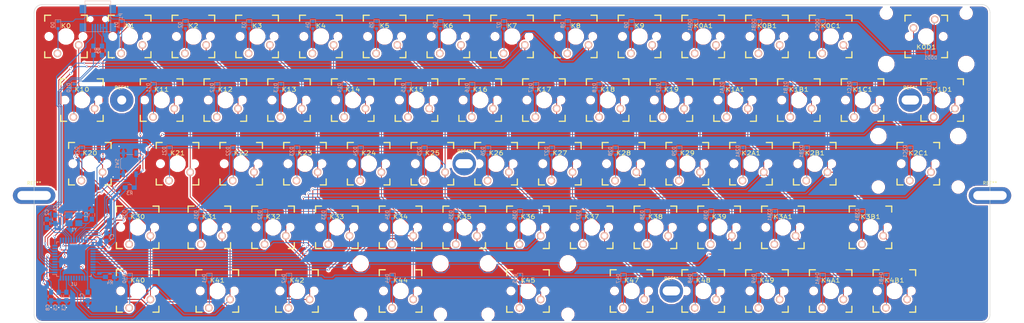
<source format=kicad_pcb>
(kicad_pcb (version 4) (host pcbnew 4.0.5+dfsg1-4)
  (layers (0 F.Cu signal) (31 B.Cu signal) (34 B.Paste user) (35 F.Paste user) (36 B.SilkS user) (37 F.SilkS user) (38 B.Mask user) (39 F.Mask user) (44 Edge.Cuts user))
  (net 0 "")
  (net 1 GND)
  (net 2 "Net-(C1-Pad2)")
  (net 3 "Net-(C2-Pad1)")
  (net 4 VCC)
  (net 5 "Net-(C8-Pad1)")
  (net 6 /R0)
  (net 7 "Net-(D0-Pad2)")
  (net 8 "Net-(D0A1-Pad2)")
  (net 9 "Net-(D0B1-Pad2)")
  (net 10 "Net-(D0C1-Pad2)")
  (net 11 "Net-(D0D1-Pad2)")
  (net 12 "Net-(D1-Pad2)")
  (net 13 /R1)
  (net 14 "Net-(D1A1-Pad2)")
  (net 15 "Net-(D1B1-Pad2)")
  (net 16 "Net-(D1C1-Pad2)")
  (net 17 "Net-(D1D1-Pad2)")
  (net 18 "Net-(D2-Pad2)")
  (net 19 /R2)
  (net 20 "Net-(D2A1-Pad2)")
  (net 21 "Net-(D2B1-Pad2)")
  (net 22 "Net-(D2C1-Pad2)")
  (net 23 "Net-(D3-Pad2)")
  (net 24 /R3)
  (net 25 "Net-(D3A1-Pad2)")
  (net 26 "Net-(D3B1-Pad2)")
  (net 27 "Net-(D4-Pad2)")
  (net 28 /R4)
  (net 29 "Net-(D4A1-Pad2)")
  (net 30 "Net-(D4B1-Pad2)")
  (net 31 "Net-(D5-Pad2)")
  (net 32 "Net-(D6-Pad2)")
  (net 33 "Net-(D7-Pad2)")
  (net 34 "Net-(D8-Pad2)")
  (net 35 "Net-(D9-Pad2)")
  (net 36 "Net-(D10-Pad2)")
  (net 37 "Net-(D11-Pad2)")
  (net 38 "Net-(D12-Pad2)")
  (net 39 "Net-(D13-Pad2)")
  (net 40 "Net-(D14-Pad2)")
  (net 41 "Net-(D15-Pad2)")
  (net 42 "Net-(D16-Pad2)")
  (net 43 "Net-(D17-Pad2)")
  (net 44 "Net-(D18-Pad2)")
  (net 45 "Net-(D19-Pad2)")
  (net 46 "Net-(D20-Pad2)")
  (net 47 "Net-(D21-Pad2)")
  (net 48 "Net-(D22-Pad2)")
  (net 49 "Net-(D23-Pad2)")
  (net 50 "Net-(D24-Pad2)")
  (net 51 "Net-(D25-Pad2)")
  (net 52 "Net-(D26-Pad2)")
  (net 53 "Net-(D27-Pad2)")
  (net 54 "Net-(D28-Pad2)")
  (net 55 "Net-(D29-Pad2)")
  (net 56 "Net-(D30-Pad2)")
  (net 57 "Net-(D31-Pad2)")
  (net 58 "Net-(D32-Pad2)")
  (net 59 "Net-(D33-Pad2)")
  (net 60 "Net-(D34-Pad2)")
  (net 61 "Net-(D35-Pad2)")
  (net 62 "Net-(D36-Pad2)")
  (net 63 "Net-(D37-Pad2)")
  (net 64 "Net-(D38-Pad2)")
  (net 65 "Net-(D39-Pad2)")
  (net 66 "Net-(D40-Pad2)")
  (net 67 "Net-(D41-Pad2)")
  (net 68 "Net-(D42-Pad2)")
  (net 69 "Net-(D44-Pad2)")
  (net 70 "Net-(D45-Pad2)")
  (net 71 "Net-(D47-Pad2)")
  (net 72 "Net-(D48-Pad2)")
  (net 73 "Net-(D49-Pad2)")
  (net 74 /C0)
  (net 75 /C10)
  (net 76 /C11)
  (net 77 /C12)
  (net 78 /C13)
  (net 79 /C1)
  (net 80 /C2)
  (net 81 /C3)
  (net 82 /C4)
  (net 83 /C5)
  (net 84 /C6)
  (net 85 /C7)
  (net 86 /C8)
  (net 87 /C9)
  (net 88 "Net-(P1-Pad2)")
  (net 89 "Net-(P1-Pad3)")
  (net 90 "Net-(R1-Pad2)")
  (net 91 "Net-(R2-Pad1)")
  (net 92 "Net-(R3-Pad2)")
  (net 93 "Net-(R4-Pad1)")
  (module Keyboard:CHERRY_PCB_100H (layer F.Cu) (at 119.0625 109.5375 180)
    (fp_text reference K33 (at 0 3.175 180) (layer F.SilkS) (effects (font (size 1.27 1.524) (thickness 0.2032))))
    (fp_text value K_C hide)
    (pad 1 thru_hole circle (at 2.54 -5.08 180) (size 2.286 2.286) (drill 1.4986) (layers *.Cu *.SilkS *.Mask) (net 59 "Net-(D33-Pad2)"))
    (pad 2 thru_hole circle (at -3.81 -2.54 180) (size 2.286 2.286) (drill 1.4986) (layers *.Cu *.SilkS *.Mask) (net 81 /C3))
    (pad HOLE np_thru_hole circle (at 0 0 180) (size 3.9878 3.9878) (drill 3.9878) (layers *.Cu))
    (pad HOLE np_thru_hole circle (at -5.08 0 180) (size 1.7018 1.7018) (drill 1.7018) (layers *.Cu))
    (pad HOLE np_thru_hole circle (at 5.08 0 180) (size 1.7018 1.7018) (drill 1.7018) (layers *.Cu))
  )
  (module Keyboard:CHERRY_PCB_125H (layer F.Cu) (at 107.15625 128.5875 180)
    (fp_text reference K42 (at 0 3.175 180) (layer F.SilkS) (effects (font (size 1.27 1.524) (thickness 0.2032))))
    (fp_text value K_LAL hide)
    (pad 1 thru_hole circle (at 2.54 -5.08 180) (size 2.286 2.286) (drill 1.4986) (layers *.Cu *.SilkS *.Mask) (net 68 "Net-(D42-Pad2)"))
    (pad 2 thru_hole circle (at -3.81 -2.54 180) (size 2.286 2.286) (drill 1.4986) (layers *.Cu *.SilkS *.Mask) (net 80 /C2))
    (pad HOLE np_thru_hole circle (at 0 0 180) (size 3.9878 3.9878) (drill 3.9878) (layers *.Cu))
    (pad HOLE np_thru_hole circle (at -5.08 0 180) (size 1.7018 1.7018) (drill 1.7018) (layers *.Cu))
    (pad HOLE np_thru_hole circle (at 5.08 0 180) (size 1.7018 1.7018) (drill 1.7018) (layers *.Cu))
  )
  (module Keyboard:CHERRY_PCB_100H (layer F.Cu) (at 171.45 52.3875 180)
    (fp_text reference K7 (at 0 3.175 180) (layer F.SilkS) (effects (font (size 1.27 1.524) (thickness 0.2032))))
    (fp_text value K_7 hide)
    (pad 1 thru_hole circle (at 2.54 -5.08 180) (size 2.286 2.286) (drill 1.4986) (layers *.Cu *.SilkS *.Mask) (net 33 "Net-(D7-Pad2)"))
    (pad 2 thru_hole circle (at -3.81 -2.54 180) (size 2.286 2.286) (drill 1.4986) (layers *.Cu *.SilkS *.Mask) (net 85 /C7))
    (pad HOLE np_thru_hole circle (at 0 0 180) (size 3.9878 3.9878) (drill 3.9878) (layers *.Cu))
    (pad HOLE np_thru_hole circle (at -5.08 0 180) (size 1.7018 1.7018) (drill 1.7018) (layers *.Cu))
    (pad HOLE np_thru_hole circle (at 5.08 0 180) (size 1.7018 1.7018) (drill 1.7018) (layers *.Cu))
  )
  (module Diodes_SMD:D_0805 (layer B.Cu) (at 130.96875 48.95625 270)
    (fp_text reference D5 (at 0 1.6 270) (layer B.SilkS) (effects (justify mirror)))
    (fp_text value D)
    (pad 1 smd rect (at -1.05 0 270) (size 0.8 0.9) (layers B.Cu B.Paste B.Mask) (net 6 /R0))
    (pad 2 smd rect (at 1.05 0 270) (size 0.8 0.9) (layers B.Cu B.Paste B.Mask) (net 31 "Net-(D5-Pad2)"))
  )
  (module Keyboard:CHERRY_PCB_100H (layer F.Cu) (at 76.2 52.3875 180)
    (fp_text reference K2 (at 0 3.175 180) (layer F.SilkS) (effects (font (size 1.27 1.524) (thickness 0.2032))))
    (fp_text value K_2 hide)
    (pad 1 thru_hole circle (at 2.54 -5.08 180) (size 2.286 2.286) (drill 1.4986) (layers *.Cu *.SilkS *.Mask) (net 18 "Net-(D2-Pad2)"))
    (pad 2 thru_hole circle (at -3.81 -2.54 180) (size 2.286 2.286) (drill 1.4986) (layers *.Cu *.SilkS *.Mask) (net 80 /C2))
    (pad HOLE np_thru_hole circle (at 0 0 180) (size 3.9878 3.9878) (drill 3.9878) (layers *.Cu))
    (pad HOLE np_thru_hole circle (at -5.08 0 180) (size 1.7018 1.7018) (drill 1.7018) (layers *.Cu))
    (pad HOLE np_thru_hole circle (at 5.08 0 180) (size 1.7018 1.7018) (drill 1.7018) (layers *.Cu))
  )
  (module Keyboard:CHERRY_PCB_100H (layer F.Cu) (at 38.1 52.3875 180)
    (fp_text reference K0 (at 0 3.175 180) (layer F.SilkS) (effects (font (size 1.27 1.524) (thickness 0.2032))))
    (fp_text value K_ESC hide)
    (pad 1 thru_hole circle (at 2.54 -5.08 180) (size 2.286 2.286) (drill 1.4986) (layers *.Cu *.SilkS *.Mask) (net 7 "Net-(D0-Pad2)"))
    (pad 2 thru_hole circle (at -3.81 -2.54 180) (size 2.286 2.286) (drill 1.4986) (layers *.Cu *.SilkS *.Mask) (net 74 /C0))
    (pad HOLE np_thru_hole circle (at 0 0 180) (size 3.9878 3.9878) (drill 3.9878) (layers *.Cu))
    (pad HOLE np_thru_hole circle (at -5.08 0 180) (size 1.7018 1.7018) (drill 1.7018) (layers *.Cu))
    (pad HOLE np_thru_hole circle (at 5.08 0 180) (size 1.7018 1.7018) (drill 1.7018) (layers *.Cu))
  )
  (module Capacitors_SMD:C_0805_HandSoldering (layer B.Cu) (at 45.847 105.8345 270)
    (fp_text reference C1 (at 0 1.75 270) (layer B.SilkS) (effects (justify mirror)))
    (fp_text value 18pF)
    (pad 1 smd rect (at -1.25 0 270) (size 1.5 1.25) (layers B.Cu B.Paste B.Mask) (net 1 GND))
    (pad 2 smd rect (at 1.25 0 270) (size 1.5 1.25) (layers B.Cu B.Paste B.Mask) (net 2 "Net-(C1-Pad2)"))
  )
  (module Capacitors_SMD:C_0805_HandSoldering (layer B.Cu) (at 34.925 107.1245 270)
    (fp_text reference C2 (at -2.032 2.54 270) (layer B.SilkS) (effects (justify mirror)))
    (fp_text value 18pF)
    (pad 1 smd rect (at -1.25 0 270) (size 1.5 1.25) (layers B.Cu B.Paste B.Mask) (net 3 "Net-(C2-Pad1)"))
    (pad 2 smd rect (at 1.25 0 270) (size 1.5 1.25) (layers B.Cu B.Paste B.Mask) (net 1 GND))
  )
  (module Capacitors_SMD:C_0805_HandSoldering (layer B.Cu) (at 38.227 130.2185 270)
    (fp_text reference C3 (at 3.322 0.762 270) (layer B.SilkS) (effects (justify mirror)))
    (fp_text value .1uF)
    (pad 1 smd rect (at -1.25 0 270) (size 1.5 1.25) (layers B.Cu B.Paste B.Mask) (net 4 VCC))
    (pad 2 smd rect (at 1.25 0 270) (size 1.5 1.25) (layers B.Cu B.Paste B.Mask) (net 1 GND))
  )
  (module Capacitors_SMD:C_0805_HandSoldering (layer B.Cu) (at 44.577 130.2185 270)
    (fp_text reference C4 (at 0 1.75 270) (layer B.SilkS) (effects (justify mirror)))
    (fp_text value .1uF)
    (pad 1 smd rect (at -1.25 0 270) (size 1.5 1.25) (layers B.Cu B.Paste B.Mask) (net 4 VCC))
    (pad 2 smd rect (at 1.25 0 270) (size 1.5 1.25) (layers B.Cu B.Paste B.Mask) (net 1 GND))
  )
  (module Capacitors_SMD:C_0805_HandSoldering (layer B.Cu) (at 35.941 130.2385 270)
    (fp_text reference C5 (at 3.302 1.016 270) (layer B.SilkS) (effects (justify mirror)))
    (fp_text value .1uF)
    (pad 1 smd rect (at -1.25 0 270) (size 1.5 1.25) (layers B.Cu B.Paste B.Mask) (net 4 VCC))
    (pad 2 smd rect (at 1.25 0 270) (size 1.5 1.25) (layers B.Cu B.Paste B.Mask) (net 1 GND))
  )
  (module Capacitors_SMD:C_0805_HandSoldering (layer B.Cu) (at 32.385 108.3745 90)
    (fp_text reference C6 (at 4.552 2.54 90) (layer B.SilkS) (effects (justify mirror)))
    (fp_text value .1uF)
    (pad 1 smd rect (at -1.25 0 90) (size 1.5 1.25) (layers B.Cu B.Paste B.Mask) (net 4 VCC))
    (pad 2 smd rect (at 1.25 0 90) (size 1.5 1.25) (layers B.Cu B.Paste B.Mask) (net 1 GND))
  )
  (module Capacitors_SMD:C_0805_HandSoldering (layer B.Cu) (at 50.165 112.4585 90)
    (fp_text reference C7 (at 0 1.75 90) (layer B.SilkS) (effects (justify mirror)))
    (fp_text value .1uF)
    (pad 1 smd rect (at -1.25 0 90) (size 1.5 1.25) (layers B.Cu B.Paste B.Mask) (net 4 VCC))
    (pad 2 smd rect (at 1.25 0 90) (size 1.5 1.25) (layers B.Cu B.Paste B.Mask) (net 1 GND))
  )
  (module Capacitors_SMD:C_0805_HandSoldering (layer B.Cu) (at 33.655 130.2385 270)
    (fp_text reference C8 (at 3.302 1.016 270) (layer B.SilkS) (effects (justify mirror)))
    (fp_text value 1uF)
    (pad 1 smd rect (at -1.25 0 270) (size 1.5 1.25) (layers B.Cu B.Paste B.Mask) (net 5 "Net-(C8-Pad1)"))
    (pad 2 smd rect (at 1.25 0 270) (size 1.5 1.25) (layers B.Cu B.Paste B.Mask) (net 1 GND))
  )
  (module Diodes_SMD:D_0805 (layer B.Cu) (at 35.71875 48.95625 270)
    (fp_text reference D0 (at 0 1.6 270) (layer B.SilkS) (effects (justify mirror)))
    (fp_text value D)
    (pad 1 smd rect (at -1.05 0 270) (size 0.8 0.9) (layers B.Cu B.Paste B.Mask) (net 6 /R0))
    (pad 2 smd rect (at 1.05 0 270) (size 0.8 0.9) (layers B.Cu B.Paste B.Mask) (net 7 "Net-(D0-Pad2)"))
  )
  (module Diodes_SMD:D_0805 (layer B.Cu) (at 226.21875 48.95625 270)
    (fp_text reference D0A1 (at 0 1.6 270) (layer B.SilkS) (effects (justify mirror)))
    (fp_text value D)
    (pad 1 smd rect (at -1.05 0 270) (size 0.8 0.9) (layers B.Cu B.Paste B.Mask) (net 6 /R0))
    (pad 2 smd rect (at 1.05 0 270) (size 0.8 0.9) (layers B.Cu B.Paste B.Mask) (net 8 "Net-(D0A1-Pad2)"))
  )
  (module Diodes_SMD:D_0805 (layer B.Cu) (at 245.26875 48.95625 270)
    (fp_text reference D0B1 (at 0 1.6 270) (layer B.SilkS) (effects (justify mirror)))
    (fp_text value D)
    (pad 1 smd rect (at -1.05 0 270) (size 0.8 0.9) (layers B.Cu B.Paste B.Mask) (net 6 /R0))
    (pad 2 smd rect (at 1.05 0 270) (size 0.8 0.9) (layers B.Cu B.Paste B.Mask) (net 9 "Net-(D0B1-Pad2)"))
  )
  (module Diodes_SMD:D_0805 (layer B.Cu) (at 264.31875 48.95625 270)
    (fp_text reference D0C1 (at 0 1.6 270) (layer B.SilkS) (effects (justify mirror)))
    (fp_text value D)
    (pad 1 smd rect (at -1.05 0 270) (size 0.8 0.9) (layers B.Cu B.Paste B.Mask) (net 6 /R0))
    (pad 2 smd rect (at 1.05 0 270) (size 0.8 0.9) (layers B.Cu B.Paste B.Mask) (net 10 "Net-(D0C1-Pad2)"))
  )
  (module Diodes_SMD:D_0805 (layer B.Cu) (at 296.60625 57.15)
    (fp_text reference D0D1 (at 0 1.6) (layer B.SilkS) (effects (justify mirror)))
    (fp_text value D)
    (pad 1 smd rect (at -1.05 0) (size 0.8 0.9) (layers B.Cu B.Paste B.Mask) (net 6 /R0))
    (pad 2 smd rect (at 1.05 0) (size 0.8 0.9) (layers B.Cu B.Paste B.Mask) (net 11 "Net-(D0D1-Pad2)"))
  )
  (module Diodes_SMD:D_0805 (layer B.Cu) (at 54.76875 48.95625 270)
    (fp_text reference D1 (at 0 1.6 270) (layer B.SilkS) (effects (justify mirror)))
    (fp_text value D)
    (pad 1 smd rect (at -1.05 0 270) (size 0.8 0.9) (layers B.Cu B.Paste B.Mask) (net 6 /R0))
    (pad 2 smd rect (at 1.05 0 270) (size 0.8 0.9) (layers B.Cu B.Paste B.Mask) (net 12 "Net-(D1-Pad2)"))
  )
  (module Diodes_SMD:D_0805 (layer B.Cu) (at 235.74375 67.725 270)
    (fp_text reference D1A1 (at 0 1.6 270) (layer B.SilkS) (effects (justify mirror)))
    (fp_text value D)
    (pad 1 smd rect (at -1.05 0 270) (size 0.8 0.9) (layers B.Cu B.Paste B.Mask) (net 13 /R1))
    (pad 2 smd rect (at 1.05 0 270) (size 0.8 0.9) (layers B.Cu B.Paste B.Mask) (net 14 "Net-(D1A1-Pad2)"))
  )
  (module Diodes_SMD:D_0805 (layer B.Cu) (at 254.79375 67.725 270)
    (fp_text reference D1B1 (at 0 1.6 270) (layer B.SilkS) (effects (justify mirror)))
    (fp_text value D)
    (pad 1 smd rect (at -1.05 0 270) (size 0.8 0.9) (layers B.Cu B.Paste B.Mask) (net 13 /R1))
    (pad 2 smd rect (at 1.05 0 270) (size 0.8 0.9) (layers B.Cu B.Paste B.Mask) (net 15 "Net-(D1B1-Pad2)"))
  )
  (module Diodes_SMD:D_0805 (layer B.Cu) (at 273.84375 67.725 270)
    (fp_text reference D1C1 (at 0 1.6 270) (layer B.SilkS) (effects (justify mirror)))
    (fp_text value D)
    (pad 1 smd rect (at -1.05 0 270) (size 0.8 0.9) (layers B.Cu B.Paste B.Mask) (net 13 /R1))
    (pad 2 smd rect (at 1.05 0 270) (size 0.8 0.9) (layers B.Cu B.Paste B.Mask) (net 16 "Net-(D1C1-Pad2)"))
  )
  (module Diodes_SMD:D_0805 (layer B.Cu) (at 297.65625 67.725 270)
    (fp_text reference D1D1 (at 0 1.6 270) (layer B.SilkS) (effects (justify mirror)))
    (fp_text value D)
    (pad 1 smd rect (at -1.05 0 270) (size 0.8 0.9) (layers B.Cu B.Paste B.Mask) (net 13 /R1))
    (pad 2 smd rect (at 1.05 0 270) (size 0.8 0.9) (layers B.Cu B.Paste B.Mask) (net 17 "Net-(D1D1-Pad2)"))
  )
  (module Diodes_SMD:D_0805 (layer B.Cu) (at 73.81875 48.95625 270)
    (fp_text reference D2 (at 0 1.6 270) (layer B.SilkS) (effects (justify mirror)))
    (fp_text value D)
    (pad 1 smd rect (at -1.05 0 270) (size 0.8 0.9) (layers B.Cu B.Paste B.Mask) (net 6 /R0))
    (pad 2 smd rect (at 1.05 0 270) (size 0.8 0.9) (layers B.Cu B.Paste B.Mask) (net 18 "Net-(D2-Pad2)"))
  )
  (module Diodes_SMD:D_0805 (layer B.Cu) (at 240.50625 86.775 270)
    (fp_text reference D2A1 (at 0 1.6 270) (layer B.SilkS) (effects (justify mirror)))
    (fp_text value D)
    (pad 1 smd rect (at -1.05 0 270) (size 0.8 0.9) (layers B.Cu B.Paste B.Mask) (net 19 /R2))
    (pad 2 smd rect (at 1.05 0 270) (size 0.8 0.9) (layers B.Cu B.Paste B.Mask) (net 20 "Net-(D2A1-Pad2)"))
  )
  (module Diodes_SMD:D_0805 (layer B.Cu) (at 259.55625 86.775 270)
    (fp_text reference D2B1 (at 0 1.6 270) (layer B.SilkS) (effects (justify mirror)))
    (fp_text value D)
    (pad 1 smd rect (at -1.05 0 270) (size 0.8 0.9) (layers B.Cu B.Paste B.Mask) (net 19 /R2))
    (pad 2 smd rect (at 1.05 0 270) (size 0.8 0.9) (layers B.Cu B.Paste B.Mask) (net 21 "Net-(D2B1-Pad2)"))
  )
  (module Diodes_SMD:D_0805 (layer B.Cu) (at 290.5125 86.775 270)
    (fp_text reference D2C1 (at 0 1.6 270) (layer B.SilkS) (effects (justify mirror)))
    (fp_text value D)
    (pad 1 smd rect (at -1.05 0 270) (size 0.8 0.9) (layers B.Cu B.Paste B.Mask) (net 19 /R2))
    (pad 2 smd rect (at 1.05 0 270) (size 0.8 0.9) (layers B.Cu B.Paste B.Mask) (net 22 "Net-(D2C1-Pad2)"))
  )
  (module Diodes_SMD:D_0805 (layer B.Cu) (at 92.86875 48.95625 270)
    (fp_text reference D3 (at 0 1.6 270) (layer B.SilkS) (effects (justify mirror)))
    (fp_text value D)
    (pad 1 smd rect (at -1.05 0 270) (size 0.8 0.9) (layers B.Cu B.Paste B.Mask) (net 6 /R0))
    (pad 2 smd rect (at 1.05 0 270) (size 0.8 0.9) (layers B.Cu B.Paste B.Mask) (net 23 "Net-(D3-Pad2)"))
  )
  (module Diodes_SMD:D_0805 (layer B.Cu) (at 250.03125 105.825 270)
    (fp_text reference D3A1 (at 0 1.6 270) (layer B.SilkS) (effects (justify mirror)))
    (fp_text value D)
    (pad 1 smd rect (at -1.05 0 270) (size 0.8 0.9) (layers B.Cu B.Paste B.Mask) (net 24 /R3))
    (pad 2 smd rect (at 1.05 0 270) (size 0.8 0.9) (layers B.Cu B.Paste B.Mask) (net 25 "Net-(D3A1-Pad2)"))
  )
  (module Diodes_SMD:D_0805 (layer B.Cu) (at 276.225 105.825 270)
    (fp_text reference D3B1 (at 0 1.6 270) (layer B.SilkS) (effects (justify mirror)))
    (fp_text value D)
    (pad 1 smd rect (at -1.05 0 270) (size 0.8 0.9) (layers B.Cu B.Paste B.Mask) (net 24 /R3))
    (pad 2 smd rect (at 1.05 0 270) (size 0.8 0.9) (layers B.Cu B.Paste B.Mask) (net 26 "Net-(D3B1-Pad2)"))
  )
  (module Diodes_SMD:D_0805 (layer B.Cu) (at 111.91875 48.95625 270)
    (fp_text reference D4 (at 0 1.6 270) (layer B.SilkS) (effects (justify mirror)))
    (fp_text value D)
    (pad 1 smd rect (at -1.05 0 270) (size 0.8 0.9) (layers B.Cu B.Paste B.Mask) (net 6 /R0))
    (pad 2 smd rect (at 1.05 0 270) (size 0.8 0.9) (layers B.Cu B.Paste B.Mask) (net 27 "Net-(D4-Pad2)"))
  )
  (module Diodes_SMD:D_0805 (layer B.Cu) (at 264.31875 124.875 270)
    (fp_text reference D4A1 (at 0 1.6 270) (layer B.SilkS) (effects (justify mirror)))
    (fp_text value D)
    (pad 1 smd rect (at -1.05 0 270) (size 0.8 0.9) (layers B.Cu B.Paste B.Mask) (net 28 /R4))
    (pad 2 smd rect (at 1.05 0 270) (size 0.8 0.9) (layers B.Cu B.Paste B.Mask) (net 29 "Net-(D4A1-Pad2)"))
  )
  (module Diodes_SMD:D_0805 (layer B.Cu) (at 283.36875 124.875 270)
    (fp_text reference D4B1 (at 0 1.6 270) (layer B.SilkS) (effects (justify mirror)))
    (fp_text value D)
    (pad 1 smd rect (at -1.05 0 270) (size 0.8 0.9) (layers B.Cu B.Paste B.Mask) (net 28 /R4))
    (pad 2 smd rect (at 1.05 0 270) (size 0.8 0.9) (layers B.Cu B.Paste B.Mask) (net 30 "Net-(D4B1-Pad2)"))
  )
  (module Diodes_SMD:D_0805 (layer B.Cu) (at 150.01875 48.95625 270)
    (fp_text reference D6 (at 0 1.6 270) (layer B.SilkS) (effects (justify mirror)))
    (fp_text value D)
    (pad 1 smd rect (at -1.05 0 270) (size 0.8 0.9) (layers B.Cu B.Paste B.Mask) (net 6 /R0))
    (pad 2 smd rect (at 1.05 0 270) (size 0.8 0.9) (layers B.Cu B.Paste B.Mask) (net 32 "Net-(D6-Pad2)"))
  )
  (module Diodes_SMD:D_0805 (layer B.Cu) (at 169.06875 48.95625 270)
    (fp_text reference D7 (at 0 1.6 270) (layer B.SilkS) (effects (justify mirror)))
    (fp_text value D)
    (pad 1 smd rect (at -1.05 0 270) (size 0.8 0.9) (layers B.Cu B.Paste B.Mask) (net 6 /R0))
    (pad 2 smd rect (at 1.05 0 270) (size 0.8 0.9) (layers B.Cu B.Paste B.Mask) (net 33 "Net-(D7-Pad2)"))
  )
  (module Diodes_SMD:D_0805 (layer B.Cu) (at 188.11875 48.95625 270)
    (fp_text reference D8 (at 0 1.6 270) (layer B.SilkS) (effects (justify mirror)))
    (fp_text value D)
    (pad 1 smd rect (at -1.05 0 270) (size 0.8 0.9) (layers B.Cu B.Paste B.Mask) (net 6 /R0))
    (pad 2 smd rect (at 1.05 0 270) (size 0.8 0.9) (layers B.Cu B.Paste B.Mask) (net 34 "Net-(D8-Pad2)"))
  )
  (module Diodes_SMD:D_0805 (layer B.Cu) (at 207.16875 48.95625 270)
    (fp_text reference D9 (at 0 1.6 270) (layer B.SilkS) (effects (justify mirror)))
    (fp_text value D)
    (pad 1 smd rect (at -1.05 0 270) (size 0.8 0.9) (layers B.Cu B.Paste B.Mask) (net 6 /R0))
    (pad 2 smd rect (at 1.05 0 270) (size 0.8 0.9) (layers B.Cu B.Paste B.Mask) (net 35 "Net-(D9-Pad2)"))
  )
  (module Diodes_SMD:D_0805 (layer B.Cu) (at 40.48125 67.725 270)
    (fp_text reference D10 (at 0 1.6 270) (layer B.SilkS) (effects (justify mirror)))
    (fp_text value D)
    (pad 1 smd rect (at -1.05 0 270) (size 0.8 0.9) (layers B.Cu B.Paste B.Mask) (net 13 /R1))
    (pad 2 smd rect (at 1.05 0 270) (size 0.8 0.9) (layers B.Cu B.Paste B.Mask) (net 36 "Net-(D10-Pad2)"))
  )
  (module Diodes_SMD:D_0805 (layer B.Cu) (at 64.29375 67.725 270)
    (fp_text reference D11 (at 0 1.6 270) (layer B.SilkS) (effects (justify mirror)))
    (fp_text value D)
    (pad 1 smd rect (at -1.05 0 270) (size 0.8 0.9) (layers B.Cu B.Paste B.Mask) (net 13 /R1))
    (pad 2 smd rect (at 1.05 0 270) (size 0.8 0.9) (layers B.Cu B.Paste B.Mask) (net 37 "Net-(D11-Pad2)"))
  )
  (module Diodes_SMD:D_0805 (layer B.Cu) (at 83.34375 67.725 270)
    (fp_text reference D12 (at 0 1.6 270) (layer B.SilkS) (effects (justify mirror)))
    (fp_text value D)
    (pad 1 smd rect (at -1.05 0 270) (size 0.8 0.9) (layers B.Cu B.Paste B.Mask) (net 13 /R1))
    (pad 2 smd rect (at 1.05 0 270) (size 0.8 0.9) (layers B.Cu B.Paste B.Mask) (net 38 "Net-(D12-Pad2)"))
  )
  (module Diodes_SMD:D_0805 (layer B.Cu) (at 102.39375 67.725 270)
    (fp_text reference D13 (at 0 1.6 270) (layer B.SilkS) (effects (justify mirror)))
    (fp_text value D)
    (pad 1 smd rect (at -1.05 0 270) (size 0.8 0.9) (layers B.Cu B.Paste B.Mask) (net 13 /R1))
    (pad 2 smd rect (at 1.05 0 270) (size 0.8 0.9) (layers B.Cu B.Paste B.Mask) (net 39 "Net-(D13-Pad2)"))
  )
  (module Diodes_SMD:D_0805 (layer B.Cu) (at 121.44375 67.725 270)
    (fp_text reference D14 (at 0 1.6 270) (layer B.SilkS) (effects (justify mirror)))
    (fp_text value D)
    (pad 1 smd rect (at -1.05 0 270) (size 0.8 0.9) (layers B.Cu B.Paste B.Mask) (net 13 /R1))
    (pad 2 smd rect (at 1.05 0 270) (size 0.8 0.9) (layers B.Cu B.Paste B.Mask) (net 40 "Net-(D14-Pad2)"))
  )
  (module Diodes_SMD:D_0805 (layer B.Cu) (at 140.49375 67.725 270)
    (fp_text reference D15 (at 0 1.6 270) (layer B.SilkS) (effects (justify mirror)))
    (fp_text value D)
    (pad 1 smd rect (at -1.05 0 270) (size 0.8 0.9) (layers B.Cu B.Paste B.Mask) (net 13 /R1))
    (pad 2 smd rect (at 1.05 0 270) (size 0.8 0.9) (layers B.Cu B.Paste B.Mask) (net 41 "Net-(D15-Pad2)"))
  )
  (module Diodes_SMD:D_0805 (layer B.Cu) (at 159.54375 67.725 270)
    (fp_text reference D16 (at 0 1.6 270) (layer B.SilkS) (effects (justify mirror)))
    (fp_text value D)
    (pad 1 smd rect (at -1.05 0 270) (size 0.8 0.9) (layers B.Cu B.Paste B.Mask) (net 13 /R1))
    (pad 2 smd rect (at 1.05 0 270) (size 0.8 0.9) (layers B.Cu B.Paste B.Mask) (net 42 "Net-(D16-Pad2)"))
  )
  (module Diodes_SMD:D_0805 (layer B.Cu) (at 178.59375 67.725 270)
    (fp_text reference D17 (at 0 1.6 270) (layer B.SilkS) (effects (justify mirror)))
    (fp_text value D)
    (pad 1 smd rect (at -1.05 0 270) (size 0.8 0.9) (layers B.Cu B.Paste B.Mask) (net 13 /R1))
    (pad 2 smd rect (at 1.05 0 270) (size 0.8 0.9) (layers B.Cu B.Paste B.Mask) (net 43 "Net-(D17-Pad2)"))
  )
  (module Diodes_SMD:D_0805 (layer B.Cu) (at 197.64375 67.725 270)
    (fp_text reference D18 (at 0 1.6 270) (layer B.SilkS) (effects (justify mirror)))
    (fp_text value D)
    (pad 1 smd rect (at -1.05 0 270) (size 0.8 0.9) (layers B.Cu B.Paste B.Mask) (net 13 /R1))
    (pad 2 smd rect (at 1.05 0 270) (size 0.8 0.9) (layers B.Cu B.Paste B.Mask) (net 44 "Net-(D18-Pad2)"))
  )
  (module Diodes_SMD:D_0805 (layer B.Cu) (at 216.69375 67.725 270)
    (fp_text reference D19 (at 0 1.6 270) (layer B.SilkS) (effects (justify mirror)))
    (fp_text value D)
    (pad 1 smd rect (at -1.05 0 270) (size 0.8 0.9) (layers B.Cu B.Paste B.Mask) (net 13 /R1))
    (pad 2 smd rect (at 1.05 0 270) (size 0.8 0.9) (layers B.Cu B.Paste B.Mask) (net 45 "Net-(D19-Pad2)"))
  )
  (module Diodes_SMD:D_0805 (layer B.Cu) (at 42.8625 86.775 270)
    (fp_text reference D20 (at 0 1.6 270) (layer B.SilkS) (effects (justify mirror)))
    (fp_text value D)
    (pad 1 smd rect (at -1.05 0 270) (size 0.8 0.9) (layers B.Cu B.Paste B.Mask) (net 19 /R2))
    (pad 2 smd rect (at 1.05 0 270) (size 0.8 0.9) (layers B.Cu B.Paste B.Mask) (net 46 "Net-(D20-Pad2)"))
  )
  (module Diodes_SMD:D_0805 (layer B.Cu) (at 69.05625 86.775 270)
    (fp_text reference D21 (at 0 1.6 270) (layer B.SilkS) (effects (justify mirror)))
    (fp_text value D)
    (pad 1 smd rect (at -1.05 0 270) (size 0.8 0.9) (layers B.Cu B.Paste B.Mask) (net 19 /R2))
    (pad 2 smd rect (at 1.05 0 270) (size 0.8 0.9) (layers B.Cu B.Paste B.Mask) (net 47 "Net-(D21-Pad2)"))
  )
  (module Diodes_SMD:D_0805 (layer B.Cu) (at 88.10625 86.775 270)
    (fp_text reference D22 (at 0 1.6 270) (layer B.SilkS) (effects (justify mirror)))
    (fp_text value D)
    (pad 1 smd rect (at -1.05 0 270) (size 0.8 0.9) (layers B.Cu B.Paste B.Mask) (net 19 /R2))
    (pad 2 smd rect (at 1.05 0 270) (size 0.8 0.9) (layers B.Cu B.Paste B.Mask) (net 48 "Net-(D22-Pad2)"))
  )
  (module Diodes_SMD:D_0805 (layer B.Cu) (at 107.15625 86.775 270)
    (fp_text reference D23 (at 0 1.6 270) (layer B.SilkS) (effects (justify mirror)))
    (fp_text value D)
    (pad 1 smd rect (at -1.05 0 270) (size 0.8 0.9) (layers B.Cu B.Paste B.Mask) (net 19 /R2))
    (pad 2 smd rect (at 1.05 0 270) (size 0.8 0.9) (layers B.Cu B.Paste B.Mask) (net 49 "Net-(D23-Pad2)"))
  )
  (module Diodes_SMD:D_0805 (layer B.Cu) (at 126.20625 86.775 270)
    (fp_text reference D24 (at 0 1.6 270) (layer B.SilkS) (effects (justify mirror)))
    (fp_text value D)
    (pad 1 smd rect (at -1.05 0 270) (size 0.8 0.9) (layers B.Cu B.Paste B.Mask) (net 19 /R2))
    (pad 2 smd rect (at 1.05 0 270) (size 0.8 0.9) (layers B.Cu B.Paste B.Mask) (net 50 "Net-(D24-Pad2)"))
  )
  (module Diodes_SMD:D_0805 (layer B.Cu) (at 145.25625 86.775 270)
    (fp_text reference D25 (at 0 1.6 270) (layer B.SilkS) (effects (justify mirror)))
    (fp_text value D)
    (pad 1 smd rect (at -1.05 0 270) (size 0.8 0.9) (layers B.Cu B.Paste B.Mask) (net 19 /R2))
    (pad 2 smd rect (at 1.05 0 270) (size 0.8 0.9) (layers B.Cu B.Paste B.Mask) (net 51 "Net-(D25-Pad2)"))
  )
  (module Diodes_SMD:D_0805 (layer B.Cu) (at 164.30625 86.775 270)
    (fp_text reference D26 (at 0 1.6 270) (layer B.SilkS) (effects (justify mirror)))
    (fp_text value D)
    (pad 1 smd rect (at -1.05 0 270) (size 0.8 0.9) (layers B.Cu B.Paste B.Mask) (net 19 /R2))
    (pad 2 smd rect (at 1.05 0 270) (size 0.8 0.9) (layers B.Cu B.Paste B.Mask) (net 52 "Net-(D26-Pad2)"))
  )
  (module Diodes_SMD:D_0805 (layer B.Cu) (at 183.35625 86.775 270)
    (fp_text reference D27 (at 0 1.6 270) (layer B.SilkS) (effects (justify mirror)))
    (fp_text value D)
    (pad 1 smd rect (at -1.05 0 270) (size 0.8 0.9) (layers B.Cu B.Paste B.Mask) (net 19 /R2))
    (pad 2 smd rect (at 1.05 0 270) (size 0.8 0.9) (layers B.Cu B.Paste B.Mask) (net 53 "Net-(D27-Pad2)"))
  )
  (module Diodes_SMD:D_0805 (layer B.Cu) (at 202.40625 86.775 270)
    (fp_text reference D28 (at 0 1.6 270) (layer B.SilkS) (effects (justify mirror)))
    (fp_text value D)
    (pad 1 smd rect (at -1.05 0 270) (size 0.8 0.9) (layers B.Cu B.Paste B.Mask) (net 19 /R2))
    (pad 2 smd rect (at 1.05 0 270) (size 0.8 0.9) (layers B.Cu B.Paste B.Mask) (net 54 "Net-(D28-Pad2)"))
  )
  (module Diodes_SMD:D_0805 (layer B.Cu) (at 221.45625 86.775 270)
    (fp_text reference D29 (at 0 1.6 270) (layer B.SilkS) (effects (justify mirror)))
    (fp_text value D)
    (pad 1 smd rect (at -1.05 0 270) (size 0.8 0.9) (layers B.Cu B.Paste B.Mask) (net 19 /R2))
    (pad 2 smd rect (at 1.05 0 270) (size 0.8 0.9) (layers B.Cu B.Paste B.Mask) (net 55 "Net-(D29-Pad2)"))
  )
  (module Diodes_SMD:D_0805 (layer B.Cu) (at 57.15 105.825 270)
    (fp_text reference D30 (at 0 1.6 270) (layer B.SilkS) (effects (justify mirror)))
    (fp_text value D)
    (pad 1 smd rect (at -1.05 0 270) (size 0.8 0.9) (layers B.Cu B.Paste B.Mask) (net 24 /R3))
    (pad 2 smd rect (at 1.05 0 270) (size 0.8 0.9) (layers B.Cu B.Paste B.Mask) (net 56 "Net-(D30-Pad2)"))
  )
  (module Diodes_SMD:D_0805 (layer B.Cu) (at 78.58125 105.825 270)
    (fp_text reference D31 (at 0 1.6 270) (layer B.SilkS) (effects (justify mirror)))
    (fp_text value D)
    (pad 1 smd rect (at -1.05 0 270) (size 0.8 0.9) (layers B.Cu B.Paste B.Mask) (net 24 /R3))
    (pad 2 smd rect (at 1.05 0 270) (size 0.8 0.9) (layers B.Cu B.Paste B.Mask) (net 57 "Net-(D31-Pad2)"))
  )
  (module Diodes_SMD:D_0805 (layer B.Cu) (at 97.63125 105.825 270)
    (fp_text reference D32 (at 0 1.6 270) (layer B.SilkS) (effects (justify mirror)))
    (fp_text value D)
    (pad 1 smd rect (at -1.05 0 270) (size 0.8 0.9) (layers B.Cu B.Paste B.Mask) (net 24 /R3))
    (pad 2 smd rect (at 1.05 0 270) (size 0.8 0.9) (layers B.Cu B.Paste B.Mask) (net 58 "Net-(D32-Pad2)"))
  )
  (module Diodes_SMD:D_0805 (layer B.Cu) (at 116.68125 105.825 270)
    (fp_text reference D33 (at 0 1.6 270) (layer B.SilkS) (effects (justify mirror)))
    (fp_text value D)
    (pad 1 smd rect (at -1.05 0 270) (size 0.8 0.9) (layers B.Cu B.Paste B.Mask) (net 24 /R3))
    (pad 2 smd rect (at 1.05 0 270) (size 0.8 0.9) (layers B.Cu B.Paste B.Mask) (net 59 "Net-(D33-Pad2)"))
  )
  (module Diodes_SMD:D_0805 (layer B.Cu) (at 135.73125 105.825 270)
    (fp_text reference D34 (at 0 1.6 270) (layer B.SilkS) (effects (justify mirror)))
    (fp_text value D)
    (pad 1 smd rect (at -1.05 0 270) (size 0.8 0.9) (layers B.Cu B.Paste B.Mask) (net 24 /R3))
    (pad 2 smd rect (at 1.05 0 270) (size 0.8 0.9) (layers B.Cu B.Paste B.Mask) (net 60 "Net-(D34-Pad2)"))
  )
  (module Diodes_SMD:D_0805 (layer B.Cu) (at 154.78125 105.825 270)
    (fp_text reference D35 (at 0 1.6 270) (layer B.SilkS) (effects (justify mirror)))
    (fp_text value D)
    (pad 1 smd rect (at -1.05 0 270) (size 0.8 0.9) (layers B.Cu B.Paste B.Mask) (net 24 /R3))
    (pad 2 smd rect (at 1.05 0 270) (size 0.8 0.9) (layers B.Cu B.Paste B.Mask) (net 61 "Net-(D35-Pad2)"))
  )
  (module Diodes_SMD:D_0805 (layer B.Cu) (at 173.83125 105.825 270)
    (fp_text reference D36 (at 0 1.6 270) (layer B.SilkS) (effects (justify mirror)))
    (fp_text value D)
    (pad 1 smd rect (at -1.05 0 270) (size 0.8 0.9) (layers B.Cu B.Paste B.Mask) (net 24 /R3))
    (pad 2 smd rect (at 1.05 0 270) (size 0.8 0.9) (layers B.Cu B.Paste B.Mask) (net 62 "Net-(D36-Pad2)"))
  )
  (module Diodes_SMD:D_0805 (layer B.Cu) (at 192.88125 105.825 270)
    (fp_text reference D37 (at 0 1.6 270) (layer B.SilkS) (effects (justify mirror)))
    (fp_text value D)
    (pad 1 smd rect (at -1.05 0 270) (size 0.8 0.9) (layers B.Cu B.Paste B.Mask) (net 24 /R3))
    (pad 2 smd rect (at 1.05 0 270) (size 0.8 0.9) (layers B.Cu B.Paste B.Mask) (net 63 "Net-(D37-Pad2)"))
  )
  (module Diodes_SMD:D_0805 (layer B.Cu) (at 211.93125 105.825 270)
    (fp_text reference D38 (at 0 1.6 270) (layer B.SilkS) (effects (justify mirror)))
    (fp_text value D)
    (pad 1 smd rect (at -1.05 0 270) (size 0.8 0.9) (layers B.Cu B.Paste B.Mask) (net 24 /R3))
    (pad 2 smd rect (at 1.05 0 270) (size 0.8 0.9) (layers B.Cu B.Paste B.Mask) (net 64 "Net-(D38-Pad2)"))
  )
  (module Diodes_SMD:D_0805 (layer B.Cu) (at 230.98125 105.825 270)
    (fp_text reference D39 (at 0 1.6 270) (layer B.SilkS) (effects (justify mirror)))
    (fp_text value D)
    (pad 1 smd rect (at -1.05 0 270) (size 0.8 0.9) (layers B.Cu B.Paste B.Mask) (net 24 /R3))
    (pad 2 smd rect (at 1.05 0 270) (size 0.8 0.9) (layers B.Cu B.Paste B.Mask) (net 65 "Net-(D39-Pad2)"))
  )
  (module Diodes_SMD:D_0805 (layer B.Cu) (at 57.15 124.875 270)
    (fp_text reference D40 (at 0 1.6 270) (layer B.SilkS) (effects (justify mirror)))
    (fp_text value D)
    (pad 1 smd rect (at -1.05 0 270) (size 0.8 0.9) (layers B.Cu B.Paste B.Mask) (net 28 /R4))
    (pad 2 smd rect (at 1.05 0 270) (size 0.8 0.9) (layers B.Cu B.Paste B.Mask) (net 66 "Net-(D40-Pad2)"))
  )
  (module Diodes_SMD:D_0805 (layer B.Cu) (at 80.9625 124.875 270)
    (fp_text reference D41 (at 0 1.6 270) (layer B.SilkS) (effects (justify mirror)))
    (fp_text value D)
    (pad 1 smd rect (at -1.05 0 270) (size 0.8 0.9) (layers B.Cu B.Paste B.Mask) (net 28 /R4))
    (pad 2 smd rect (at 1.05 0 270) (size 0.8 0.9) (layers B.Cu B.Paste B.Mask) (net 67 "Net-(D41-Pad2)"))
  )
  (module Diodes_SMD:D_0805 (layer B.Cu) (at 104.775 124.875 270)
    (fp_text reference D42 (at 0 1.6 270) (layer B.SilkS) (effects (justify mirror)))
    (fp_text value D)
    (pad 1 smd rect (at -1.05 0 270) (size 0.8 0.9) (layers B.Cu B.Paste B.Mask) (net 28 /R4))
    (pad 2 smd rect (at 1.05 0 270) (size 0.8 0.9) (layers B.Cu B.Paste B.Mask) (net 68 "Net-(D42-Pad2)"))
  )
  (module Diodes_SMD:D_0805 (layer B.Cu) (at 135.73125 124.875 270)
    (fp_text reference D44 (at 0 1.6 270) (layer B.SilkS) (effects (justify mirror)))
    (fp_text value D)
    (pad 1 smd rect (at -1.05 0 270) (size 0.8 0.9) (layers B.Cu B.Paste B.Mask) (net 28 /R4))
    (pad 2 smd rect (at 1.05 0 270) (size 0.8 0.9) (layers B.Cu B.Paste B.Mask) (net 69 "Net-(D44-Pad2)"))
  )
  (module Diodes_SMD:D_0805 (layer B.Cu) (at 173.83125 124.875 270)
    (fp_text reference D45 (at 0 1.6 270) (layer B.SilkS) (effects (justify mirror)))
    (fp_text value D)
    (pad 1 smd rect (at -1.05 0 270) (size 0.8 0.9) (layers B.Cu B.Paste B.Mask) (net 28 /R4))
    (pad 2 smd rect (at 1.05 0 270) (size 0.8 0.9) (layers B.Cu B.Paste B.Mask) (net 70 "Net-(D45-Pad2)"))
  )
  (module Diodes_SMD:D_0805 (layer B.Cu) (at 204.7875 124.875 270)
    (fp_text reference D47 (at 0 1.6 270) (layer B.SilkS) (effects (justify mirror)))
    (fp_text value D)
    (pad 1 smd rect (at -1.05 0 270) (size 0.8 0.9) (layers B.Cu B.Paste B.Mask) (net 28 /R4))
    (pad 2 smd rect (at 1.05 0 270) (size 0.8 0.9) (layers B.Cu B.Paste B.Mask) (net 71 "Net-(D47-Pad2)"))
  )
  (module Diodes_SMD:D_0805 (layer B.Cu) (at 226.21875 124.875 270)
    (fp_text reference D48 (at 0 1.6 270) (layer B.SilkS) (effects (justify mirror)))
    (fp_text value D)
    (pad 1 smd rect (at -1.05 0 270) (size 0.8 0.9) (layers B.Cu B.Paste B.Mask) (net 28 /R4))
    (pad 2 smd rect (at 1.05 0 270) (size 0.8 0.9) (layers B.Cu B.Paste B.Mask) (net 72 "Net-(D48-Pad2)"))
  )
  (module Diodes_SMD:D_0805 (layer B.Cu) (at 245.26875 124.875 270)
    (fp_text reference D49 (at 0 1.6 270) (layer B.SilkS) (effects (justify mirror)))
    (fp_text value D)
    (pad 1 smd rect (at -1.05 0 270) (size 0.8 0.9) (layers B.Cu B.Paste B.Mask) (net 28 /R4))
    (pad 2 smd rect (at 1.05 0 270) (size 0.8 0.9) (layers B.Cu B.Paste B.Mask) (net 73 "Net-(D49-Pad2)"))
  )
  (module Keyboard:CHERRY_PCB_100H (layer F.Cu) (at 228.6 52.3875 180)
    (fp_text reference K0A1 (at 0 3.175 180) (layer F.SilkS) (effects (font (size 1.27 1.524) (thickness 0.2032))))
    (fp_text value K_0 hide)
    (pad 1 thru_hole circle (at 2.54 -5.08 180) (size 2.286 2.286) (drill 1.4986) (layers *.Cu *.SilkS *.Mask) (net 8 "Net-(D0A1-Pad2)"))
    (pad 2 thru_hole circle (at -3.81 -2.54 180) (size 2.286 2.286) (drill 1.4986) (layers *.Cu *.SilkS *.Mask) (net 75 /C10))
    (pad HOLE np_thru_hole circle (at 0 0 180) (size 3.9878 3.9878) (drill 3.9878) (layers *.Cu))
    (pad HOLE np_thru_hole circle (at -5.08 0 180) (size 1.7018 1.7018) (drill 1.7018) (layers *.Cu))
    (pad HOLE np_thru_hole circle (at 5.08 0 180) (size 1.7018 1.7018) (drill 1.7018) (layers *.Cu))
  )
  (module Keyboard:CHERRY_PCB_100H (layer F.Cu) (at 247.65 52.3875 180)
    (fp_text reference K0B1 (at 0 3.175 180) (layer F.SilkS) (effects (font (size 1.27 1.524) (thickness 0.2032))))
    (fp_text value K_MIN hide)
    (pad 1 thru_hole circle (at 2.54 -5.08 180) (size 2.286 2.286) (drill 1.4986) (layers *.Cu *.SilkS *.Mask) (net 9 "Net-(D0B1-Pad2)"))
    (pad 2 thru_hole circle (at -3.81 -2.54 180) (size 2.286 2.286) (drill 1.4986) (layers *.Cu *.SilkS *.Mask) (net 76 /C11))
    (pad HOLE np_thru_hole circle (at 0 0 180) (size 3.9878 3.9878) (drill 3.9878) (layers *.Cu))
    (pad HOLE np_thru_hole circle (at -5.08 0 180) (size 1.7018 1.7018) (drill 1.7018) (layers *.Cu))
    (pad HOLE np_thru_hole circle (at 5.08 0 180) (size 1.7018 1.7018) (drill 1.7018) (layers *.Cu))
  )
  (module Keyboard:CHERRY_PCB_100H (layer F.Cu) (at 266.7 52.3875 180)
    (fp_text reference K0C1 (at 0 3.175 180) (layer F.SilkS) (effects (font (size 1.27 1.524) (thickness 0.2032))))
    (fp_text value K_EQL hide)
    (pad 1 thru_hole circle (at 2.54 -5.08 180) (size 2.286 2.286) (drill 1.4986) (layers *.Cu *.SilkS *.Mask) (net 10 "Net-(D0C1-Pad2)"))
    (pad 2 thru_hole circle (at -3.81 -2.54 180) (size 2.286 2.286) (drill 1.4986) (layers *.Cu *.SilkS *.Mask) (net 77 /C12))
    (pad HOLE np_thru_hole circle (at 0 0 180) (size 3.9878 3.9878) (drill 3.9878) (layers *.Cu))
    (pad HOLE np_thru_hole circle (at -5.08 0 180) (size 1.7018 1.7018) (drill 1.7018) (layers *.Cu))
    (pad HOLE np_thru_hole circle (at 5.08 0 180) (size 1.7018 1.7018) (drill 1.7018) (layers *.Cu))
  )
  (module Keyboard:CHERRY_PCB_200H (layer F.Cu) (at 295.275 52.3875)
    (fp_text reference K0D1 (at 0 3.175) (layer F.SilkS) (effects (font (size 1.27 1.524) (thickness 0.2032))))
    (fp_text value K_BS hide)
    (pad 1 thru_hole circle (at 2.54 -5.08) (size 2.286 2.286) (drill 1.4986) (layers *.Cu *.SilkS *.Mask) (net 11 "Net-(D0D1-Pad2)"))
    (pad 2 thru_hole circle (at -3.81 -2.54) (size 2.286 2.286) (drill 1.4986) (layers *.Cu *.SilkS *.Mask) (net 78 /C13))
    (pad HOLE np_thru_hole circle (at 0 0) (size 3.9878 3.9878) (drill 3.9878) (layers *.Cu))
    (pad HOLE np_thru_hole circle (at -5.08 0) (size 1.7018 1.7018) (drill 1.7018) (layers *.Cu))
    (pad HOLE np_thru_hole circle (at 5.08 0) (size 1.7018 1.7018) (drill 1.7018) (layers *.Cu))
    (pad HOLE np_thru_hole circle (at -11.938 -6.985) (size 3.048 3.048) (drill 3.048) (layers *.Cu))
    (pad HOLE np_thru_hole circle (at 11.938 -6.985) (size 3.048 3.048) (drill 3.048) (layers *.Cu))
    (pad HOLE np_thru_hole circle (at -11.938 8.255) (size 3.9878 3.9878) (drill 3.9878) (layers *.Cu))
    (pad HOLE np_thru_hole circle (at 11.938 8.255) (size 3.9878 3.9878) (drill 3.9878) (layers *.Cu))
  )
  (module Keyboard:CHERRY_PCB_100H (layer F.Cu) (at 57.15 52.3875 180)
    (fp_text reference K1 (at 0 3.175 180) (layer F.SilkS) (effects (font (size 1.27 1.524) (thickness 0.2032))))
    (fp_text value K_1 hide)
    (pad 1 thru_hole circle (at 2.54 -5.08 180) (size 2.286 2.286) (drill 1.4986) (layers *.Cu *.SilkS *.Mask) (net 12 "Net-(D1-Pad2)"))
    (pad 2 thru_hole circle (at -3.81 -2.54 180) (size 2.286 2.286) (drill 1.4986) (layers *.Cu *.SilkS *.Mask) (net 79 /C1))
    (pad HOLE np_thru_hole circle (at 0 0 180) (size 3.9878 3.9878) (drill 3.9878) (layers *.Cu))
    (pad HOLE np_thru_hole circle (at -5.08 0 180) (size 1.7018 1.7018) (drill 1.7018) (layers *.Cu))
    (pad HOLE np_thru_hole circle (at 5.08 0 180) (size 1.7018 1.7018) (drill 1.7018) (layers *.Cu))
  )
  (module Keyboard:CHERRY_PCB_100H (layer F.Cu) (at 238.125 71.4375 180)
    (fp_text reference K1A1 (at 0 3.175 180) (layer F.SilkS) (effects (font (size 1.27 1.524) (thickness 0.2032))))
    (fp_text value K_P hide)
    (pad 1 thru_hole circle (at 2.54 -5.08 180) (size 2.286 2.286) (drill 1.4986) (layers *.Cu *.SilkS *.Mask) (net 14 "Net-(D1A1-Pad2)"))
    (pad 2 thru_hole circle (at -3.81 -2.54 180) (size 2.286 2.286) (drill 1.4986) (layers *.Cu *.SilkS *.Mask) (net 75 /C10))
    (pad HOLE np_thru_hole circle (at 0 0 180) (size 3.9878 3.9878) (drill 3.9878) (layers *.Cu))
    (pad HOLE np_thru_hole circle (at -5.08 0 180) (size 1.7018 1.7018) (drill 1.7018) (layers *.Cu))
    (pad HOLE np_thru_hole circle (at 5.08 0 180) (size 1.7018 1.7018) (drill 1.7018) (layers *.Cu))
  )
  (module Keyboard:CHERRY_PCB_100H (layer F.Cu) (at 257.175 71.4375 180)
    (fp_text reference K1B1 (at 0 3.175 180) (layer F.SilkS) (effects (font (size 1.27 1.524) (thickness 0.2032))))
    (fp_text value K_OBR hide)
    (pad 1 thru_hole circle (at 2.54 -5.08 180) (size 2.286 2.286) (drill 1.4986) (layers *.Cu *.SilkS *.Mask) (net 15 "Net-(D1B1-Pad2)"))
    (pad 2 thru_hole circle (at -3.81 -2.54 180) (size 2.286 2.286) (drill 1.4986) (layers *.Cu *.SilkS *.Mask) (net 76 /C11))
    (pad HOLE np_thru_hole circle (at 0 0 180) (size 3.9878 3.9878) (drill 3.9878) (layers *.Cu))
    (pad HOLE np_thru_hole circle (at -5.08 0 180) (size 1.7018 1.7018) (drill 1.7018) (layers *.Cu))
    (pad HOLE np_thru_hole circle (at 5.08 0 180) (size 1.7018 1.7018) (drill 1.7018) (layers *.Cu))
  )
  (module Keyboard:CHERRY_PCB_100H (layer F.Cu) (at 276.225 71.4375 180)
    (fp_text reference K1C1 (at 0 3.175 180) (layer F.SilkS) (effects (font (size 1.27 1.524) (thickness 0.2032))))
    (fp_text value K_CBR hide)
    (pad 1 thru_hole circle (at 2.54 -5.08 180) (size 2.286 2.286) (drill 1.4986) (layers *.Cu *.SilkS *.Mask) (net 16 "Net-(D1C1-Pad2)"))
    (pad 2 thru_hole circle (at -3.81 -2.54 180) (size 2.286 2.286) (drill 1.4986) (layers *.Cu *.SilkS *.Mask) (net 77 /C12))
    (pad HOLE np_thru_hole circle (at 0 0 180) (size 3.9878 3.9878) (drill 3.9878) (layers *.Cu))
    (pad HOLE np_thru_hole circle (at -5.08 0 180) (size 1.7018 1.7018) (drill 1.7018) (layers *.Cu))
    (pad HOLE np_thru_hole circle (at 5.08 0 180) (size 1.7018 1.7018) (drill 1.7018) (layers *.Cu))
  )
  (module Keyboard:CHERRY_PCB_150H (layer F.Cu) (at 300.0375 71.4375 180)
    (fp_text reference K1D1 (at 0 3.175 180) (layer F.SilkS) (effects (font (size 1.27 1.524) (thickness 0.2032))))
    (fp_text value K_BSL hide)
    (pad 1 thru_hole circle (at 2.54 -5.08 180) (size 2.286 2.286) (drill 1.4986) (layers *.Cu *.SilkS *.Mask) (net 17 "Net-(D1D1-Pad2)"))
    (pad 2 thru_hole circle (at -3.81 -2.54 180) (size 2.286 2.286) (drill 1.4986) (layers *.Cu *.SilkS *.Mask) (net 78 /C13))
    (pad HOLE np_thru_hole circle (at 0 0 180) (size 3.9878 3.9878) (drill 3.9878) (layers *.Cu))
    (pad HOLE np_thru_hole circle (at -5.08 0 180) (size 1.7018 1.7018) (drill 1.7018) (layers *.Cu))
    (pad HOLE np_thru_hole circle (at 5.08 0 180) (size 1.7018 1.7018) (drill 1.7018) (layers *.Cu))
  )
  (module Keyboard:CHERRY_PCB_100H (layer F.Cu) (at 242.8875 90.4875 180)
    (fp_text reference K2A1 (at 0 3.175 180) (layer F.SilkS) (effects (font (size 1.27 1.524) (thickness 0.2032))))
    (fp_text value K_COL hide)
    (pad 1 thru_hole circle (at 2.54 -5.08 180) (size 2.286 2.286) (drill 1.4986) (layers *.Cu *.SilkS *.Mask) (net 20 "Net-(D2A1-Pad2)"))
    (pad 2 thru_hole circle (at -3.81 -2.54 180) (size 2.286 2.286) (drill 1.4986) (layers *.Cu *.SilkS *.Mask) (net 75 /C10))
    (pad HOLE np_thru_hole circle (at 0 0 180) (size 3.9878 3.9878) (drill 3.9878) (layers *.Cu))
    (pad HOLE np_thru_hole circle (at -5.08 0 180) (size 1.7018 1.7018) (drill 1.7018) (layers *.Cu))
    (pad HOLE np_thru_hole circle (at 5.08 0 180) (size 1.7018 1.7018) (drill 1.7018) (layers *.Cu))
  )
  (module Keyboard:CHERRY_PCB_100H (layer F.Cu) (at 261.9375 90.4875 180)
    (fp_text reference K2B1 (at 0 3.175 180) (layer F.SilkS) (effects (font (size 1.27 1.524) (thickness 0.2032))))
    (fp_text value K_QOT hide)
    (pad 1 thru_hole circle (at 2.54 -5.08 180) (size 2.286 2.286) (drill 1.4986) (layers *.Cu *.SilkS *.Mask) (net 21 "Net-(D2B1-Pad2)"))
    (pad 2 thru_hole circle (at -3.81 -2.54 180) (size 2.286 2.286) (drill 1.4986) (layers *.Cu *.SilkS *.Mask) (net 76 /C11))
    (pad HOLE np_thru_hole circle (at 0 0 180) (size 3.9878 3.9878) (drill 3.9878) (layers *.Cu))
    (pad HOLE np_thru_hole circle (at -5.08 0 180) (size 1.7018 1.7018) (drill 1.7018) (layers *.Cu))
    (pad HOLE np_thru_hole circle (at 5.08 0 180) (size 1.7018 1.7018) (drill 1.7018) (layers *.Cu))
  )
  (module Keyboard:CHERRY_PCB_225H (layer F.Cu) (at 292.89375 90.4875 180)
    (fp_text reference K2C1 (at 0 3.175 180) (layer F.SilkS) (effects (font (size 1.27 1.524) (thickness 0.2032))))
    (fp_text value K_ENT hide)
    (pad 1 thru_hole circle (at 2.54 -5.08 180) (size 2.286 2.286) (drill 1.4986) (layers *.Cu *.SilkS *.Mask) (net 22 "Net-(D2C1-Pad2)"))
    (pad 2 thru_hole circle (at -3.81 -2.54 180) (size 2.286 2.286) (drill 1.4986) (layers *.Cu *.SilkS *.Mask) (net 77 /C12))
    (pad HOLE np_thru_hole circle (at 0 0 180) (size 3.9878 3.9878) (drill 3.9878) (layers *.Cu))
    (pad HOLE np_thru_hole circle (at -5.08 0 180) (size 1.7018 1.7018) (drill 1.7018) (layers *.Cu))
    (pad HOLE np_thru_hole circle (at 5.08 0 180) (size 1.7018 1.7018) (drill 1.7018) (layers *.Cu))
    (pad HOLE np_thru_hole circle (at -11.938 -6.985 180) (size 3.048 3.048) (drill 3.048) (layers *.Cu))
    (pad HOLE np_thru_hole circle (at 11.938 -6.985 180) (size 3.048 3.048) (drill 3.048) (layers *.Cu))
    (pad HOLE np_thru_hole circle (at -11.938 8.255 180) (size 3.9878 3.9878) (drill 3.9878) (layers *.Cu))
    (pad HOLE np_thru_hole circle (at 11.938 8.255 180) (size 3.9878 3.9878) (drill 3.9878) (layers *.Cu))
  )
  (module Keyboard:CHERRY_PCB_100H (layer F.Cu) (at 95.25 52.3875 180)
    (fp_text reference K3 (at 0 3.175 180) (layer F.SilkS) (effects (font (size 1.27 1.524) (thickness 0.2032))))
    (fp_text value K_3 hide)
    (pad 1 thru_hole circle (at 2.54 -5.08 180) (size 2.286 2.286) (drill 1.4986) (layers *.Cu *.SilkS *.Mask) (net 23 "Net-(D3-Pad2)"))
    (pad 2 thru_hole circle (at -3.81 -2.54 180) (size 2.286 2.286) (drill 1.4986) (layers *.Cu *.SilkS *.Mask) (net 81 /C3))
    (pad HOLE np_thru_hole circle (at 0 0 180) (size 3.9878 3.9878) (drill 3.9878) (layers *.Cu))
    (pad HOLE np_thru_hole circle (at -5.08 0 180) (size 1.7018 1.7018) (drill 1.7018) (layers *.Cu))
    (pad HOLE np_thru_hole circle (at 5.08 0 180) (size 1.7018 1.7018) (drill 1.7018) (layers *.Cu))
  )
  (module Keyboard:CHERRY_PCB_100H (layer F.Cu) (at 252.4125 109.5375 180)
    (fp_text reference K3A1 (at 0 3.175 180) (layer F.SilkS) (effects (font (size 1.27 1.524) (thickness 0.2032))))
    (fp_text value K_QUE hide)
    (pad 1 thru_hole circle (at 2.54 -5.08 180) (size 2.286 2.286) (drill 1.4986) (layers *.Cu *.SilkS *.Mask) (net 25 "Net-(D3A1-Pad2)"))
    (pad 2 thru_hole circle (at -3.81 -2.54 180) (size 2.286 2.286) (drill 1.4986) (layers *.Cu *.SilkS *.Mask) (net 75 /C10))
    (pad HOLE np_thru_hole circle (at 0 0 180) (size 3.9878 3.9878) (drill 3.9878) (layers *.Cu))
    (pad HOLE np_thru_hole circle (at -5.08 0 180) (size 1.7018 1.7018) (drill 1.7018) (layers *.Cu))
    (pad HOLE np_thru_hole circle (at 5.08 0 180) (size 1.7018 1.7018) (drill 1.7018) (layers *.Cu))
  )
  (module Keyboard:CHERRY_PLATE_175H (layer F.Cu) (at 278.60625 109.5375 180)
    (fp_text reference K3B1 (at 0 3.175 180) (layer F.SilkS) (effects (font (size 1.27 1.524) (thickness 0.2032))))
    (fp_text value K_RSH hide)
    (pad 1 thru_hole circle (at 2.54 -5.08 180) (size 2.286 2.286) (drill 1.4986) (layers *.Cu *.SilkS *.Mask) (net 26 "Net-(D3B1-Pad2)"))
    (pad 2 thru_hole circle (at -3.81 -2.54 180) (size 2.286 2.286) (drill 1.4986) (layers *.Cu *.SilkS *.Mask) (net 76 /C11))
    (pad HOLE np_thru_hole circle (at 0 0 180) (size 3.9878 3.9878) (drill 3.9878) (layers *.Cu))
    (pad HOLE np_thru_hole circle (at -5.08 0 180) (size 1.7018 1.7018) (drill 1.7018) (layers *.Cu))
    (pad HOLE np_thru_hole circle (at 5.08 0 180) (size 1.7018 1.7018) (drill 1.7018) (layers *.Cu))
  )
  (module Keyboard:CHERRY_PCB_100H (layer F.Cu) (at 114.3 52.3875 180)
    (fp_text reference K4 (at 0 3.175 180) (layer F.SilkS) (effects (font (size 1.27 1.524) (thickness 0.2032))))
    (fp_text value K_4 hide)
    (pad 1 thru_hole circle (at 2.54 -5.08 180) (size 2.286 2.286) (drill 1.4986) (layers *.Cu *.SilkS *.Mask) (net 27 "Net-(D4-Pad2)"))
    (pad 2 thru_hole circle (at -3.81 -2.54 180) (size 2.286 2.286) (drill 1.4986) (layers *.Cu *.SilkS *.Mask) (net 82 /C4))
    (pad HOLE np_thru_hole circle (at 0 0 180) (size 3.9878 3.9878) (drill 3.9878) (layers *.Cu))
    (pad HOLE np_thru_hole circle (at -5.08 0 180) (size 1.7018 1.7018) (drill 1.7018) (layers *.Cu))
    (pad HOLE np_thru_hole circle (at 5.08 0 180) (size 1.7018 1.7018) (drill 1.7018) (layers *.Cu))
  )
  (module Keyboard:CHERRY_PCB_100H (layer F.Cu) (at 266.7 128.5875 180)
    (fp_text reference K4A1 (at 0 3.175 180) (layer F.SilkS) (effects (font (size 1.27 1.524) (thickness 0.2032))))
    (fp_text value K_UP hide)
    (pad 1 thru_hole circle (at 2.54 -5.08 180) (size 2.286 2.286) (drill 1.4986) (layers *.Cu *.SilkS *.Mask) (net 29 "Net-(D4A1-Pad2)"))
    (pad 2 thru_hole circle (at -3.81 -2.54 180) (size 2.286 2.286) (drill 1.4986) (layers *.Cu *.SilkS *.Mask) (net 75 /C10))
    (pad HOLE np_thru_hole circle (at 0 0 180) (size 3.9878 3.9878) (drill 3.9878) (layers *.Cu))
    (pad HOLE np_thru_hole circle (at -5.08 0 180) (size 1.7018 1.7018) (drill 1.7018) (layers *.Cu))
    (pad HOLE np_thru_hole circle (at 5.08 0 180) (size 1.7018 1.7018) (drill 1.7018) (layers *.Cu))
  )
  (module Keyboard:CHERRY_PCB_100H (layer F.Cu) (at 285.75 128.5875 180)
    (fp_text reference K4B1 (at 0 3.175 180) (layer F.SilkS) (effects (font (size 1.27 1.524) (thickness 0.2032))))
    (fp_text value K_DWN hide)
    (pad 1 thru_hole circle (at 2.54 -5.08 180) (size 2.286 2.286) (drill 1.4986) (layers *.Cu *.SilkS *.Mask) (net 30 "Net-(D4B1-Pad2)"))
    (pad 2 thru_hole circle (at -3.81 -2.54 180) (size 2.286 2.286) (drill 1.4986) (layers *.Cu *.SilkS *.Mask) (net 76 /C11))
    (pad HOLE np_thru_hole circle (at 0 0 180) (size 3.9878 3.9878) (drill 3.9878) (layers *.Cu))
    (pad HOLE np_thru_hole circle (at -5.08 0 180) (size 1.7018 1.7018) (drill 1.7018) (layers *.Cu))
    (pad HOLE np_thru_hole circle (at 5.08 0 180) (size 1.7018 1.7018) (drill 1.7018) (layers *.Cu))
  )
  (module Keyboard:CHERRY_PCB_100H (layer F.Cu) (at 133.35 52.3875 180)
    (fp_text reference K5 (at 0 3.175 180) (layer F.SilkS) (effects (font (size 1.27 1.524) (thickness 0.2032))))
    (fp_text value K_5 hide)
    (pad 1 thru_hole circle (at 2.54 -5.08 180) (size 2.286 2.286) (drill 1.4986) (layers *.Cu *.SilkS *.Mask) (net 31 "Net-(D5-Pad2)"))
    (pad 2 thru_hole circle (at -3.81 -2.54 180) (size 2.286 2.286) (drill 1.4986) (layers *.Cu *.SilkS *.Mask) (net 83 /C5))
    (pad HOLE np_thru_hole circle (at 0 0 180) (size 3.9878 3.9878) (drill 3.9878) (layers *.Cu))
    (pad HOLE np_thru_hole circle (at -5.08 0 180) (size 1.7018 1.7018) (drill 1.7018) (layers *.Cu))
    (pad HOLE np_thru_hole circle (at 5.08 0 180) (size 1.7018 1.7018) (drill 1.7018) (layers *.Cu))
  )
  (module Keyboard:CHERRY_PCB_100H (layer F.Cu) (at 152.4 52.3875 180)
    (fp_text reference K6 (at 0 3.175 180) (layer F.SilkS) (effects (font (size 1.27 1.524) (thickness 0.2032))))
    (fp_text value K_6 hide)
    (pad 1 thru_hole circle (at 2.54 -5.08 180) (size 2.286 2.286) (drill 1.4986) (layers *.Cu *.SilkS *.Mask) (net 32 "Net-(D6-Pad2)"))
    (pad 2 thru_hole circle (at -3.81 -2.54 180) (size 2.286 2.286) (drill 1.4986) (layers *.Cu *.SilkS *.Mask) (net 84 /C6))
    (pad HOLE np_thru_hole circle (at 0 0 180) (size 3.9878 3.9878) (drill 3.9878) (layers *.Cu))
    (pad HOLE np_thru_hole circle (at -5.08 0 180) (size 1.7018 1.7018) (drill 1.7018) (layers *.Cu))
    (pad HOLE np_thru_hole circle (at 5.08 0 180) (size 1.7018 1.7018) (drill 1.7018) (layers *.Cu))
  )
  (module Keyboard:CHERRY_PCB_100H (layer F.Cu) (at 190.5 52.3875 180)
    (fp_text reference K8 (at 0 3.175 180) (layer F.SilkS) (effects (font (size 1.27 1.524) (thickness 0.2032))))
    (fp_text value K_8 hide)
    (pad 1 thru_hole circle (at 2.54 -5.08 180) (size 2.286 2.286) (drill 1.4986) (layers *.Cu *.SilkS *.Mask) (net 34 "Net-(D8-Pad2)"))
    (pad 2 thru_hole circle (at -3.81 -2.54 180) (size 2.286 2.286) (drill 1.4986) (layers *.Cu *.SilkS *.Mask) (net 86 /C8))
    (pad HOLE np_thru_hole circle (at 0 0 180) (size 3.9878 3.9878) (drill 3.9878) (layers *.Cu))
    (pad HOLE np_thru_hole circle (at -5.08 0 180) (size 1.7018 1.7018) (drill 1.7018) (layers *.Cu))
    (pad HOLE np_thru_hole circle (at 5.08 0 180) (size 1.7018 1.7018) (drill 1.7018) (layers *.Cu))
  )
  (module Keyboard:CHERRY_PCB_100H (layer F.Cu) (at 209.55 52.3875 180)
    (fp_text reference K9 (at 0 3.175 180) (layer F.SilkS) (effects (font (size 1.27 1.524) (thickness 0.2032))))
    (fp_text value K_9 hide)
    (pad 1 thru_hole circle (at 2.54 -5.08 180) (size 2.286 2.286) (drill 1.4986) (layers *.Cu *.SilkS *.Mask) (net 35 "Net-(D9-Pad2)"))
    (pad 2 thru_hole circle (at -3.81 -2.54 180) (size 2.286 2.286) (drill 1.4986) (layers *.Cu *.SilkS *.Mask) (net 87 /C9))
    (pad HOLE np_thru_hole circle (at 0 0 180) (size 3.9878 3.9878) (drill 3.9878) (layers *.Cu))
    (pad HOLE np_thru_hole circle (at -5.08 0 180) (size 1.7018 1.7018) (drill 1.7018) (layers *.Cu))
    (pad HOLE np_thru_hole circle (at 5.08 0 180) (size 1.7018 1.7018) (drill 1.7018) (layers *.Cu))
  )
  (module Keyboard:CHERRY_PLATE_150H (layer F.Cu) (at 42.8625 71.4375 180)
    (fp_text reference K10 (at 0 3.175 180) (layer F.SilkS) (effects (font (size 1.27 1.524) (thickness 0.2032))))
    (fp_text value K_TAB hide)
    (pad 1 thru_hole circle (at 2.54 -5.08 180) (size 2.286 2.286) (drill 1.4986) (layers *.Cu *.SilkS *.Mask) (net 36 "Net-(D10-Pad2)"))
    (pad 2 thru_hole circle (at -3.81 -2.54 180) (size 2.286 2.286) (drill 1.4986) (layers *.Cu *.SilkS *.Mask) (net 74 /C0))
    (pad HOLE np_thru_hole circle (at 0 0 180) (size 3.9878 3.9878) (drill 3.9878) (layers *.Cu))
    (pad HOLE np_thru_hole circle (at -5.08 0 180) (size 1.7018 1.7018) (drill 1.7018) (layers *.Cu))
    (pad HOLE np_thru_hole circle (at 5.08 0 180) (size 1.7018 1.7018) (drill 1.7018) (layers *.Cu))
  )
  (module Keyboard:CHERRY_PCB_100H (layer F.Cu) (at 66.675 71.4375 180)
    (fp_text reference K11 (at 0 3.175 180) (layer F.SilkS) (effects (font (size 1.27 1.524) (thickness 0.2032))))
    (fp_text value K_Q hide)
    (pad 1 thru_hole circle (at 2.54 -5.08 180) (size 2.286 2.286) (drill 1.4986) (layers *.Cu *.SilkS *.Mask) (net 37 "Net-(D11-Pad2)"))
    (pad 2 thru_hole circle (at -3.81 -2.54 180) (size 2.286 2.286) (drill 1.4986) (layers *.Cu *.SilkS *.Mask) (net 79 /C1))
    (pad HOLE np_thru_hole circle (at 0 0 180) (size 3.9878 3.9878) (drill 3.9878) (layers *.Cu))
    (pad HOLE np_thru_hole circle (at -5.08 0 180) (size 1.7018 1.7018) (drill 1.7018) (layers *.Cu))
    (pad HOLE np_thru_hole circle (at 5.08 0 180) (size 1.7018 1.7018) (drill 1.7018) (layers *.Cu))
  )
  (module Keyboard:CHERRY_PCB_100H (layer F.Cu) (at 85.725 71.4375 180)
    (fp_text reference K12 (at 0 3.175 180) (layer F.SilkS) (effects (font (size 1.27 1.524) (thickness 0.2032))))
    (fp_text value K_W hide)
    (pad 1 thru_hole circle (at 2.54 -5.08 180) (size 2.286 2.286) (drill 1.4986) (layers *.Cu *.SilkS *.Mask) (net 38 "Net-(D12-Pad2)"))
    (pad 2 thru_hole circle (at -3.81 -2.54 180) (size 2.286 2.286) (drill 1.4986) (layers *.Cu *.SilkS *.Mask) (net 80 /C2))
    (pad HOLE np_thru_hole circle (at 0 0 180) (size 3.9878 3.9878) (drill 3.9878) (layers *.Cu))
    (pad HOLE np_thru_hole circle (at -5.08 0 180) (size 1.7018 1.7018) (drill 1.7018) (layers *.Cu))
    (pad HOLE np_thru_hole circle (at 5.08 0 180) (size 1.7018 1.7018) (drill 1.7018) (layers *.Cu))
  )
  (module Keyboard:CHERRY_PCB_100H (layer F.Cu) (at 104.775 71.4375 180)
    (fp_text reference K13 (at 0 3.175 180) (layer F.SilkS) (effects (font (size 1.27 1.524) (thickness 0.2032))))
    (fp_text value K_E hide)
    (pad 1 thru_hole circle (at 2.54 -5.08 180) (size 2.286 2.286) (drill 1.4986) (layers *.Cu *.SilkS *.Mask) (net 39 "Net-(D13-Pad2)"))
    (pad 2 thru_hole circle (at -3.81 -2.54 180) (size 2.286 2.286) (drill 1.4986) (layers *.Cu *.SilkS *.Mask) (net 81 /C3))
    (pad HOLE np_thru_hole circle (at 0 0 180) (size 3.9878 3.9878) (drill 3.9878) (layers *.Cu))
    (pad HOLE np_thru_hole circle (at -5.08 0 180) (size 1.7018 1.7018) (drill 1.7018) (layers *.Cu))
    (pad HOLE np_thru_hole circle (at 5.08 0 180) (size 1.7018 1.7018) (drill 1.7018) (layers *.Cu))
  )
  (module Keyboard:CHERRY_PCB_100H (layer F.Cu) (at 123.825 71.4375 180)
    (fp_text reference K14 (at 0 3.175 180) (layer F.SilkS) (effects (font (size 1.27 1.524) (thickness 0.2032))))
    (fp_text value K_R hide)
    (pad 1 thru_hole circle (at 2.54 -5.08 180) (size 2.286 2.286) (drill 1.4986) (layers *.Cu *.SilkS *.Mask) (net 40 "Net-(D14-Pad2)"))
    (pad 2 thru_hole circle (at -3.81 -2.54 180) (size 2.286 2.286) (drill 1.4986) (layers *.Cu *.SilkS *.Mask) (net 82 /C4))
    (pad HOLE np_thru_hole circle (at 0 0 180) (size 3.9878 3.9878) (drill 3.9878) (layers *.Cu))
    (pad HOLE np_thru_hole circle (at -5.08 0 180) (size 1.7018 1.7018) (drill 1.7018) (layers *.Cu))
    (pad HOLE np_thru_hole circle (at 5.08 0 180) (size 1.7018 1.7018) (drill 1.7018) (layers *.Cu))
  )
  (module Keyboard:CHERRY_PCB_100H (layer F.Cu) (at 142.875 71.4375 180)
    (fp_text reference K15 (at 0 3.175 180) (layer F.SilkS) (effects (font (size 1.27 1.524) (thickness 0.2032))))
    (fp_text value K_T hide)
    (pad 1 thru_hole circle (at 2.54 -5.08 180) (size 2.286 2.286) (drill 1.4986) (layers *.Cu *.SilkS *.Mask) (net 41 "Net-(D15-Pad2)"))
    (pad 2 thru_hole circle (at -3.81 -2.54 180) (size 2.286 2.286) (drill 1.4986) (layers *.Cu *.SilkS *.Mask) (net 83 /C5))
    (pad HOLE np_thru_hole circle (at 0 0 180) (size 3.9878 3.9878) (drill 3.9878) (layers *.Cu))
    (pad HOLE np_thru_hole circle (at -5.08 0 180) (size 1.7018 1.7018) (drill 1.7018) (layers *.Cu))
    (pad HOLE np_thru_hole circle (at 5.08 0 180) (size 1.7018 1.7018) (drill 1.7018) (layers *.Cu))
  )
  (module Keyboard:CHERRY_PCB_100H (layer F.Cu) (at 161.925 71.4375 180)
    (fp_text reference K16 (at 0 3.175 180) (layer F.SilkS) (effects (font (size 1.27 1.524) (thickness 0.2032))))
    (fp_text value K_Y hide)
    (pad 1 thru_hole circle (at 2.54 -5.08 180) (size 2.286 2.286) (drill 1.4986) (layers *.Cu *.SilkS *.Mask) (net 42 "Net-(D16-Pad2)"))
    (pad 2 thru_hole circle (at -3.81 -2.54 180) (size 2.286 2.286) (drill 1.4986) (layers *.Cu *.SilkS *.Mask) (net 84 /C6))
    (pad HOLE np_thru_hole circle (at 0 0 180) (size 3.9878 3.9878) (drill 3.9878) (layers *.Cu))
    (pad HOLE np_thru_hole circle (at -5.08 0 180) (size 1.7018 1.7018) (drill 1.7018) (layers *.Cu))
    (pad HOLE np_thru_hole circle (at 5.08 0 180) (size 1.7018 1.7018) (drill 1.7018) (layers *.Cu))
  )
  (module Keyboard:CHERRY_PCB_100H (layer F.Cu) (at 180.975 71.4375 180)
    (fp_text reference K17 (at 0 3.175 180) (layer F.SilkS) (effects (font (size 1.27 1.524) (thickness 0.2032))))
    (fp_text value K_U hide)
    (pad 1 thru_hole circle (at 2.54 -5.08 180) (size 2.286 2.286) (drill 1.4986) (layers *.Cu *.SilkS *.Mask) (net 43 "Net-(D17-Pad2)"))
    (pad 2 thru_hole circle (at -3.81 -2.54 180) (size 2.286 2.286) (drill 1.4986) (layers *.Cu *.SilkS *.Mask) (net 85 /C7))
    (pad HOLE np_thru_hole circle (at 0 0 180) (size 3.9878 3.9878) (drill 3.9878) (layers *.Cu))
    (pad HOLE np_thru_hole circle (at -5.08 0 180) (size 1.7018 1.7018) (drill 1.7018) (layers *.Cu))
    (pad HOLE np_thru_hole circle (at 5.08 0 180) (size 1.7018 1.7018) (drill 1.7018) (layers *.Cu))
  )
  (module Keyboard:CHERRY_PCB_100H (layer F.Cu) (at 200.025 71.4375 180)
    (fp_text reference K18 (at 0 3.175 180) (layer F.SilkS) (effects (font (size 1.27 1.524) (thickness 0.2032))))
    (fp_text value K_I hide)
    (pad 1 thru_hole circle (at 2.54 -5.08 180) (size 2.286 2.286) (drill 1.4986) (layers *.Cu *.SilkS *.Mask) (net 44 "Net-(D18-Pad2)"))
    (pad 2 thru_hole circle (at -3.81 -2.54 180) (size 2.286 2.286) (drill 1.4986) (layers *.Cu *.SilkS *.Mask) (net 86 /C8))
    (pad HOLE np_thru_hole circle (at 0 0 180) (size 3.9878 3.9878) (drill 3.9878) (layers *.Cu))
    (pad HOLE np_thru_hole circle (at -5.08 0 180) (size 1.7018 1.7018) (drill 1.7018) (layers *.Cu))
    (pad HOLE np_thru_hole circle (at 5.08 0 180) (size 1.7018 1.7018) (drill 1.7018) (layers *.Cu))
  )
  (module Keyboard:CHERRY_PCB_100H (layer F.Cu) (at 219.075 71.4375 180)
    (fp_text reference K19 (at 0 3.175 180) (layer F.SilkS) (effects (font (size 1.27 1.524) (thickness 0.2032))))
    (fp_text value K_O hide)
    (pad 1 thru_hole circle (at 2.54 -5.08 180) (size 2.286 2.286) (drill 1.4986) (layers *.Cu *.SilkS *.Mask) (net 45 "Net-(D19-Pad2)"))
    (pad 2 thru_hole circle (at -3.81 -2.54 180) (size 2.286 2.286) (drill 1.4986) (layers *.Cu *.SilkS *.Mask) (net 87 /C9))
    (pad HOLE np_thru_hole circle (at 0 0 180) (size 3.9878 3.9878) (drill 3.9878) (layers *.Cu))
    (pad HOLE np_thru_hole circle (at -5.08 0 180) (size 1.7018 1.7018) (drill 1.7018) (layers *.Cu))
    (pad HOLE np_thru_hole circle (at 5.08 0 180) (size 1.7018 1.7018) (drill 1.7018) (layers *.Cu))
  )
  (module Keyboard:CHERRY_PCB_175H (layer F.Cu) (at 45.24375 90.4875 180)
    (fp_text reference K20 (at 0 3.175 180) (layer F.SilkS) (effects (font (size 1.27 1.524) (thickness 0.2032))))
    (fp_text value K_CAP hide)
    (pad 1 thru_hole circle (at 2.54 -5.08 180) (size 2.286 2.286) (drill 1.4986) (layers *.Cu *.SilkS *.Mask) (net 46 "Net-(D20-Pad2)"))
    (pad 2 thru_hole circle (at -3.81 -2.54 180) (size 2.286 2.286) (drill 1.4986) (layers *.Cu *.SilkS *.Mask) (net 74 /C0))
    (pad HOLE np_thru_hole circle (at 0 0 180) (size 3.9878 3.9878) (drill 3.9878) (layers *.Cu))
    (pad HOLE np_thru_hole circle (at -5.08 0 180) (size 1.7018 1.7018) (drill 1.7018) (layers *.Cu))
    (pad HOLE np_thru_hole circle (at 5.08 0 180) (size 1.7018 1.7018) (drill 1.7018) (layers *.Cu))
  )
  (module Keyboard:CHERRY_PCB_100H (layer F.Cu) (at 71.4375 90.4875 180)
    (fp_text reference K21 (at 0 3.175 180) (layer F.SilkS) (effects (font (size 1.27 1.524) (thickness 0.2032))))
    (fp_text value K_A hide)
    (pad 1 thru_hole circle (at 2.54 -5.08 180) (size 2.286 2.286) (drill 1.4986) (layers *.Cu *.SilkS *.Mask) (net 47 "Net-(D21-Pad2)"))
    (pad 2 thru_hole circle (at -3.81 -2.54 180) (size 2.286 2.286) (drill 1.4986) (layers *.Cu *.SilkS *.Mask) (net 79 /C1))
    (pad HOLE np_thru_hole circle (at 0 0 180) (size 3.9878 3.9878) (drill 3.9878) (layers *.Cu))
    (pad HOLE np_thru_hole circle (at -5.08 0 180) (size 1.7018 1.7018) (drill 1.7018) (layers *.Cu))
    (pad HOLE np_thru_hole circle (at 5.08 0 180) (size 1.7018 1.7018) (drill 1.7018) (layers *.Cu))
  )
  (module Keyboard:CHERRY_PCB_100H (layer F.Cu) (at 90.4875 90.4875 180)
    (fp_text reference K22 (at 0 3.175 180) (layer F.SilkS) (effects (font (size 1.27 1.524) (thickness 0.2032))))
    (fp_text value K_S hide)
    (pad 1 thru_hole circle (at 2.54 -5.08 180) (size 2.286 2.286) (drill 1.4986) (layers *.Cu *.SilkS *.Mask) (net 48 "Net-(D22-Pad2)"))
    (pad 2 thru_hole circle (at -3.81 -2.54 180) (size 2.286 2.286) (drill 1.4986) (layers *.Cu *.SilkS *.Mask) (net 80 /C2))
    (pad HOLE np_thru_hole circle (at 0 0 180) (size 3.9878 3.9878) (drill 3.9878) (layers *.Cu))
    (pad HOLE np_thru_hole circle (at -5.08 0 180) (size 1.7018 1.7018) (drill 1.7018) (layers *.Cu))
    (pad HOLE np_thru_hole circle (at 5.08 0 180) (size 1.7018 1.7018) (drill 1.7018) (layers *.Cu))
  )
  (module Keyboard:CHERRY_PCB_100H (layer F.Cu) (at 109.5375 90.4875 180)
    (fp_text reference K23 (at 0 3.175 180) (layer F.SilkS) (effects (font (size 1.27 1.524) (thickness 0.2032))))
    (fp_text value K_D hide)
    (pad 1 thru_hole circle (at 2.54 -5.08 180) (size 2.286 2.286) (drill 1.4986) (layers *.Cu *.SilkS *.Mask) (net 49 "Net-(D23-Pad2)"))
    (pad 2 thru_hole circle (at -3.81 -2.54 180) (size 2.286 2.286) (drill 1.4986) (layers *.Cu *.SilkS *.Mask) (net 81 /C3))
    (pad HOLE np_thru_hole circle (at 0 0 180) (size 3.9878 3.9878) (drill 3.9878) (layers *.Cu))
    (pad HOLE np_thru_hole circle (at -5.08 0 180) (size 1.7018 1.7018) (drill 1.7018) (layers *.Cu))
    (pad HOLE np_thru_hole circle (at 5.08 0 180) (size 1.7018 1.7018) (drill 1.7018) (layers *.Cu))
  )
  (module Keyboard:CHERRY_PCB_100H (layer F.Cu) (at 128.5875 90.4875 180)
    (fp_text reference K24 (at 0 3.175 180) (layer F.SilkS) (effects (font (size 1.27 1.524) (thickness 0.2032))))
    (fp_text value K_F hide)
    (pad 1 thru_hole circle (at 2.54 -5.08 180) (size 2.286 2.286) (drill 1.4986) (layers *.Cu *.SilkS *.Mask) (net 50 "Net-(D24-Pad2)"))
    (pad 2 thru_hole circle (at -3.81 -2.54 180) (size 2.286 2.286) (drill 1.4986) (layers *.Cu *.SilkS *.Mask) (net 82 /C4))
    (pad HOLE np_thru_hole circle (at 0 0 180) (size 3.9878 3.9878) (drill 3.9878) (layers *.Cu))
    (pad HOLE np_thru_hole circle (at -5.08 0 180) (size 1.7018 1.7018) (drill 1.7018) (layers *.Cu))
    (pad HOLE np_thru_hole circle (at 5.08 0 180) (size 1.7018 1.7018) (drill 1.7018) (layers *.Cu))
  )
  (module Keyboard:CHERRY_PCB_100H (layer F.Cu) (at 147.6375 90.4875 180)
    (fp_text reference K25 (at 0 3.175 180) (layer F.SilkS) (effects (font (size 1.27 1.524) (thickness 0.2032))))
    (fp_text value K_G hide)
    (pad 1 thru_hole circle (at 2.54 -5.08 180) (size 2.286 2.286) (drill 1.4986) (layers *.Cu *.SilkS *.Mask) (net 51 "Net-(D25-Pad2)"))
    (pad 2 thru_hole circle (at -3.81 -2.54 180) (size 2.286 2.286) (drill 1.4986) (layers *.Cu *.SilkS *.Mask) (net 83 /C5))
    (pad HOLE np_thru_hole circle (at 0 0 180) (size 3.9878 3.9878) (drill 3.9878) (layers *.Cu))
    (pad HOLE np_thru_hole circle (at -5.08 0 180) (size 1.7018 1.7018) (drill 1.7018) (layers *.Cu))
    (pad HOLE np_thru_hole circle (at 5.08 0 180) (size 1.7018 1.7018) (drill 1.7018) (layers *.Cu))
  )
  (module Keyboard:CHERRY_PCB_100H (layer F.Cu) (at 166.6875 90.4875 180)
    (fp_text reference K26 (at 0 3.175 180) (layer F.SilkS) (effects (font (size 1.27 1.524) (thickness 0.2032))))
    (fp_text value K_H hide)
    (pad 1 thru_hole circle (at 2.54 -5.08 180) (size 2.286 2.286) (drill 1.4986) (layers *.Cu *.SilkS *.Mask) (net 52 "Net-(D26-Pad2)"))
    (pad 2 thru_hole circle (at -3.81 -2.54 180) (size 2.286 2.286) (drill 1.4986) (layers *.Cu *.SilkS *.Mask) (net 84 /C6))
    (pad HOLE np_thru_hole circle (at 0 0 180) (size 3.9878 3.9878) (drill 3.9878) (layers *.Cu))
    (pad HOLE np_thru_hole circle (at -5.08 0 180) (size 1.7018 1.7018) (drill 1.7018) (layers *.Cu))
    (pad HOLE np_thru_hole circle (at 5.08 0 180) (size 1.7018 1.7018) (drill 1.7018) (layers *.Cu))
  )
  (module Keyboard:CHERRY_PCB_100H (layer F.Cu) (at 185.7375 90.4875 180)
    (fp_text reference K27 (at 0 3.175 180) (layer F.SilkS) (effects (font (size 1.27 1.524) (thickness 0.2032))))
    (fp_text value K_J hide)
    (pad 1 thru_hole circle (at 2.54 -5.08 180) (size 2.286 2.286) (drill 1.4986) (layers *.Cu *.SilkS *.Mask) (net 53 "Net-(D27-Pad2)"))
    (pad 2 thru_hole circle (at -3.81 -2.54 180) (size 2.286 2.286) (drill 1.4986) (layers *.Cu *.SilkS *.Mask) (net 85 /C7))
    (pad HOLE np_thru_hole circle (at 0 0 180) (size 3.9878 3.9878) (drill 3.9878) (layers *.Cu))
    (pad HOLE np_thru_hole circle (at -5.08 0 180) (size 1.7018 1.7018) (drill 1.7018) (layers *.Cu))
    (pad HOLE np_thru_hole circle (at 5.08 0 180) (size 1.7018 1.7018) (drill 1.7018) (layers *.Cu))
  )
  (module Keyboard:CHERRY_PCB_100H (layer F.Cu) (at 204.7875 90.4875 180)
    (fp_text reference K28 (at 0 3.175 180) (layer F.SilkS) (effects (font (size 1.27 1.524) (thickness 0.2032))))
    (fp_text value K_K hide)
    (pad 1 thru_hole circle (at 2.54 -5.08 180) (size 2.286 2.286) (drill 1.4986) (layers *.Cu *.SilkS *.Mask) (net 54 "Net-(D28-Pad2)"))
    (pad 2 thru_hole circle (at -3.81 -2.54 180) (size 2.286 2.286) (drill 1.4986) (layers *.Cu *.SilkS *.Mask) (net 86 /C8))
    (pad HOLE np_thru_hole circle (at 0 0 180) (size 3.9878 3.9878) (drill 3.9878) (layers *.Cu))
    (pad HOLE np_thru_hole circle (at -5.08 0 180) (size 1.7018 1.7018) (drill 1.7018) (layers *.Cu))
    (pad HOLE np_thru_hole circle (at 5.08 0 180) (size 1.7018 1.7018) (drill 1.7018) (layers *.Cu))
  )
  (module Keyboard:CHERRY_PCB_100H (layer F.Cu) (at 223.8375 90.4875 180)
    (fp_text reference K29 (at 0 3.175 180) (layer F.SilkS) (effects (font (size 1.27 1.524) (thickness 0.2032))))
    (fp_text value K_L hide)
    (pad 1 thru_hole circle (at 2.54 -5.08 180) (size 2.286 2.286) (drill 1.4986) (layers *.Cu *.SilkS *.Mask) (net 55 "Net-(D29-Pad2)"))
    (pad 2 thru_hole circle (at -3.81 -2.54 180) (size 2.286 2.286) (drill 1.4986) (layers *.Cu *.SilkS *.Mask) (net 87 /C9))
    (pad HOLE np_thru_hole circle (at 0 0 180) (size 3.9878 3.9878) (drill 3.9878) (layers *.Cu))
    (pad HOLE np_thru_hole circle (at -5.08 0 180) (size 1.7018 1.7018) (drill 1.7018) (layers *.Cu))
    (pad HOLE np_thru_hole circle (at 5.08 0 180) (size 1.7018 1.7018) (drill 1.7018) (layers *.Cu))
  )
  (module Keyboard:CHERRY_PCB_125H (layer F.Cu) (at 59.53125 109.5375 180)
    (fp_text reference K30 (at 0 3.175 180) (layer F.SilkS) (effects (font (size 1.27 1.524) (thickness 0.2032))))
    (fp_text value K_LSH hide)
    (pad 1 thru_hole circle (at 2.54 -5.08 180) (size 2.286 2.286) (drill 1.4986) (layers *.Cu *.SilkS *.Mask) (net 56 "Net-(D30-Pad2)"))
    (pad 2 thru_hole circle (at -3.81 -2.54 180) (size 2.286 2.286) (drill 1.4986) (layers *.Cu *.SilkS *.Mask) (net 74 /C0))
    (pad HOLE np_thru_hole circle (at 0 0 180) (size 3.9878 3.9878) (drill 3.9878) (layers *.Cu))
    (pad HOLE np_thru_hole circle (at -5.08 0 180) (size 1.7018 1.7018) (drill 1.7018) (layers *.Cu))
    (pad HOLE np_thru_hole circle (at 5.08 0 180) (size 1.7018 1.7018) (drill 1.7018) (layers *.Cu))
  )
  (module Keyboard:CHERRY_PCB_100H (layer F.Cu) (at 80.9625 109.5375 180)
    (fp_text reference K31 (at 0 3.175 180) (layer F.SilkS) (effects (font (size 1.27 1.524) (thickness 0.2032))))
    (fp_text value K_Z hide)
    (pad 1 thru_hole circle (at 2.54 -5.08 180) (size 2.286 2.286) (drill 1.4986) (layers *.Cu *.SilkS *.Mask) (net 57 "Net-(D31-Pad2)"))
    (pad 2 thru_hole circle (at -3.81 -2.54 180) (size 2.286 2.286) (drill 1.4986) (layers *.Cu *.SilkS *.Mask) (net 79 /C1))
    (pad HOLE np_thru_hole circle (at 0 0 180) (size 3.9878 3.9878) (drill 3.9878) (layers *.Cu))
    (pad HOLE np_thru_hole circle (at -5.08 0 180) (size 1.7018 1.7018) (drill 1.7018) (layers *.Cu))
    (pad HOLE np_thru_hole circle (at 5.08 0 180) (size 1.7018 1.7018) (drill 1.7018) (layers *.Cu))
  )
  (module Keyboard:CHERRY_PCB_100H (layer F.Cu) (at 100.0125 109.5375 180)
    (fp_text reference K32 (at 0 3.175 180) (layer F.SilkS) (effects (font (size 1.27 1.524) (thickness 0.2032))))
    (fp_text value K_X hide)
    (pad 1 thru_hole circle (at 2.54 -5.08 180) (size 2.286 2.286) (drill 1.4986) (layers *.Cu *.SilkS *.Mask) (net 58 "Net-(D32-Pad2)"))
    (pad 2 thru_hole circle (at -3.81 -2.54 180) (size 2.286 2.286) (drill 1.4986) (layers *.Cu *.SilkS *.Mask) (net 80 /C2))
    (pad HOLE np_thru_hole circle (at 0 0 180) (size 3.9878 3.9878) (drill 3.9878) (layers *.Cu))
    (pad HOLE np_thru_hole circle (at -5.08 0 180) (size 1.7018 1.7018) (drill 1.7018) (layers *.Cu))
    (pad HOLE np_thru_hole circle (at 5.08 0 180) (size 1.7018 1.7018) (drill 1.7018) (layers *.Cu))
  )
  (module Keyboard:CHERRY_PCB_100H (layer F.Cu) (at 138.1125 109.5375 180)
    (fp_text reference K34 (at 0 3.175 180) (layer F.SilkS) (effects (font (size 1.27 1.524) (thickness 0.2032))))
    (fp_text value K_V hide)
    (pad 1 thru_hole circle (at 2.54 -5.08 180) (size 2.286 2.286) (drill 1.4986) (layers *.Cu *.SilkS *.Mask) (net 60 "Net-(D34-Pad2)"))
    (pad 2 thru_hole circle (at -3.81 -2.54 180) (size 2.286 2.286) (drill 1.4986) (layers *.Cu *.SilkS *.Mask) (net 82 /C4))
    (pad HOLE np_thru_hole circle (at 0 0 180) (size 3.9878 3.9878) (drill 3.9878) (layers *.Cu))
    (pad HOLE np_thru_hole circle (at -5.08 0 180) (size 1.7018 1.7018) (drill 1.7018) (layers *.Cu))
    (pad HOLE np_thru_hole circle (at 5.08 0 180) (size 1.7018 1.7018) (drill 1.7018) (layers *.Cu))
  )
  (module Keyboard:CHERRY_PCB_100H (layer F.Cu) (at 157.1625 109.5375 180)
    (fp_text reference K35 (at 0 3.175 180) (layer F.SilkS) (effects (font (size 1.27 1.524) (thickness 0.2032))))
    (fp_text value K_B hide)
    (pad 1 thru_hole circle (at 2.54 -5.08 180) (size 2.286 2.286) (drill 1.4986) (layers *.Cu *.SilkS *.Mask) (net 61 "Net-(D35-Pad2)"))
    (pad 2 thru_hole circle (at -3.81 -2.54 180) (size 2.286 2.286) (drill 1.4986) (layers *.Cu *.SilkS *.Mask) (net 83 /C5))
    (pad HOLE np_thru_hole circle (at 0 0 180) (size 3.9878 3.9878) (drill 3.9878) (layers *.Cu))
    (pad HOLE np_thru_hole circle (at -5.08 0 180) (size 1.7018 1.7018) (drill 1.7018) (layers *.Cu))
    (pad HOLE np_thru_hole circle (at 5.08 0 180) (size 1.7018 1.7018) (drill 1.7018) (layers *.Cu))
  )
  (module Keyboard:CHERRY_PCB_100H (layer F.Cu) (at 176.2125 109.5375 180)
    (fp_text reference K36 (at 0 3.175 180) (layer F.SilkS) (effects (font (size 1.27 1.524) (thickness 0.2032))))
    (fp_text value K_N hide)
    (pad 1 thru_hole circle (at 2.54 -5.08 180) (size 2.286 2.286) (drill 1.4986) (layers *.Cu *.SilkS *.Mask) (net 62 "Net-(D36-Pad2)"))
    (pad 2 thru_hole circle (at -3.81 -2.54 180) (size 2.286 2.286) (drill 1.4986) (layers *.Cu *.SilkS *.Mask) (net 84 /C6))
    (pad HOLE np_thru_hole circle (at 0 0 180) (size 3.9878 3.9878) (drill 3.9878) (layers *.Cu))
    (pad HOLE np_thru_hole circle (at -5.08 0 180) (size 1.7018 1.7018) (drill 1.7018) (layers *.Cu))
    (pad HOLE np_thru_hole circle (at 5.08 0 180) (size 1.7018 1.7018) (drill 1.7018) (layers *.Cu))
  )
  (module Keyboard:CHERRY_PCB_100H (layer F.Cu) (at 195.2625 109.5375 180)
    (fp_text reference K37 (at 0 3.175 180) (layer F.SilkS) (effects (font (size 1.27 1.524) (thickness 0.2032))))
    (fp_text value K_M hide)
    (pad 1 thru_hole circle (at 2.54 -5.08 180) (size 2.286 2.286) (drill 1.4986) (layers *.Cu *.SilkS *.Mask) (net 63 "Net-(D37-Pad2)"))
    (pad 2 thru_hole circle (at -3.81 -2.54 180) (size 2.286 2.286) (drill 1.4986) (layers *.Cu *.SilkS *.Mask) (net 85 /C7))
    (pad HOLE np_thru_hole circle (at 0 0 180) (size 3.9878 3.9878) (drill 3.9878) (layers *.Cu))
    (pad HOLE np_thru_hole circle (at -5.08 0 180) (size 1.7018 1.7018) (drill 1.7018) (layers *.Cu))
    (pad HOLE np_thru_hole circle (at 5.08 0 180) (size 1.7018 1.7018) (drill 1.7018) (layers *.Cu))
  )
  (module Keyboard:CHERRY_PCB_100H (layer F.Cu) (at 214.3125 109.5375 180)
    (fp_text reference K38 (at 0 3.175 180) (layer F.SilkS) (effects (font (size 1.27 1.524) (thickness 0.2032))))
    (fp_text value K_COM hide)
    (pad 1 thru_hole circle (at 2.54 -5.08 180) (size 2.286 2.286) (drill 1.4986) (layers *.Cu *.SilkS *.Mask) (net 64 "Net-(D38-Pad2)"))
    (pad 2 thru_hole circle (at -3.81 -2.54 180) (size 2.286 2.286) (drill 1.4986) (layers *.Cu *.SilkS *.Mask) (net 86 /C8))
    (pad HOLE np_thru_hole circle (at 0 0 180) (size 3.9878 3.9878) (drill 3.9878) (layers *.Cu))
    (pad HOLE np_thru_hole circle (at -5.08 0 180) (size 1.7018 1.7018) (drill 1.7018) (layers *.Cu))
    (pad HOLE np_thru_hole circle (at 5.08 0 180) (size 1.7018 1.7018) (drill 1.7018) (layers *.Cu))
  )
  (module Keyboard:CHERRY_PCB_100H (layer F.Cu) (at 233.3625 109.5375 180)
    (fp_text reference K39 (at 0 3.175 180) (layer F.SilkS) (effects (font (size 1.27 1.524) (thickness 0.2032))))
    (fp_text value K_DOT hide)
    (pad 1 thru_hole circle (at 2.54 -5.08 180) (size 2.286 2.286) (drill 1.4986) (layers *.Cu *.SilkS *.Mask) (net 65 "Net-(D39-Pad2)"))
    (pad 2 thru_hole circle (at -3.81 -2.54 180) (size 2.286 2.286) (drill 1.4986) (layers *.Cu *.SilkS *.Mask) (net 87 /C9))
    (pad HOLE np_thru_hole circle (at 0 0 180) (size 3.9878 3.9878) (drill 3.9878) (layers *.Cu))
    (pad HOLE np_thru_hole circle (at -5.08 0 180) (size 1.7018 1.7018) (drill 1.7018) (layers *.Cu))
    (pad HOLE np_thru_hole circle (at 5.08 0 180) (size 1.7018 1.7018) (drill 1.7018) (layers *.Cu))
  )
  (module Keyboard:CHERRY_PCB_125H (layer F.Cu) (at 59.53125 128.5875 180)
    (fp_text reference K40 (at 0 3.175 180) (layer F.SilkS) (effects (font (size 1.27 1.524) (thickness 0.2032))))
    (fp_text value K_LCL hide)
    (pad 1 thru_hole circle (at 2.54 -5.08 180) (size 2.286 2.286) (drill 1.4986) (layers *.Cu *.SilkS *.Mask) (net 66 "Net-(D40-Pad2)"))
    (pad 2 thru_hole circle (at -3.81 -2.54 180) (size 2.286 2.286) (drill 1.4986) (layers *.Cu *.SilkS *.Mask) (net 74 /C0))
    (pad HOLE np_thru_hole circle (at 0 0 180) (size 3.9878 3.9878) (drill 3.9878) (layers *.Cu))
    (pad HOLE np_thru_hole circle (at -5.08 0 180) (size 1.7018 1.7018) (drill 1.7018) (layers *.Cu))
    (pad HOLE np_thru_hole circle (at 5.08 0 180) (size 1.7018 1.7018) (drill 1.7018) (layers *.Cu))
  )
  (module Keyboard:CHERRY_PCB_125H (layer F.Cu) (at 83.34375 128.5875 180)
    (fp_text reference K41 (at 0 3.175 180) (layer F.SilkS) (effects (font (size 1.27 1.524) (thickness 0.2032))))
    (fp_text value K_LWN hide)
    (pad 1 thru_hole circle (at 2.54 -5.08 180) (size 2.286 2.286) (drill 1.4986) (layers *.Cu *.SilkS *.Mask) (net 67 "Net-(D41-Pad2)"))
    (pad 2 thru_hole circle (at -3.81 -2.54 180) (size 2.286 2.286) (drill 1.4986) (layers *.Cu *.SilkS *.Mask) (net 79 /C1))
    (pad HOLE np_thru_hole circle (at 0 0 180) (size 3.9878 3.9878) (drill 3.9878) (layers *.Cu))
    (pad HOLE np_thru_hole circle (at -5.08 0 180) (size 1.7018 1.7018) (drill 1.7018) (layers *.Cu))
    (pad HOLE np_thru_hole circle (at 5.08 0 180) (size 1.7018 1.7018) (drill 1.7018) (layers *.Cu))
  )
  (module Keyboard:CHERRY_PCB_200H (layer F.Cu) (at 138.1125 128.5875 180)
    (fp_text reference K44 (at 0 3.175 180) (layer F.SilkS) (effects (font (size 1.27 1.524) (thickness 0.2032))))
    (fp_text value K_LSP hide)
    (pad 1 thru_hole circle (at 2.54 -5.08 180) (size 2.286 2.286) (drill 1.4986) (layers *.Cu *.SilkS *.Mask) (net 69 "Net-(D44-Pad2)"))
    (pad 2 thru_hole circle (at -3.81 -2.54 180) (size 2.286 2.286) (drill 1.4986) (layers *.Cu *.SilkS *.Mask) (net 82 /C4))
    (pad HOLE np_thru_hole circle (at 0 0 180) (size 3.9878 3.9878) (drill 3.9878) (layers *.Cu))
    (pad HOLE np_thru_hole circle (at -5.08 0 180) (size 1.7018 1.7018) (drill 1.7018) (layers *.Cu))
    (pad HOLE np_thru_hole circle (at 5.08 0 180) (size 1.7018 1.7018) (drill 1.7018) (layers *.Cu))
    (pad HOLE np_thru_hole circle (at -11.938 -6.985 180) (size 3.048 3.048) (drill 3.048) (layers *.Cu))
    (pad HOLE np_thru_hole circle (at 11.938 -6.985 180) (size 3.048 3.048) (drill 3.048) (layers *.Cu))
    (pad HOLE np_thru_hole circle (at -11.938 8.255 180) (size 3.9878 3.9878) (drill 3.9878) (layers *.Cu))
    (pad HOLE np_thru_hole circle (at 11.938 8.255 180) (size 3.9878 3.9878) (drill 3.9878) (layers *.Cu))
  )
  (module Keyboard:CHERRY_PCB_200H (layer F.Cu) (at 176.2125 128.5875 180)
    (fp_text reference K45 (at 0 3.175 180) (layer F.SilkS) (effects (font (size 1.27 1.524) (thickness 0.2032))))
    (fp_text value K_RSP hide)
    (pad 1 thru_hole circle (at 2.54 -5.08 180) (size 2.286 2.286) (drill 1.4986) (layers *.Cu *.SilkS *.Mask) (net 70 "Net-(D45-Pad2)"))
    (pad 2 thru_hole circle (at -3.81 -2.54 180) (size 2.286 2.286) (drill 1.4986) (layers *.Cu *.SilkS *.Mask) (net 83 /C5))
    (pad HOLE np_thru_hole circle (at 0 0 180) (size 3.9878 3.9878) (drill 3.9878) (layers *.Cu))
    (pad HOLE np_thru_hole circle (at -5.08 0 180) (size 1.7018 1.7018) (drill 1.7018) (layers *.Cu))
    (pad HOLE np_thru_hole circle (at 5.08 0 180) (size 1.7018 1.7018) (drill 1.7018) (layers *.Cu))
    (pad HOLE np_thru_hole circle (at -11.938 -6.985 180) (size 3.048 3.048) (drill 3.048) (layers *.Cu))
    (pad HOLE np_thru_hole circle (at 11.938 -6.985 180) (size 3.048 3.048) (drill 3.048) (layers *.Cu))
    (pad HOLE np_thru_hole circle (at -11.938 8.255 180) (size 3.9878 3.9878) (drill 3.9878) (layers *.Cu))
    (pad HOLE np_thru_hole circle (at 11.938 8.255 180) (size 3.9878 3.9878) (drill 3.9878) (layers *.Cu))
  )
  (module Keyboard:CHERRY_PCB_125H (layer F.Cu) (at 207.16875 128.5875 180)
    (fp_text reference K47 (at 0 3.175 180) (layer F.SilkS) (effects (font (size 1.27 1.524) (thickness 0.2032))))
    (fp_text value K_RAL hide)
    (pad 1 thru_hole circle (at 2.54 -5.08 180) (size 2.286 2.286) (drill 1.4986) (layers *.Cu *.SilkS *.Mask) (net 71 "Net-(D47-Pad2)"))
    (pad 2 thru_hole circle (at -3.81 -2.54 180) (size 2.286 2.286) (drill 1.4986) (layers *.Cu *.SilkS *.Mask) (net 85 /C7))
    (pad HOLE np_thru_hole circle (at 0 0 180) (size 3.9878 3.9878) (drill 3.9878) (layers *.Cu))
    (pad HOLE np_thru_hole circle (at -5.08 0 180) (size 1.7018 1.7018) (drill 1.7018) (layers *.Cu))
    (pad HOLE np_thru_hole circle (at 5.08 0 180) (size 1.7018 1.7018) (drill 1.7018) (layers *.Cu))
  )
  (module Keyboard:CHERRY_PCB_100H (layer F.Cu) (at 228.6 128.5875 180)
    (fp_text reference K48 (at 0 3.175 180) (layer F.SilkS) (effects (font (size 1.27 1.524) (thickness 0.2032))))
    (fp_text value K_LFT hide)
    (pad 1 thru_hole circle (at 2.54 -5.08 180) (size 2.286 2.286) (drill 1.4986) (layers *.Cu *.SilkS *.Mask) (net 72 "Net-(D48-Pad2)"))
    (pad 2 thru_hole circle (at -3.81 -2.54 180) (size 2.286 2.286) (drill 1.4986) (layers *.Cu *.SilkS *.Mask) (net 86 /C8))
    (pad HOLE np_thru_hole circle (at 0 0 180) (size 3.9878 3.9878) (drill 3.9878) (layers *.Cu))
    (pad HOLE np_thru_hole circle (at -5.08 0 180) (size 1.7018 1.7018) (drill 1.7018) (layers *.Cu))
    (pad HOLE np_thru_hole circle (at 5.08 0 180) (size 1.7018 1.7018) (drill 1.7018) (layers *.Cu))
  )
  (module Keyboard:CHERRY_PCB_100H (layer F.Cu) (at 247.65 128.5875 180)
    (fp_text reference K49 (at 0 3.175 180) (layer F.SilkS) (effects (font (size 1.27 1.524) (thickness 0.2032))))
    (fp_text value K_RT hide)
    (pad 1 thru_hole circle (at 2.54 -5.08 180) (size 2.286 2.286) (drill 1.4986) (layers *.Cu *.SilkS *.Mask) (net 73 "Net-(D49-Pad2)"))
    (pad 2 thru_hole circle (at -3.81 -2.54 180) (size 2.286 2.286) (drill 1.4986) (layers *.Cu *.SilkS *.Mask) (net 87 /C9))
    (pad HOLE np_thru_hole circle (at 0 0 180) (size 3.9878 3.9878) (drill 3.9878) (layers *.Cu))
    (pad HOLE np_thru_hole circle (at -5.08 0 180) (size 1.7018 1.7018) (drill 1.7018) (layers *.Cu))
    (pad HOLE np_thru_hole circle (at 5.08 0 180) (size 1.7018 1.7018) (drill 1.7018) (layers *.Cu))
  )
  (module Connectors:USB_Mini-B (layer B.Cu) (at 47.625 47 270)
    (fp_text reference P1 (at -0.65 -6.9 270) (layer B.SilkS) (effects (justify mirror)))
    (fp_text value USB_B)
    (pad 1 smd rect (at 2.8 1.6 270) (size 2.3 0.5) (layers B.Cu B.Paste B.Mask) (net 4 VCC))
    (pad 2 smd rect (at 2.8 0.8 270) (size 2.3 0.5) (layers B.Cu B.Paste B.Mask) (net 88 "Net-(P1-Pad2)"))
    (pad 3 smd rect (at 2.8 0 270) (size 2.3 0.5) (layers B.Cu B.Paste B.Mask) (net 89 "Net-(P1-Pad3)"))
    (pad 4 smd rect (at 2.8 -0.8 270) (size 2.3 0.5) (layers B.Cu B.Paste B.Mask) (net 1 GND))
    (pad 5 smd rect (at 2.8 -1.6 270) (size 2.3 0.5) (layers B.Cu B.Paste B.Mask) (net 1 GND))
    (pad 6 smd rect (at 2.7 4.45 270) (size 2.5 2) (layers B.Cu B.Paste B.Mask))
    (pad 6 smd rect (at -2.8 4.45 270) (size 2.5 2) (layers B.Cu B.Paste B.Mask))
    (pad 6 smd rect (at 2.7 -4.45 270) (size 2.5 2) (layers B.Cu B.Paste B.Mask))
    (pad 6 smd rect (at -2.8 -4.45 270) (size 2.5 2) (layers B.Cu B.Paste B.Mask))
    (pad "" np_thru_hole circle (at 0.2 2.2 270) (size 0.9 0.9) (drill 0.9) (layers *.Cu *.Mask))
    (pad "" np_thru_hole circle (at 0.2 -2.2 270) (size 0.9 0.9) (drill 0.9) (layers *.Cu *.Mask))
  )
  (module Resistors_SMD:R_0805_HandSoldering (layer B.Cu) (at 48.8696 56.63184 270)
    (fp_text reference R1 (at 0 1.7 270) (layer B.SilkS) (effects (justify mirror)))
    (fp_text value 22)
    (pad 1 smd rect (at -1.35 0 270) (size 1.5 1.3) (layers B.Cu B.Paste B.Mask) (net 89 "Net-(P1-Pad3)"))
    (pad 2 smd rect (at 1.35 0 270) (size 1.5 1.3) (layers B.Cu B.Paste B.Mask) (net 90 "Net-(R1-Pad2)"))
  )
  (module Resistors_SMD:R_0805_HandSoldering (layer B.Cu) (at 46.29658 56.63184 90)
    (fp_text reference R2 (at 0 1.7 90) (layer B.SilkS) (effects (justify mirror)))
    (fp_text value 22)
    (pad 1 smd rect (at -1.35 0 90) (size 1.5 1.3) (layers B.Cu B.Paste B.Mask) (net 91 "Net-(R2-Pad1)"))
    (pad 2 smd rect (at 1.35 0 90) (size 1.5 1.3) (layers B.Cu B.Paste B.Mask) (net 88 "Net-(P1-Pad2)"))
  )
  (module Resistors_SMD:R_0805_HandSoldering (layer B.Cu) (at 57.15 97.63125)
    (fp_text reference R3 (at 0 1.7) (layer B.SilkS) (effects (justify mirror)))
    (fp_text value 10K)
    (pad 1 smd rect (at -1.35 0) (size 1.5 1.3) (layers B.Cu B.Paste B.Mask) (net 4 VCC))
    (pad 2 smd rect (at 1.35 0) (size 1.5 1.3) (layers B.Cu B.Paste B.Mask) (net 92 "Net-(R3-Pad2)"))
  )
  (module Resistors_SMD:R_0805_HandSoldering (layer B.Cu) (at 51.261 124.3965)
    (fp_text reference R4 (at 0 1.7) (layer B.SilkS) (effects (justify mirror)))
    (fp_text value 10K)
    (pad 1 smd rect (at -1.35 0) (size 1.5 1.3) (layers B.Cu B.Paste B.Mask) (net 93 "Net-(R4-Pad1)"))
    (pad 2 smd rect (at 1.35 0) (size 1.5 1.3) (layers B.Cu B.Paste B.Mask) (net 1 GND))
  )
  (module Buttons_Switches_SMD:SW_SPST_TL3342 (layer B.Cu) (at 57.15 90.4875 270)
    (fp_text reference SW1 (at 0 3.75 270) (layer B.SilkS) (effects (justify mirror)))
    (fp_text value SW_Push)
    (pad 1 smd rect (at -3.15 1.9 270) (size 1.7 1) (layers B.Cu B.Paste B.Mask) (net 1 GND))
    (pad 1 smd rect (at 3.15 1.9 270) (size 1.7 1) (layers B.Cu B.Paste B.Mask) (net 1 GND))
    (pad 2 smd rect (at -3.15 -1.9 270) (size 1.7 1) (layers B.Cu B.Paste B.Mask) (net 92 "Net-(R3-Pad2)"))
    (pad 2 smd rect (at 3.15 -1.9 270) (size 1.7 1) (layers B.Cu B.Paste B.Mask) (net 92 "Net-(R3-Pad2)"))
  )
  (module Housings_QFP:TQFP-44_10x10mm_Pitch0.8mm (layer B.Cu) (at 40.48125 119.0625)
    (fp_text reference U1 (at 0 7.45) (layer B.SilkS) (effects (justify mirror)))
    (fp_text value ATmega32U4-AU)
    (pad 1 smd rect (at -5.7 4) (size 1.5 0.55) (layers B.Cu B.Paste B.Mask) (net 80 /C2))
    (pad 2 smd rect (at -5.7 3.2) (size 1.5 0.55) (layers B.Cu B.Paste B.Mask) (net 4 VCC))
    (pad 3 smd rect (at -5.7 2.4) (size 1.5 0.55) (layers B.Cu B.Paste B.Mask) (net 91 "Net-(R2-Pad1)"))
    (pad 4 smd rect (at -5.7 1.6) (size 1.5 0.55) (layers B.Cu B.Paste B.Mask) (net 90 "Net-(R1-Pad2)"))
    (pad 5 smd rect (at -5.7 0.8) (size 1.5 0.55) (layers B.Cu B.Paste B.Mask) (net 1 GND))
    (pad 6 smd rect (at -5.7 0) (size 1.5 0.55) (layers B.Cu B.Paste B.Mask) (net 5 "Net-(C8-Pad1)"))
    (pad 7 smd rect (at -5.7 -0.8) (size 1.5 0.55) (layers B.Cu B.Paste B.Mask) (net 4 VCC))
    (pad 8 smd rect (at -5.7 -1.6) (size 1.5 0.55) (layers B.Cu B.Paste B.Mask) (net 86 /C8))
    (pad 9 smd rect (at -5.7 -2.4) (size 1.5 0.55) (layers B.Cu B.Paste B.Mask) (net 85 /C7))
    (pad 10 smd rect (at -5.7 -3.2) (size 1.5 0.55) (layers B.Cu B.Paste B.Mask))
    (pad 11 smd rect (at -5.7 -4) (size 1.5 0.55) (layers B.Cu B.Paste B.Mask) (net 78 /C13))
    (pad 12 smd rect (at -4 -5.7 270) (size 1.5 0.55) (layers B.Cu B.Paste B.Mask) (net 83 /C5))
    (pad 13 smd rect (at -3.2 -5.7 270) (size 1.5 0.55) (layers B.Cu B.Paste B.Mask) (net 92 "Net-(R3-Pad2)"))
    (pad 14 smd rect (at -2.4 -5.7 270) (size 1.5 0.55) (layers B.Cu B.Paste B.Mask) (net 4 VCC))
    (pad 15 smd rect (at -1.6 -5.7 270) (size 1.5 0.55) (layers B.Cu B.Paste B.Mask) (net 1 GND))
    (pad 16 smd rect (at -0.8 -5.7 270) (size 1.5 0.55) (layers B.Cu B.Paste B.Mask) (net 3 "Net-(C2-Pad1)"))
    (pad 17 smd rect (at 0 -5.7 270) (size 1.5 0.55) (layers B.Cu B.Paste B.Mask) (net 2 "Net-(C1-Pad2)"))
    (pad 18 smd rect (at 0.8 -5.7 270) (size 1.5 0.55) (layers B.Cu B.Paste B.Mask) (net 6 /R0))
    (pad 19 smd rect (at 1.6 -5.7 270) (size 1.5 0.55) (layers B.Cu B.Paste B.Mask) (net 13 /R1))
    (pad 20 smd rect (at 2.4 -5.7 270) (size 1.5 0.55) (layers B.Cu B.Paste B.Mask) (net 19 /R2))
    (pad 21 smd rect (at 3.2 -5.7 270) (size 1.5 0.55) (layers B.Cu B.Paste B.Mask) (net 24 /R3))
    (pad 22 smd rect (at 4 -5.7 270) (size 1.5 0.55) (layers B.Cu B.Paste B.Mask) (net 28 /R4))
    (pad 23 smd rect (at 5.7 -4) (size 1.5 0.55) (layers B.Cu B.Paste B.Mask) (net 1 GND))
    (pad 24 smd rect (at 5.7 -3.2) (size 1.5 0.55) (layers B.Cu B.Paste B.Mask) (net 4 VCC))
    (pad 25 smd rect (at 5.7 -2.4) (size 1.5 0.55) (layers B.Cu B.Paste B.Mask) (net 84 /C6))
    (pad 26 smd rect (at 5.7 -1.6) (size 1.5 0.55) (layers B.Cu B.Paste B.Mask) (net 77 /C12))
    (pad 27 smd rect (at 5.7 -0.8) (size 1.5 0.55) (layers B.Cu B.Paste B.Mask) (net 76 /C11))
    (pad 28 smd rect (at 5.7 0) (size 1.5 0.55) (layers B.Cu B.Paste B.Mask) (net 75 /C10))
    (pad 29 smd rect (at 5.7 0.8) (size 1.5 0.55) (layers B.Cu B.Paste B.Mask) (net 87 /C9))
    (pad 30 smd rect (at 5.7 1.6) (size 1.5 0.55) (layers B.Cu B.Paste B.Mask))
    (pad 31 smd rect (at 5.7 2.4) (size 1.5 0.55) (layers B.Cu B.Paste B.Mask) (net 82 /C4))
    (pad 32 smd rect (at 5.7 3.2) (size 1.5 0.55) (layers B.Cu B.Paste B.Mask) (net 81 /C3))
    (pad 33 smd rect (at 5.7 4) (size 1.5 0.55) (layers B.Cu B.Paste B.Mask) (net 93 "Net-(R4-Pad1)"))
    (pad 34 smd rect (at 4 5.7 270) (size 1.5 0.55) (layers B.Cu B.Paste B.Mask) (net 4 VCC))
    (pad 35 smd rect (at 3.2 5.7 270) (size 1.5 0.55) (layers B.Cu B.Paste B.Mask) (net 1 GND))
    (pad 36 smd rect (at 2.4 5.7 270) (size 1.5 0.55) (layers B.Cu B.Paste B.Mask))
    (pad 37 smd rect (at 1.6 5.7 270) (size 1.5 0.55) (layers B.Cu B.Paste B.Mask))
    (pad 38 smd rect (at 0.8 5.7 270) (size 1.5 0.55) (layers B.Cu B.Paste B.Mask))
    (pad 39 smd rect (at 0 5.7 270) (size 1.5 0.55) (layers B.Cu B.Paste B.Mask))
    (pad 40 smd rect (at -0.8 5.7 270) (size 1.5 0.55) (layers B.Cu B.Paste B.Mask) (net 79 /C1))
    (pad 41 smd rect (at -1.6 5.7 270) (size 1.5 0.55) (layers B.Cu B.Paste B.Mask) (net 74 /C0))
    (pad 42 smd rect (at -2.4 5.7 270) (size 1.5 0.55) (layers B.Cu B.Paste B.Mask) (net 4 VCC))
    (pad 43 smd rect (at -3.2 5.7 270) (size 1.5 0.55) (layers B.Cu B.Paste B.Mask) (net 1 GND))
    (pad 44 smd rect (at -4 5.7 270) (size 1.5 0.55) (layers B.Cu B.Paste B.Mask) (net 4 VCC))
  )
  (module Crystals:Crystal_SMD_3225-4pin_3.2x2.5mm_HandSoldering (layer B.Cu) (at 40.48125 107.15625)
    (fp_text reference Y1 (at 0 3.05) (layer B.SilkS) (effects (justify mirror)))
    (fp_text value 16MHz)
    (pad 1 smd rect (at -1.45 -1.15) (size 2.1 1.8) (layers B.Cu B.Paste B.Mask) (net 3 "Net-(C2-Pad1)"))
    (pad 2 smd rect (at 1.45 -1.15) (size 2.1 1.8) (layers B.Cu B.Paste B.Mask) (net 1 GND))
    (pad 3 smd rect (at 1.45 1.15) (size 2.1 1.8) (layers B.Cu B.Paste B.Mask) (net 2 "Net-(C1-Pad2)"))
    (pad 4 smd rect (at -1.45 1.15) (size 2.1 1.8) (layers B.Cu B.Paste B.Mask) (net 1 GND))
  )
  (module Mounting_Holes:MountingHole_2.7mm_M2.5 (layer F.Cu) (at 54.76875 71.4375)
    (fp_text reference REF** (at 0 -3.7) (layer F.SilkS))
    (fp_text value MountingHole_2.7mm_M2.5)
    (pad 1 thru_hole circle (at 0 0) (size 7 7) (drill 2.7) (layers *.Cu *.Mask))
  )
  (module Mounting_Holes:MountingHole_2.7mm_M2.5 (layer F.Cu) (at 157.1625 90.4875)
    (fp_text reference REF** (at 0 -3.7) (layer F.SilkS))
    (fp_text value MountingHole_2.7mm_M2.5)
    (pad 1 thru_hole circle (at 0 0) (size 7 7) (drill oval 5.2 2.7) (layers *.Cu *.Mask))
  )
  (module Mounting_Holes:MountingHole_2.7mm_M2.5 (layer F.Cu) (at 290.5125 71.4375)
    (fp_text reference REF** (at 0 -3.7) (layer F.SilkS))
    (fp_text value MountingHole_2.7mm_M2.5)
    (pad 1 thru_hole circle (at 0 0) (size 7 7) (drill oval 5.2 2.7) (layers *.Cu *.Mask))
  )
  (module Mounting_Holes:MountingHole_2.7mm_M2.5 (layer F.Cu) (at 219.075 128.5875)
    (fp_text reference REF** (at 0 -3.7) (layer F.SilkS))
    (fp_text value MountingHole_2.7mm_M2.5)
    (pad 1 thru_hole circle (at 0 0) (size 7 7) (drill oval 5.2 2.7) (layers *.Cu *.Mask))
  )
  (module Mounting_Holes:MountingHole_2.7mm_M2.5 (layer F.Cu) (at 28.575 100.0125)
    (fp_text reference REF** (at 0 -3.7) (layer F.SilkS))
    (fp_text value MountingHole_2.7mm_M2.5)
    (pad 1 thru_hole oval (at 0 0) (size 12.7 5) (drill oval 10 2.7) (layers *.Cu *.Mask))
  )
  (module Mounting_Holes:MountingHole_2.7mm_M2.5 (layer F.Cu) (at 314.325 100.0125)
    (fp_text reference REF** (at 0 -3.7) (layer F.SilkS))
    (fp_text value MountingHole_2.7mm_M2.5)
    (pad 1 thru_hole oval (at 0 0) (size 12.7 5) (drill oval 10 2.7) (layers *.Cu *.Mask))
  )
  (gr_line (start 311.94375 138.1125) (end 30.95625 138.1125) (angle 90) (layer Edge.Cuts) (width 0.15))
  (gr_line (start 314.325 45.24375) (end 314.325 135.73125) (angle 90) (layer Edge.Cuts) (width 0.15))
  (gr_line (start 30.95625 42.8625) (end 311.94375 42.8625) (angle 90) (layer Edge.Cuts) (width 0.15))
  (gr_line (start 28.575 135.73125) (end 28.575 45.24375) (angle 90) (layer Edge.Cuts) (width 0.15))
  (gr_arc (start 30.95625 135.73125) (end 30.95625 138.1125) (angle 90) (layer Edge.Cuts) (width 0.15))
  (gr_arc (start 311.94375 135.73125) (end 314.325 135.73125) (angle 90) (layer Edge.Cuts) (width 0.15))
  (gr_arc (start 311.94375 45.24375) (end 311.94375 42.8625) (angle 90) (layer Edge.Cuts) (width 0.15))
  (gr_arc (start 30.95625 45.24375) (end 28.575 45.24375) (angle 90) (layer Edge.Cuts) (width 0.15))
  (segment (start 45.98925 106.00625) (end 46.101 105.8945) (width 0.25) (layer B.Cu) (net 0))
  (via (at 54.229 106.3625) (size 0.6) (drill 0.4) (layers F.Cu B.Cu) (net 0))
  (segment (start 51.943 58.8645) (end 49.911 60.8965) (width 0.25) (layer F.Cu) (net 1))
  (segment (start 49.911 81.2165) (end 53.975 85.2805) (width 0.25) (layer F.Cu) (net 1))
  (segment (start 49.911 60.8965) (end 49.911 81.2165) (width 0.25) (layer F.Cu) (net 1))
  (segment (start 51.226999 102.506501) (end 50.927 102.8065) (width 0.25) (layer B.Cu) (net 1))
  (segment (start 51.689 102.0445) (end 51.226999 102.506501) (width 0.25) (layer B.Cu) (net 1))
  (segment (start 51.806001 102.0445) (end 51.689 102.0445) (width 0.25) (layer B.Cu) (net 1))
  (segment (start 46.355 102.8065) (end 50.927 102.8065) (width 0.25) (layer F.Cu) (net 1))
  (via (at 50.927 102.8065) (size 0.6) (drill 0.4) (layers F.Cu B.Cu) (net 1))
  (segment (start 51.806001 108.567499) (end 51.806001 102.0445) (width 0.25) (layer B.Cu) (net 1))
  (segment (start 51.806001 102.0445) (end 51.806001 101.165499) (width 0.25) (layer B.Cu) (net 1))
  (segment (start 45.847 104.5845) (end 45.847 103.3145) (width 0.25) (layer B.Cu) (net 1))
  (segment (start 45.847 103.3145) (end 46.355 102.8065) (width 0.25) (layer B.Cu) (net 1))
  (via (at 46.355 102.8065) (size 0.6) (drill 0.4) (layers F.Cu B.Cu) (net 1))
  (segment (start 41.93125 106.00625) (end 44.55025 106.00625) (width 0.25) (layer B.Cu) (net 1))
  (segment (start 45.847 104.7095) (end 45.847 104.5845) (width 0.25) (layer B.Cu) (net 1))
  (segment (start 44.55025 106.00625) (end 45.847 104.7095) (width 0.25) (layer B.Cu) (net 1))
  (segment (start 50.165 111.2085) (end 50.165 111.55375) (width 0.25) (layer B.Cu) (net 1))
  (segment (start 46.65625 115.0625) (end 46.18125 115.0625) (width 0.25) (layer B.Cu) (net 1))
  (segment (start 50.165 111.55375) (end 46.65625 115.0625) (width 0.25) (layer B.Cu) (net 1))
  (segment (start 52.197 94.4245) (end 52.984 93.6375) (width 0.25) (layer B.Cu) (net 1))
  (segment (start 52.984 93.6375) (end 55.25 93.6375) (width 0.25) (layer B.Cu) (net 1))
  (segment (start 53.975 98.9965) (end 53.303998 98.9965) (width 0.25) (layer F.Cu) (net 1))
  (segment (start 53.303998 98.9965) (end 52.079999 97.772501) (width 0.25) (layer F.Cu) (net 1))
  (segment (start 52.079999 97.772501) (end 52.079999 94.541501) (width 0.25) (layer F.Cu) (net 1))
  (segment (start 52.079999 94.541501) (end 52.197 94.4245) (width 0.25) (layer F.Cu) (net 1))
  (via (at 52.197 94.4245) (size 0.6) (drill 0.4) (layers F.Cu B.Cu) (net 1))
  (segment (start 50.165 111.2085) (end 50.165 110.2085) (width 0.25) (layer B.Cu) (net 1))
  (segment (start 50.165 110.2085) (end 51.806001 108.567499) (width 0.25) (layer B.Cu) (net 1))
  (via (at 53.975 98.9965) (size 0.6) (drill 0.4) (layers F.Cu B.Cu) (net 1))
  (segment (start 51.806001 101.165499) (end 53.975 98.9965) (width 0.25) (layer B.Cu) (net 1))
  (segment (start 53.975 85.2805) (end 53.975 86.8125) (width 0.25) (layer B.Cu) (net 1))
  (segment (start 53.975 86.8125) (end 54.5 87.3375) (width 0.25) (layer B.Cu) (net 1))
  (segment (start 54.5 87.3375) (end 55.25 87.3375) (width 0.25) (layer B.Cu) (net 1))
  (via (at 53.975 85.2805) (size 0.6) (drill 0.4) (layers F.Cu B.Cu) (net 1))
  (segment (start 49.225 49.8) (end 49.225 52.16359) (width 0.25) (layer B.Cu) (net 1))
  (segment (start 49.225 52.16359) (end 51.943 54.88159) (width 0.25) (layer B.Cu) (net 1))
  (segment (start 51.943 54.88159) (end 51.943 58.8645) (width 0.25) (layer B.Cu) (net 1))
  (via (at 51.943 58.8645) (size 0.6) (drill 0.4) (layers F.Cu B.Cu) (net 1))
  (segment (start 34.925 108.4995) (end 34.925 108.3745) (width 0.25) (layer B.Cu) (net 1))
  (segment (start 38.88125 113.3625) (end 38.88125 112.313337) (width 0.25) (layer B.Cu) (net 1))
  (segment (start 38.88125 112.313337) (end 35.942413 109.3745) (width 0.25) (layer B.Cu) (net 1))
  (segment (start 35.942413 109.3745) (end 35.8 109.3745) (width 0.25) (layer B.Cu) (net 1))
  (segment (start 35.8 109.3745) (end 34.925 108.4995) (width 0.25) (layer B.Cu) (net 1))
  (segment (start 55.25 87.3375) (end 55.25 93.6375) (width 0.25) (layer B.Cu) (net 1))
  (segment (start 44.831 133.5405) (end 44.831 131.7225) (width 0.25) (layer B.Cu) (net 1))
  (segment (start 44.831 131.7225) (end 44.577 131.4685) (width 0.25) (layer B.Cu) (net 1))
  (segment (start 38.227 133.5405) (end 44.831 133.5405) (width 0.25) (layer F.Cu) (net 1))
  (via (at 44.831 133.5405) (size 0.6) (drill 0.4) (layers F.Cu B.Cu) (net 1))
  (segment (start 38.227 133.5405) (end 38.227 131.4685) (width 0.25) (layer B.Cu) (net 1))
  (segment (start 35.941 133.5405) (end 38.227 133.5405) (width 0.25) (layer F.Cu) (net 1))
  (via (at 38.227 133.5405) (size 0.6) (drill 0.4) (layers F.Cu B.Cu) (net 1))
  (segment (start 33.655 131.4885) (end 33.655 133.5405) (width 0.25) (layer B.Cu) (net 1))
  (segment (start 35.941 133.5405) (end 33.655 133.5405) (width 0.25) (layer F.Cu) (net 1))
  (via (at 33.655 133.5405) (size 0.6) (drill 0.4) (layers F.Cu B.Cu) (net 1))
  (segment (start 35.941 133.5405) (end 35.941 131.4885) (width 0.25) (layer B.Cu) (net 1))
  (via (at 35.941 133.5405) (size 0.6) (drill 0.4) (layers F.Cu B.Cu) (net 1))
  (segment (start 37.28125 124.7625) (end 37.28125 123.7625) (width 0.25) (layer B.Cu) (net 1))
  (segment (start 39.789 121.25475) (end 39.789 119.8625) (width 0.25) (layer B.Cu) (net 1))
  (segment (start 37.28125 123.7625) (end 39.789 121.25475) (width 0.25) (layer B.Cu) (net 1))
  (segment (start 46.18125 115.0625) (end 45.18125 115.0625) (width 0.25) (layer B.Cu) (net 1))
  (segment (start 45.18125 115.0625) (end 44.9735 115.27025) (width 0.25) (layer B.Cu) (net 1))
  (segment (start 44.9735 115.27025) (end 39.789 115.27025) (width 0.25) (layer B.Cu) (net 1))
  (segment (start 38.88125 113.3625) (end 38.88125 114.3625) (width 0.25) (layer B.Cu) (net 1))
  (segment (start 38.88125 114.3625) (end 39.789 115.27025) (width 0.25) (layer B.Cu) (net 1))
  (segment (start 39.789 115.27025) (end 39.789 119.8625) (width 0.25) (layer B.Cu) (net 1))
  (segment (start 39.789 119.8625) (end 43.68125 123.75475) (width 0.25) (layer B.Cu) (net 1))
  (segment (start 43.68125 123.75475) (end 43.68125 124.7625) (width 0.25) (layer B.Cu) (net 1))
  (segment (start 34.78125 119.8625) (end 39.789 119.8625) (width 0.25) (layer B.Cu) (net 1))
  (segment (start 32.385 107.1245) (end 33.8 107.1245) (width 0.25) (layer B.Cu) (net 1))
  (segment (start 33.8 107.1245) (end 34.925 108.2495) (width 0.25) (layer B.Cu) (net 1))
  (segment (start 34.925 108.2495) (end 34.925 108.3745) (width 0.25) (layer B.Cu) (net 1))
  (segment (start 39.03125 108.30625) (end 39.48125 108.30625) (width 0.25) (layer B.Cu) (net 1))
  (segment (start 39.48125 108.30625) (end 41.78125 106.00625) (width 0.25) (layer B.Cu) (net 1))
  (segment (start 41.78125 106.00625) (end 41.93125 106.00625) (width 0.25) (layer B.Cu) (net 1))
  (segment (start 48.425 49.8) (end 49.225 49.8) (width 0.25) (layer B.Cu) (net 1))
  (segment (start 44.069 108.3945) (end 44.069 108.9025) (width 0.25) (layer B.Cu) (net 2))
  (segment (start 44.069 108.9025) (end 43.307 109.6645) (width 0.25) (layer B.Cu) (net 2))
  (segment (start 43.307 109.6645) (end 42.291 109.6645) (width 0.25) (layer B.Cu) (net 2))
  (segment (start 42.291 109.6645) (end 40.48125 111.47425) (width 0.25) (layer B.Cu) (net 2))
  (segment (start 40.48125 111.47425) (end 40.48125 113.3625) (width 0.25) (layer B.Cu) (net 2))
  (segment (start 45.847 107.0845) (end 45.847 107.2095) (width 0.25) (layer B.Cu) (net 2))
  (segment (start 45.847 107.2095) (end 44.662 108.3945) (width 0.25) (layer B.Cu) (net 2))
  (segment (start 44.662 108.3945) (end 44.069 108.3945) (width 0.25) (layer B.Cu) (net 2))
  (segment (start 43.815 108.3945) (end 44.069 108.3945) (width 0.25) (layer B.Cu) (net 2))
  (segment (start 43.3195 108.3945) (end 43.815 108.3945) (width 0.25) (layer B.Cu) (net 2))
  (segment (start 41.93125 108.30625) (end 43.23125 108.30625) (width 0.25) (layer B.Cu) (net 2))
  (segment (start 43.23125 108.30625) (end 43.3195 108.3945) (width 0.25) (layer B.Cu) (net 2))
  (segment (start 34.925 105.8745) (end 36.559 105.8745) (width 0.25) (layer B.Cu) (net 3))
  (segment (start 36.559 105.8745) (end 37.211 106.5265) (width 0.25) (layer B.Cu) (net 3))
  (segment (start 39.03125 106.00625) (end 37.73125 106.00625) (width 0.25) (layer B.Cu) (net 3))
  (segment (start 37.73125 106.00625) (end 37.211 106.5265) (width 0.25) (layer B.Cu) (net 3))
  (segment (start 37.211 106.5265) (end 37.211 109.89225) (width 0.25) (layer B.Cu) (net 3))
  (segment (start 37.211 109.89225) (end 39.68125 112.3625) (width 0.25) (layer B.Cu) (net 3))
  (segment (start 39.68125 112.3625) (end 39.68125 113.3625) (width 0.25) (layer B.Cu) (net 3))
  (segment (start 38.227 128.9685) (end 35.961 128.9685) (width 0.25) (layer B.Cu) (net 4))
  (segment (start 35.961 128.9685) (end 35.941 128.9885) (width 0.25) (layer B.Cu) (net 4))
  (segment (start 36.48125 124.7625) (end 36.48125 122.58625) (width 0.25) (layer B.Cu) (net 4))
  (segment (start 36.48125 122.58625) (end 37.719 121.3485) (width 0.25) (layer B.Cu) (net 4))
  (segment (start 33.26 109.6245) (end 34.706999 111.071499) (width 0.25) (layer B.Cu) (net 4))
  (segment (start 38.08125 112.149748) (end 38.08125 112.3625) (width 0.25) (layer B.Cu) (net 4))
  (segment (start 38.08125 112.3625) (end 38.08125 113.3625) (width 0.25) (layer B.Cu) (net 4))
  (segment (start 34.706999 111.071499) (end 37.003001 111.071499) (width 0.25) (layer B.Cu) (net 4))
  (segment (start 32.385 109.6245) (end 33.26 109.6245) (width 0.25) (layer B.Cu) (net 4))
  (segment (start 37.003001 111.071499) (end 38.08125 112.149748) (width 0.25) (layer B.Cu) (net 4))
  (segment (start 44.48125 124.7625) (end 44.48125 123.6345) (width 0.25) (layer B.Cu) (net 4))
  (segment (start 43.053 121.3485) (end 43.053 121.772764) (width 0.25) (layer B.Cu) (net 4))
  (segment (start 44.48125 123.6345) (end 44.48125 116.5625) (width 0.25) (layer B.Cu) (net 4))
  (segment (start 43.053 121.772764) (end 44.48125 123.201014) (width 0.25) (layer B.Cu) (net 4))
  (segment (start 44.48125 123.201014) (end 44.48125 123.6345) (width 0.25) (layer B.Cu) (net 4))
  (segment (start 37.719 121.3485) (end 43.053 121.3485) (width 0.25) (layer F.Cu) (net 4))
  (via (at 43.053 121.3485) (size 0.6) (drill 0.4) (layers F.Cu B.Cu) (net 4))
  (segment (start 38.08125 115.9625) (end 37.77525 116.2685) (width 0.25) (layer B.Cu) (net 4))
  (segment (start 37.77525 116.2685) (end 35.78125 118.2625) (width 0.25) (layer B.Cu) (net 4))
  (segment (start 37.719 118.0465) (end 37.719 116.32475) (width 0.25) (layer B.Cu) (net 4))
  (segment (start 37.719 116.32475) (end 37.77525 116.2685) (width 0.25) (layer B.Cu) (net 4))
  (segment (start 37.719 121.3485) (end 37.719 118.0465) (width 0.25) (layer F.Cu) (net 4))
  (via (at 37.719 118.0465) (size 0.6) (drill 0.4) (layers F.Cu B.Cu) (net 4))
  (segment (start 34.78125 122.2625) (end 36.805 122.2625) (width 0.25) (layer B.Cu) (net 4))
  (segment (start 36.805 122.2625) (end 37.719 121.3485) (width 0.25) (layer B.Cu) (net 4))
  (via (at 37.719 121.3485) (size 0.6) (drill 0.4) (layers F.Cu B.Cu) (net 4))
  (segment (start 38.08125 113.3625) (end 38.08125 115.9625) (width 0.25) (layer B.Cu) (net 4))
  (segment (start 35.78125 118.2625) (end 34.78125 118.2625) (width 0.25) (layer B.Cu) (net 4))
  (segment (start 44.48125 116.5625) (end 45.18125 115.8625) (width 0.25) (layer B.Cu) (net 4))
  (segment (start 45.18125 115.8625) (end 46.18125 115.8625) (width 0.25) (layer B.Cu) (net 4))
  (segment (start 50.165 113.7085) (end 51.09 113.7085) (width 0.3) (layer B.Cu) (net 4))
  (segment (start 51.09 113.7085) (end 52.451 112.3475) (width 0.3) (layer B.Cu) (net 4))
  (segment (start 52.451 112.3475) (end 52.451 101.93025) (width 0.3) (layer B.Cu) (net 4))
  (segment (start 52.451 101.93025) (end 55.8 98.58125) (width 0.3) (layer B.Cu) (net 4))
  (segment (start 55.8 98.58125) (end 55.8 97.63125) (width 0.3) (layer B.Cu) (net 4))
  (segment (start 50.165 113.7085) (end 50.165 114.7585) (width 0.3) (layer B.Cu) (net 4))
  (segment (start 50.165 114.7585) (end 49.061 115.8625) (width 0.3) (layer B.Cu) (net 4))
  (segment (start 49.061 115.8625) (end 47.23125 115.8625) (width 0.3) (layer B.Cu) (net 4))
  (segment (start 47.23125 115.8625) (end 46.18125 115.8625) (width 0.3) (layer B.Cu) (net 4))
  (segment (start 46.025 49.8) (end 46.025 52.5905) (width 0.3) (layer B.Cu) (net 4))
  (segment (start 30.13199 106.037335) (end 30.13199 118.66324) (width 0.3) (layer B.Cu) (net 4))
  (segment (start 30.13199 118.66324) (end 33.73125 122.2625) (width 0.3) (layer B.Cu) (net 4))
  (segment (start 46.025 52.5905) (end 44.069 54.5465) (width 0.3) (layer B.Cu) (net 4))
  (segment (start 36.03198 101.661346) (end 34.599836 103.09349) (width 0.3) (layer B.Cu) (net 4))
  (segment (start 34.599836 103.09349) (end 33.075835 103.09349) (width 0.3) (layer B.Cu) (net 4))
  (segment (start 44.069 54.5465) (end 44.069 55.5625) (width 0.3) (layer B.Cu) (net 4))
  (segment (start 44.069 55.5625) (end 35.269981 64.361519) (width 0.3) (layer B.Cu) (net 4))
  (segment (start 35.269981 64.361519) (end 35.269981 72.963654) (width 0.3) (layer B.Cu) (net 4))
  (segment (start 33.075835 103.09349) (end 30.13199 106.037335) (width 0.3) (layer B.Cu) (net 4))
  (segment (start 35.269981 72.963654) (end 36.03198 73.725654) (width 0.3) (layer B.Cu) (net 4))
  (segment (start 36.03198 73.725654) (end 36.03198 101.661346) (width 0.3) (layer B.Cu) (net 4))
  (segment (start 33.73125 122.2625) (end 34.78125 122.2625) (width 0.3) (layer B.Cu) (net 4))
  (segment (start 35.941 128.9885) (end 35.941 125.30275) (width 0.3) (layer B.Cu) (net 4))
  (segment (start 35.941 125.30275) (end 36.48125 124.7625) (width 0.3) (layer B.Cu) (net 4))
  (segment (start 38.227 128.9685) (end 38.227 124.90825) (width 0.3) (layer B.Cu) (net 4))
  (segment (start 38.227 124.90825) (end 38.08125 124.7625) (width 0.3) (layer B.Cu) (net 4))
  (segment (start 44.577 128.9685) (end 44.577 124.85825) (width 0.3) (layer B.Cu) (net 4))
  (segment (start 44.577 124.85825) (end 44.48125 124.7625) (width 0.3) (layer B.Cu) (net 4))
  (segment (start 48.76875 115.8625) (end 47.23125 115.8625) (width 0.3) (layer B.Cu) (net 4))
  (segment (start 32.639 118.0465) (end 32.639 118.470764) (width 0.25) (layer B.Cu) (net 5))
  (segment (start 32.639 118.470764) (end 33.230736 119.0625) (width 0.25) (layer B.Cu) (net 5))
  (segment (start 33.230736 119.0625) (end 33.78125 119.0625) (width 0.25) (layer B.Cu) (net 5))
  (segment (start 33.78125 119.0625) (end 34.78125 119.0625) (width 0.25) (layer B.Cu) (net 5))
  (segment (start 32.385 124.6505) (end 32.385 118.3005) (width 0.25) (layer F.Cu) (net 5))
  (segment (start 32.385 118.3005) (end 32.639 118.0465) (width 0.25) (layer F.Cu) (net 5))
  (via (at 32.639 118.0465) (size 0.6) (drill 0.4) (layers F.Cu B.Cu) (net 5))
  (segment (start 33.655 128.9885) (end 33.655 125.9205) (width 0.25) (layer B.Cu) (net 5))
  (segment (start 33.655 125.9205) (end 32.385 124.6505) (width 0.25) (layer B.Cu) (net 5))
  (via (at 32.385 124.6505) (size 0.6) (drill 0.4) (layers F.Cu B.Cu) (net 5))
  (segment (start 41.28125 113.3625) (end 41.28125 112.41166) (width 0.25) (layer B.Cu) (net 6))
  (segment (start 41.28125 112.41166) (end 44.02841 109.6645) (width 0.25) (layer B.Cu) (net 6))
  (segment (start 49.149 88.498764) (end 49.149 88.0745) (width 0.25) (layer B.Cu) (net 6))
  (segment (start 44.02841 109.6645) (end 46.355 109.6645) (width 0.25) (layer B.Cu) (net 6))
  (segment (start 46.355 109.6645) (end 47.371 108.6485) (width 0.25) (layer B.Cu) (net 6))
  (segment (start 47.371 108.6485) (end 47.371 91.699916) (width 0.25) (layer B.Cu) (net 6))
  (segment (start 47.371 91.699916) (end 49.149 89.921916) (width 0.25) (layer B.Cu) (net 6))
  (segment (start 49.149 89.921916) (end 49.149 88.498764) (width 0.25) (layer B.Cu) (net 6))
  (segment (start 49.149 59.8805) (end 49.149 87.650236) (width 0.25) (layer F.Cu) (net 6))
  (segment (start 53.721 52.2605) (end 53.721 55.3085) (width 0.25) (layer F.Cu) (net 6))
  (segment (start 56.769 49.2125) (end 53.721 52.2605) (width 0.25) (layer F.Cu) (net 6))
  (segment (start 53.721 55.3085) (end 49.149 59.8805) (width 0.25) (layer F.Cu) (net 6))
  (segment (start 49.149 87.650236) (end 49.149 88.0745) (width 0.25) (layer F.Cu) (net 6))
  (via (at 49.149 88.0745) (size 0.6) (drill 0.4) (layers F.Cu B.Cu) (net 6))
  (segment (start 56.769 49.2125) (end 56.769 48.788236) (width 0.25) (layer B.Cu) (net 6))
  (segment (start 55.46875 47.90625) (end 54.76875 47.90625) (width 0.25) (layer B.Cu) (net 6))
  (segment (start 56.769 48.788236) (end 55.887014 47.90625) (width 0.25) (layer B.Cu) (net 6))
  (segment (start 55.887014 47.90625) (end 55.46875 47.90625) (width 0.25) (layer B.Cu) (net 6))
  (via (at 56.769 49.2125) (size 0.6) (drill 0.4) (layers F.Cu B.Cu) (net 6))
  (segment (start 264.31875 47.90625) (end 274.91875 47.90625) (width 0.25) (layer B.Cu) (net 6))
  (segment (start 274.91875 47.90625) (end 284.1625 57.15) (width 0.25) (layer B.Cu) (net 6))
  (segment (start 284.1625 57.15) (end 294.90625 57.15) (width 0.25) (layer B.Cu) (net 6))
  (segment (start 294.90625 57.15) (end 295.55625 57.15) (width 0.25) (layer B.Cu) (net 6))
  (segment (start 245.26875 47.90625) (end 245.96875 47.90625) (width 0.25) (layer B.Cu) (net 6))
  (segment (start 245.96875 47.90625) (end 264.31875 47.90625) (width 0.25) (layer B.Cu) (net 6))
  (segment (start 226.21875 47.90625) (end 226.91875 47.90625) (width 0.25) (layer B.Cu) (net 6))
  (segment (start 226.91875 47.90625) (end 245.26875 47.90625) (width 0.25) (layer B.Cu) (net 6))
  (segment (start 207.16875 47.90625) (end 207.86875 47.90625) (width 0.25) (layer B.Cu) (net 6))
  (segment (start 207.86875 47.90625) (end 226.21875 47.90625) (width 0.25) (layer B.Cu) (net 6))
  (segment (start 188.11875 47.90625) (end 188.81875 47.90625) (width 0.25) (layer B.Cu) (net 6))
  (segment (start 188.81875 47.90625) (end 207.16875 47.90625) (width 0.25) (layer B.Cu) (net 6))
  (segment (start 169.06875 47.90625) (end 169.76875 47.90625) (width 0.25) (layer B.Cu) (net 6))
  (segment (start 169.76875 47.90625) (end 188.11875 47.90625) (width 0.25) (layer B.Cu) (net 6))
  (segment (start 150.01875 47.90625) (end 150.71875 47.90625) (width 0.25) (layer B.Cu) (net 6))
  (segment (start 150.71875 47.90625) (end 169.06875 47.90625) (width 0.25) (layer B.Cu) (net 6))
  (segment (start 130.96875 47.90625) (end 131.66875 47.90625) (width 0.25) (layer B.Cu) (net 6))
  (segment (start 131.66875 47.90625) (end 150.01875 47.90625) (width 0.25) (layer B.Cu) (net 6))
  (segment (start 111.91875 47.90625) (end 112.61875 47.90625) (width 0.25) (layer B.Cu) (net 6))
  (segment (start 112.61875 47.90625) (end 130.96875 47.90625) (width 0.25) (layer B.Cu) (net 6))
  (segment (start 92.86875 47.90625) (end 93.56875 47.90625) (width 0.25) (layer B.Cu) (net 6))
  (segment (start 93.56875 47.90625) (end 111.91875 47.90625) (width 0.25) (layer B.Cu) (net 6))
  (segment (start 73.81875 47.90625) (end 74.51875 47.90625) (width 0.25) (layer B.Cu) (net 6))
  (segment (start 74.51875 47.90625) (end 92.86875 47.90625) (width 0.25) (layer B.Cu) (net 6))
  (segment (start 55.46875 47.90625) (end 73.81875 47.90625) (width 0.25) (layer B.Cu) (net 6))
  (segment (start 35.71875 47.90625) (end 40.2 47.90625) (width 0.25) (layer B.Cu) (net 6))
  (segment (start 40.2 47.90625) (end 40.92575 47.1805) (width 0.25) (layer B.Cu) (net 6))
  (segment (start 40.92575 47.1805) (end 43.307 47.1805) (width 0.25) (layer B.Cu) (net 6))
  (segment (start 43.307 47.1805) (end 44.323 46.1645) (width 0.25) (layer B.Cu) (net 6))
  (segment (start 44.323 46.1645) (end 50.927 46.1645) (width 0.25) (layer B.Cu) (net 6))
  (segment (start 51.943 47.1805) (end 54.043 47.1805) (width 0.25) (layer B.Cu) (net 6))
  (segment (start 50.927 46.1645) (end 51.943 47.1805) (width 0.25) (layer B.Cu) (net 6))
  (segment (start 54.043 47.1805) (end 54.76875 47.90625) (width 0.25) (layer B.Cu) (net 6))
  (segment (start 35.71875 50.00625) (end 35.71875 57.30875) (width 0.25) (layer B.Cu) (net 7))
  (segment (start 35.71875 57.30875) (end 35.56 57.4675) (width 0.25) (layer B.Cu) (net 7))
  (segment (start 226.21875 50.00625) (end 226.21875 57.30875) (width 0.25) (layer B.Cu) (net 8))
  (segment (start 226.21875 57.30875) (end 226.06 57.4675) (width 0.25) (layer B.Cu) (net 8))
  (segment (start 245.26875 50.00625) (end 245.26875 57.30875) (width 0.25) (layer B.Cu) (net 9))
  (segment (start 245.26875 57.30875) (end 245.11 57.4675) (width 0.25) (layer B.Cu) (net 9))
  (segment (start 264.31875 50.00625) (end 264.31875 57.30875) (width 0.25) (layer B.Cu) (net 10))
  (segment (start 264.31875 57.30875) (end 264.16 57.4675) (width 0.25) (layer B.Cu) (net 10))
  (segment (start 297.65625 57.15) (end 297.65625 47.46625) (width 0.25) (layer B.Cu) (net 11))
  (segment (start 297.65625 47.46625) (end 297.815 47.3075) (width 0.25) (layer B.Cu) (net 11))
  (segment (start 54.76875 50.00625) (end 54.76875 57.30875) (width 0.25) (layer B.Cu) (net 12))
  (segment (start 54.76875 57.30875) (end 54.61 57.4675) (width 0.25) (layer B.Cu) (net 12))
  (segment (start 40.48125 66.675) (end 41.18125 66.675) (width 0.25) (layer B.Cu) (net 13))
  (segment (start 41.18125 66.675) (end 42.13375 65.7225) (width 0.25) (layer B.Cu) (net 13))
  (segment (start 42.13375 65.7225) (end 63.34125 65.7225) (width 0.25) (layer B.Cu) (net 13))
  (segment (start 63.34125 65.7225) (end 64.29375 66.675) (width 0.25) (layer B.Cu) (net 13))
  (segment (start 49.657 108.6485) (end 49.657 100.5205) (width 0.25) (layer B.Cu) (net 13))
  (segment (start 52.405001 97.772499) (end 52.705 97.4725) (width 0.25) (layer B.Cu) (net 13))
  (segment (start 42.08125 112.3625) (end 43.93309 110.51066) (width 0.25) (layer B.Cu) (net 13))
  (segment (start 47.79484 110.51066) (end 49.657 108.6485) (width 0.25) (layer B.Cu) (net 13))
  (segment (start 42.08125 113.3625) (end 42.08125 112.3625) (width 0.25) (layer B.Cu) (net 13))
  (segment (start 53.004999 97.172501) (end 52.705 97.4725) (width 0.25) (layer F.Cu) (net 13))
  (segment (start 60.325 89.8525) (end 53.004999 97.172501) (width 0.25) (layer F.Cu) (net 13))
  (segment (start 43.93309 110.51066) (end 47.79484 110.51066) (width 0.25) (layer B.Cu) (net 13))
  (segment (start 60.325 81.7245) (end 60.325 89.8525) (width 0.25) (layer F.Cu) (net 13))
  (segment (start 49.657 100.5205) (end 52.405001 97.772499) (width 0.25) (layer B.Cu) (net 13))
  (via (at 52.705 97.4725) (size 0.6) (drill 0.4) (layers F.Cu B.Cu) (net 13))
  (segment (start 64.29375 66.675) (end 64.24375 66.675) (width 0.3) (layer B.Cu) (net 13))
  (segment (start 64.24375 66.675) (end 60.325 70.59375) (width 0.3) (layer B.Cu) (net 13))
  (segment (start 60.325 70.59375) (end 60.325 70.64375) (width 0.3) (layer B.Cu) (net 13))
  (segment (start 60.325 70.64375) (end 60.325 81.7245) (width 0.3) (layer B.Cu) (net 13))
  (via (at 60.325 81.7245) (size 0.6) (drill 0.4) (layers F.Cu B.Cu) (net 13))
  (segment (start 273.84375 66.675) (end 297.65625 66.675) (width 0.25) (layer B.Cu) (net 13))
  (segment (start 254.79375 66.675) (end 255.49375 66.675) (width 0.25) (layer B.Cu) (net 13))
  (segment (start 255.49375 66.675) (end 273.84375 66.675) (width 0.25) (layer B.Cu) (net 13))
  (segment (start 235.74375 66.675) (end 254.79375 66.675) (width 0.25) (layer B.Cu) (net 13))
  (segment (start 216.69375 66.675) (end 235.74375 66.675) (width 0.25) (layer B.Cu) (net 13))
  (segment (start 197.64375 66.675) (end 216.69375 66.675) (width 0.25) (layer B.Cu) (net 13))
  (segment (start 178.59375 66.675) (end 197.64375 66.675) (width 0.25) (layer B.Cu) (net 13))
  (segment (start 159.54375 66.675) (end 178.59375 66.675) (width 0.25) (layer B.Cu) (net 13))
  (segment (start 140.49375 66.675) (end 141.19375 66.675) (width 0.25) (layer B.Cu) (net 13))
  (segment (start 141.19375 66.675) (end 159.54375 66.675) (width 0.25) (layer B.Cu) (net 13))
  (segment (start 121.44375 66.675) (end 140.49375 66.675) (width 0.25) (layer B.Cu) (net 13))
  (segment (start 102.39375 66.675) (end 103.09375 66.675) (width 0.25) (layer B.Cu) (net 13))
  (segment (start 103.09375 66.675) (end 121.44375 66.675) (width 0.25) (layer B.Cu) (net 13))
  (segment (start 83.34375 66.675) (end 102.39375 66.675) (width 0.25) (layer B.Cu) (net 13))
  (segment (start 64.29375 66.675) (end 83.34375 66.675) (width 0.25) (layer B.Cu) (net 13))
  (segment (start 235.74375 68.775) (end 235.74375 76.35875) (width 0.25) (layer B.Cu) (net 14))
  (segment (start 235.74375 76.35875) (end 235.585 76.5175) (width 0.25) (layer B.Cu) (net 14))
  (segment (start 254.79375 68.775) (end 254.79375 76.35875) (width 0.25) (layer B.Cu) (net 15))
  (segment (start 254.79375 76.35875) (end 254.635 76.5175) (width 0.25) (layer B.Cu) (net 15))
  (segment (start 273.84375 68.775) (end 273.84375 76.35875) (width 0.25) (layer B.Cu) (net 16))
  (segment (start 273.84375 76.35875) (end 273.685 76.5175) (width 0.25) (layer B.Cu) (net 16))
  (segment (start 297.65625 68.775) (end 297.65625 76.35875) (width 0.25) (layer B.Cu) (net 17))
  (segment (start 297.65625 76.35875) (end 297.4975 76.5175) (width 0.25) (layer B.Cu) (net 17))
  (segment (start 73.81875 50.00625) (end 73.81875 57.30875) (width 0.25) (layer B.Cu) (net 18))
  (segment (start 73.81875 57.30875) (end 73.66 57.4675) (width 0.25) (layer B.Cu) (net 18))
  (segment (start 41.021 88.3285) (end 42.799 90.1065) (width 0.3) (layer F.Cu) (net 19))
  (segment (start 42.799 90.1065) (end 42.799 91.511724) (width 0.3) (layer F.Cu) (net 19))
  (segment (start 42.799 91.511724) (end 52.451 101.163724) (width 0.3) (layer F.Cu) (net 19))
  (segment (start 52.451 101.163724) (end 52.451 106.700236) (width 0.3) (layer F.Cu) (net 19))
  (segment (start 52.451 106.700236) (end 48.387 110.764236) (width 0.3) (layer F.Cu) (net 19))
  (segment (start 48.387 110.764236) (end 48.387 111.1885) (width 0.3) (layer F.Cu) (net 19))
  (segment (start 42.8625 85.725) (end 50.065496 85.725) (width 0.25) (layer B.Cu) (net 19))
  (segment (start 64.3255 85.725) (end 68.35625 85.725) (width 0.25) (layer B.Cu) (net 19))
  (segment (start 62.357 83.7565) (end 64.3255 85.725) (width 0.25) (layer B.Cu) (net 19))
  (segment (start 68.35625 85.725) (end 69.05625 85.725) (width 0.25) (layer B.Cu) (net 19))
  (segment (start 52.033996 83.7565) (end 62.357 83.7565) (width 0.25) (layer B.Cu) (net 19))
  (segment (start 50.065496 85.725) (end 52.033996 83.7565) (width 0.25) (layer B.Cu) (net 19))
  (segment (start 42.88125 112.3125) (end 44.00525 111.1885) (width 0.3) (layer B.Cu) (net 19))
  (segment (start 42.88125 113.3625) (end 42.88125 112.3125) (width 0.3) (layer B.Cu) (net 19))
  (segment (start 47.962736 111.1885) (end 48.387 111.1885) (width 0.3) (layer B.Cu) (net 19))
  (segment (start 44.00525 111.1885) (end 47.962736 111.1885) (width 0.3) (layer B.Cu) (net 19))
  (via (at 48.387 111.1885) (size 0.6) (drill 0.4) (layers F.Cu B.Cu) (net 19))
  (segment (start 41.021 88.3285) (end 41.021 86.8165) (width 0.3) (layer B.Cu) (net 19))
  (segment (start 41.021 86.8165) (end 42.1125 85.725) (width 0.3) (layer B.Cu) (net 19))
  (segment (start 42.1125 85.725) (end 42.8625 85.725) (width 0.3) (layer B.Cu) (net 19))
  (via (at 41.021 88.3285) (size 0.6) (drill 0.4) (layers F.Cu B.Cu) (net 19))
  (segment (start 259.55625 85.725) (end 290.5125 85.725) (width 0.25) (layer B.Cu) (net 19))
  (segment (start 240.50625 85.725) (end 241.20625 85.725) (width 0.25) (layer B.Cu) (net 19))
  (segment (start 241.20625 85.725) (end 259.55625 85.725) (width 0.25) (layer B.Cu) (net 19))
  (segment (start 221.45625 85.725) (end 240.50625 85.725) (width 0.25) (layer B.Cu) (net 19))
  (segment (start 202.40625 85.725) (end 221.45625 85.725) (width 0.25) (layer B.Cu) (net 19))
  (segment (start 183.35625 85.725) (end 202.40625 85.725) (width 0.25) (layer B.Cu) (net 19))
  (segment (start 164.30625 85.725) (end 183.35625 85.725) (width 0.25) (layer B.Cu) (net 19))
  (segment (start 145.25625 85.725) (end 164.30625 85.725) (width 0.25) (layer B.Cu) (net 19))
  (segment (start 126.20625 85.725) (end 145.25625 85.725) (width 0.25) (layer B.Cu) (net 19))
  (segment (start 107.15625 85.725) (end 126.20625 85.725) (width 0.25) (layer B.Cu) (net 19))
  (segment (start 88.10625 85.725) (end 107.15625 85.725) (width 0.25) (layer B.Cu) (net 19))
  (segment (start 69.05625 85.725) (end 88.10625 85.725) (width 0.25) (layer B.Cu) (net 19))
  (segment (start 240.50625 87.825) (end 240.50625 95.40875) (width 0.25) (layer B.Cu) (net 20))
  (segment (start 240.50625 95.40875) (end 240.3475 95.5675) (width 0.25) (layer B.Cu) (net 20))
  (segment (start 259.55625 87.825) (end 259.55625 95.40875) (width 0.25) (layer B.Cu) (net 21))
  (segment (start 259.55625 95.40875) (end 259.3975 95.5675) (width 0.25) (layer B.Cu) (net 21))
  (segment (start 290.5125 87.825) (end 290.5125 95.40875) (width 0.25) (layer B.Cu) (net 22))
  (segment (start 290.5125 95.40875) (end 290.35375 95.5675) (width 0.25) (layer B.Cu) (net 22))
  (segment (start 92.86875 50.00625) (end 92.86875 57.30875) (width 0.25) (layer B.Cu) (net 23))
  (segment (start 92.86875 57.30875) (end 92.71 57.4675) (width 0.25) (layer B.Cu) (net 23))
  (segment (start 48.216736 111.9505) (end 48.641 111.9505) (width 0.3) (layer B.Cu) (net 24))
  (segment (start 44.04325 111.9505) (end 48.216736 111.9505) (width 0.3) (layer B.Cu) (net 24))
  (segment (start 53.213 107.3785) (end 48.940999 111.650501) (width 0.3) (layer F.Cu) (net 24))
  (segment (start 55.245 107.3785) (end 53.213 107.3785) (width 0.3) (layer F.Cu) (net 24))
  (segment (start 48.940999 111.650501) (end 48.641 111.9505) (width 0.3) (layer F.Cu) (net 24))
  (segment (start 43.68125 112.3125) (end 44.04325 111.9505) (width 0.3) (layer B.Cu) (net 24))
  (via (at 48.641 111.9505) (size 0.6) (drill 0.4) (layers F.Cu B.Cu) (net 24))
  (segment (start 43.68125 113.3625) (end 43.68125 112.3125) (width 0.3) (layer B.Cu) (net 24))
  (segment (start 57.15 104.775) (end 57.1 104.775) (width 0.3) (layer B.Cu) (net 24))
  (segment (start 57.1 104.775) (end 55.245 106.63) (width 0.3) (layer B.Cu) (net 24))
  (segment (start 55.245 106.63) (end 55.245 107.3785) (width 0.3) (layer B.Cu) (net 24))
  (via (at 55.245 107.3785) (size 0.6) (drill 0.4) (layers F.Cu B.Cu) (net 24))
  (segment (start 250.03125 104.775) (end 276.225 104.775) (width 0.25) (layer B.Cu) (net 24))
  (segment (start 230.98125 104.775) (end 250.03125 104.775) (width 0.25) (layer B.Cu) (net 24))
  (segment (start 211.93125 104.775) (end 212.63125 104.775) (width 0.25) (layer B.Cu) (net 24))
  (segment (start 212.63125 104.775) (end 230.98125 104.775) (width 0.25) (layer B.Cu) (net 24))
  (segment (start 192.88125 104.775) (end 193.58125 104.775) (width 0.25) (layer B.Cu) (net 24))
  (segment (start 193.58125 104.775) (end 211.93125 104.775) (width 0.25) (layer B.Cu) (net 24))
  (segment (start 173.83125 104.775) (end 192.88125 104.775) (width 0.25) (layer B.Cu) (net 24))
  (segment (start 154.78125 104.775) (end 155.48125 104.775) (width 0.25) (layer B.Cu) (net 24))
  (segment (start 155.48125 104.775) (end 173.83125 104.775) (width 0.25) (layer B.Cu) (net 24))
  (segment (start 135.73125 104.775) (end 154.78125 104.775) (width 0.25) (layer B.Cu) (net 24))
  (segment (start 116.68125 104.775) (end 135.73125 104.775) (width 0.25) (layer B.Cu) (net 24))
  (segment (start 97.63125 104.775) (end 98.33125 104.775) (width 0.25) (layer B.Cu) (net 24))
  (segment (start 98.33125 104.775) (end 116.68125 104.775) (width 0.25) (layer B.Cu) (net 24))
  (segment (start 78.58125 104.775) (end 97.63125 104.775) (width 0.25) (layer B.Cu) (net 24))
  (segment (start 57.15 104.775) (end 57.85 104.775) (width 0.25) (layer B.Cu) (net 24))
  (segment (start 57.85 104.775) (end 78.58125 104.775) (width 0.25) (layer B.Cu) (net 24))
  (segment (start 250.03125 106.875) (end 250.03125 114.45875) (width 0.25) (layer B.Cu) (net 25))
  (segment (start 250.03125 114.45875) (end 249.8725 114.6175) (width 0.25) (layer B.Cu) (net 25))
  (segment (start 276.225 106.875) (end 276.225 114.45875) (width 0.25) (layer B.Cu) (net 26))
  (segment (start 276.225 114.45875) (end 276.06625 114.6175) (width 0.25) (layer B.Cu) (net 26))
  (segment (start 111.91875 50.00625) (end 111.91875 57.30875) (width 0.25) (layer B.Cu) (net 27))
  (segment (start 111.91875 57.30875) (end 111.76 57.4675) (width 0.25) (layer B.Cu) (net 27))
  (segment (start 47.117 113.2205) (end 44.62325 113.2205) (width 0.3) (layer B.Cu) (net 28))
  (segment (start 44.62325 113.2205) (end 44.48125 113.3625) (width 0.3) (layer B.Cu) (net 28))
  (segment (start 55.499 123.1265) (end 47.117 114.7445) (width 0.3) (layer F.Cu) (net 28))
  (segment (start 47.117 114.7445) (end 47.117 113.2205) (width 0.3) (layer F.Cu) (net 28))
  (via (at 47.117 113.2205) (size 0.6) (drill 0.4) (layers F.Cu B.Cu) (net 28))
  (segment (start 57.15 123.825) (end 56.1975 123.825) (width 0.3) (layer B.Cu) (net 28))
  (segment (start 56.1975 123.825) (end 55.499 123.1265) (width 0.3) (layer B.Cu) (net 28))
  (via (at 55.499 123.1265) (size 0.6) (drill 0.4) (layers F.Cu B.Cu) (net 28))
  (segment (start 173.83125 123.825) (end 174.14875 124.1425) (width 0.25) (layer B.Cu) (net 28))
  (segment (start 174.14875 124.1425) (end 204.47 124.1425) (width 0.25) (layer B.Cu) (net 28))
  (segment (start 204.47 124.1425) (end 204.7875 123.825) (width 0.25) (layer B.Cu) (net 28))
  (segment (start 135.73125 123.825) (end 136.30275 124.3965) (width 0.25) (layer B.Cu) (net 28))
  (segment (start 136.30275 124.3965) (end 173.25975 124.3965) (width 0.25) (layer B.Cu) (net 28))
  (segment (start 173.25975 124.3965) (end 173.83125 123.825) (width 0.25) (layer B.Cu) (net 28))
  (segment (start 135.03125 123.825) (end 135.73125 123.825) (width 0.25) (layer B.Cu) (net 28))
  (segment (start 118.463504 123.825) (end 135.03125 123.825) (width 0.25) (layer B.Cu) (net 28))
  (segment (start 117.775002 124.513502) (end 118.463504 123.825) (width 0.25) (layer B.Cu) (net 28))
  (segment (start 115.396236 124.513502) (end 117.775002 124.513502) (width 0.25) (layer B.Cu) (net 28))
  (segment (start 114.707734 123.825) (end 115.396236 124.513502) (width 0.25) (layer B.Cu) (net 28))
  (segment (start 104.775 123.825) (end 114.707734 123.825) (width 0.25) (layer B.Cu) (net 28))
  (segment (start 264.31875 123.825) (end 265.01875 123.825) (width 0.25) (layer B.Cu) (net 28))
  (segment (start 265.01875 123.825) (end 283.36875 123.825) (width 0.25) (layer B.Cu) (net 28))
  (segment (start 245.26875 123.825) (end 245.96875 123.825) (width 0.25) (layer B.Cu) (net 28))
  (segment (start 245.96875 123.825) (end 264.31875 123.825) (width 0.25) (layer B.Cu) (net 28))
  (segment (start 226.21875 123.825) (end 226.91875 123.825) (width 0.25) (layer B.Cu) (net 28))
  (segment (start 226.91875 123.825) (end 245.26875 123.825) (width 0.25) (layer B.Cu) (net 28))
  (segment (start 204.7875 123.825) (end 226.21875 123.825) (width 0.25) (layer B.Cu) (net 28))
  (segment (start 80.9625 123.825) (end 104.775 123.825) (width 0.25) (layer B.Cu) (net 28))
  (segment (start 57.15 123.825) (end 80.9625 123.825) (width 0.25) (layer B.Cu) (net 28))
  (segment (start 264.31875 125.925) (end 264.31875 133.50875) (width 0.25) (layer B.Cu) (net 29))
  (segment (start 264.31875 133.50875) (end 264.16 133.6675) (width 0.25) (layer B.Cu) (net 29))
  (segment (start 283.36875 125.925) (end 283.36875 133.50875) (width 0.25) (layer B.Cu) (net 30))
  (segment (start 283.36875 133.50875) (end 283.21 133.6675) (width 0.25) (layer B.Cu) (net 30))
  (segment (start 130.96875 50.00625) (end 130.96875 57.30875) (width 0.25) (layer B.Cu) (net 31))
  (segment (start 130.96875 57.30875) (end 130.81 57.4675) (width 0.25) (layer B.Cu) (net 31))
  (segment (start 150.01875 50.00625) (end 150.01875 57.30875) (width 0.25) (layer B.Cu) (net 32))
  (segment (start 150.01875 57.30875) (end 149.86 57.4675) (width 0.25) (layer B.Cu) (net 32))
  (segment (start 169.06875 50.00625) (end 169.06875 57.30875) (width 0.25) (layer B.Cu) (net 33))
  (segment (start 169.06875 57.30875) (end 168.91 57.4675) (width 0.25) (layer B.Cu) (net 33))
  (segment (start 188.11875 50.00625) (end 188.11875 57.30875) (width 0.25) (layer B.Cu) (net 34))
  (segment (start 188.11875 57.30875) (end 187.96 57.4675) (width 0.25) (layer B.Cu) (net 34))
  (segment (start 207.16875 50.00625) (end 207.16875 57.30875) (width 0.25) (layer B.Cu) (net 35))
  (segment (start 207.16875 57.30875) (end 207.01 57.4675) (width 0.25) (layer B.Cu) (net 35))
  (segment (start 40.48125 68.775) (end 40.48125 76.35875) (width 0.25) (layer B.Cu) (net 36))
  (segment (start 40.48125 76.35875) (end 40.3225 76.5175) (width 0.25) (layer B.Cu) (net 36))
  (segment (start 64.29375 68.775) (end 64.29375 76.35875) (width 0.25) (layer B.Cu) (net 37))
  (segment (start 64.29375 76.35875) (end 64.135 76.5175) (width 0.25) (layer B.Cu) (net 37))
  (segment (start 83.34375 68.775) (end 83.34375 76.35875) (width 0.25) (layer B.Cu) (net 38))
  (segment (start 83.34375 76.35875) (end 83.185 76.5175) (width 0.25) (layer B.Cu) (net 38))
  (segment (start 102.39375 68.775) (end 102.39375 76.35875) (width 0.25) (layer B.Cu) (net 39))
  (segment (start 102.39375 76.35875) (end 102.235 76.5175) (width 0.25) (layer B.Cu) (net 39))
  (segment (start 121.44375 68.775) (end 121.44375 76.35875) (width 0.25) (layer B.Cu) (net 40))
  (segment (start 121.44375 76.35875) (end 121.285 76.5175) (width 0.25) (layer B.Cu) (net 40))
  (segment (start 140.49375 68.775) (end 140.49375 76.35875) (width 0.25) (layer B.Cu) (net 41))
  (segment (start 140.49375 76.35875) (end 140.335 76.5175) (width 0.25) (layer B.Cu) (net 41))
  (segment (start 159.54375 68.775) (end 159.54375 76.35875) (width 0.25) (layer B.Cu) (net 42))
  (segment (start 159.54375 76.35875) (end 159.385 76.5175) (width 0.25) (layer B.Cu) (net 42))
  (segment (start 178.59375 68.775) (end 178.59375 76.35875) (width 0.25) (layer B.Cu) (net 43))
  (segment (start 178.59375 76.35875) (end 178.435 76.5175) (width 0.25) (layer B.Cu) (net 43))
  (segment (start 197.64375 68.775) (end 197.64375 76.35875) (width 0.25) (layer B.Cu) (net 44))
  (segment (start 197.64375 76.35875) (end 197.485 76.5175) (width 0.25) (layer B.Cu) (net 44))
  (segment (start 216.69375 68.775) (end 216.69375 76.35875) (width 0.25) (layer B.Cu) (net 45))
  (segment (start 216.69375 76.35875) (end 216.535 76.5175) (width 0.25) (layer B.Cu) (net 45))
  (segment (start 42.8625 87.825) (end 42.8625 95.40875) (width 0.25) (layer B.Cu) (net 46))
  (segment (start 42.8625 95.40875) (end 42.70375 95.5675) (width 0.25) (layer B.Cu) (net 46))
  (segment (start 69.05625 87.825) (end 69.05625 95.40875) (width 0.25) (layer B.Cu) (net 47))
  (segment (start 69.05625 95.40875) (end 68.8975 95.5675) (width 0.25) (layer B.Cu) (net 47))
  (segment (start 88.10625 87.825) (end 88.10625 95.40875) (width 0.25) (layer B.Cu) (net 48))
  (segment (start 88.10625 95.40875) (end 87.9475 95.5675) (width 0.25) (layer B.Cu) (net 48))
  (segment (start 107.15625 87.825) (end 107.15625 95.40875) (width 0.25) (layer B.Cu) (net 49))
  (segment (start 107.15625 95.40875) (end 106.9975 95.5675) (width 0.25) (layer B.Cu) (net 49))
  (segment (start 126.20625 87.825) (end 126.20625 95.40875) (width 0.25) (layer B.Cu) (net 50))
  (segment (start 126.20625 95.40875) (end 126.0475 95.5675) (width 0.25) (layer B.Cu) (net 50))
  (segment (start 145.25625 87.825) (end 145.25625 95.40875) (width 0.25) (layer B.Cu) (net 51))
  (segment (start 145.25625 95.40875) (end 145.0975 95.5675) (width 0.25) (layer B.Cu) (net 51))
  (segment (start 164.30625 87.825) (end 164.30625 95.40875) (width 0.25) (layer B.Cu) (net 52))
  (segment (start 164.30625 95.40875) (end 164.1475 95.5675) (width 0.25) (layer B.Cu) (net 52))
  (segment (start 183.35625 87.825) (end 183.35625 95.40875) (width 0.25) (layer B.Cu) (net 53))
  (segment (start 183.35625 95.40875) (end 183.1975 95.5675) (width 0.25) (layer B.Cu) (net 53))
  (segment (start 202.40625 87.825) (end 202.40625 95.40875) (width 0.25) (layer B.Cu) (net 54))
  (segment (start 202.40625 95.40875) (end 202.2475 95.5675) (width 0.25) (layer B.Cu) (net 54))
  (segment (start 221.45625 87.825) (end 221.45625 95.40875) (width 0.25) (layer B.Cu) (net 55))
  (segment (start 221.45625 95.40875) (end 221.2975 95.5675) (width 0.25) (layer B.Cu) (net 55))
  (segment (start 57.15 106.875) (end 57.15 114.45875) (width 0.25) (layer B.Cu) (net 56))
  (segment (start 57.15 114.45875) (end 56.99125 114.6175) (width 0.25) (layer B.Cu) (net 56))
  (segment (start 78.58125 106.875) (end 78.58125 114.45875) (width 0.25) (layer B.Cu) (net 57))
  (segment (start 78.58125 114.45875) (end 78.4225 114.6175) (width 0.25) (layer B.Cu) (net 57))
  (segment (start 97.63125 106.875) (end 97.63125 114.45875) (width 0.25) (layer B.Cu) (net 58))
  (segment (start 97.63125 114.45875) (end 97.4725 114.6175) (width 0.25) (layer B.Cu) (net 58))
  (segment (start 116.68125 106.875) (end 116.68125 114.45875) (width 0.25) (layer B.Cu) (net 59))
  (segment (start 116.68125 114.45875) (end 116.5225 114.6175) (width 0.25) (layer B.Cu) (net 59))
  (segment (start 135.73125 106.875) (end 135.73125 114.45875) (width 0.25) (layer B.Cu) (net 60))
  (segment (start 135.73125 114.45875) (end 135.5725 114.6175) (width 0.25) (layer B.Cu) (net 60))
  (segment (start 154.78125 106.875) (end 154.78125 114.45875) (width 0.25) (layer B.Cu) (net 61))
  (segment (start 154.78125 114.45875) (end 154.6225 114.6175) (width 0.25) (layer B.Cu) (net 61))
  (segment (start 173.83125 106.875) (end 173.83125 114.45875) (width 0.25) (layer B.Cu) (net 62))
  (segment (start 173.83125 114.45875) (end 173.6725 114.6175) (width 0.25) (layer B.Cu) (net 62))
  (segment (start 192.88125 106.875) (end 192.88125 114.45875) (width 0.25) (layer B.Cu) (net 63))
  (segment (start 192.88125 114.45875) (end 192.7225 114.6175) (width 0.25) (layer B.Cu) (net 63))
  (segment (start 211.93125 106.875) (end 211.93125 114.45875) (width 0.25) (layer B.Cu) (net 64))
  (segment (start 211.93125 114.45875) (end 211.7725 114.6175) (width 0.25) (layer B.Cu) (net 64))
  (segment (start 230.98125 106.875) (end 230.98125 114.45875) (width 0.25) (layer B.Cu) (net 65))
  (segment (start 230.98125 114.45875) (end 230.8225 114.6175) (width 0.25) (layer B.Cu) (net 65))
  (segment (start 57.15 125.925) (end 57.15 133.50875) (width 0.25) (layer B.Cu) (net 66))
  (segment (start 57.15 133.50875) (end 56.99125 133.6675) (width 0.25) (layer B.Cu) (net 66))
  (segment (start 80.9625 125.925) (end 80.9625 133.50875) (width 0.25) (layer B.Cu) (net 67))
  (segment (start 80.9625 133.50875) (end 80.80375 133.6675) (width 0.25) (layer B.Cu) (net 67))
  (segment (start 104.775 125.925) (end 104.775 133.50875) (width 0.25) (layer B.Cu) (net 68))
  (segment (start 104.775 133.50875) (end 104.61625 133.6675) (width 0.25) (layer B.Cu) (net 68))
  (segment (start 135.73125 125.925) (end 135.73125 133.50875) (width 0.25) (layer B.Cu) (net 69))
  (segment (start 135.73125 133.50875) (end 135.5725 133.6675) (width 0.25) (layer B.Cu) (net 69))
  (segment (start 173.83125 125.925) (end 173.83125 133.50875) (width 0.25) (layer B.Cu) (net 70))
  (segment (start 173.83125 133.50875) (end 173.6725 133.6675) (width 0.25) (layer B.Cu) (net 70))
  (segment (start 204.7875 125.925) (end 204.7875 133.50875) (width 0.25) (layer B.Cu) (net 71))
  (segment (start 204.7875 133.50875) (end 204.62875 133.6675) (width 0.25) (layer B.Cu) (net 71))
  (segment (start 226.21875 125.925) (end 226.21875 133.50875) (width 0.25) (layer B.Cu) (net 72))
  (segment (start 226.21875 133.50875) (end 226.06 133.6675) (width 0.25) (layer B.Cu) (net 72))
  (segment (start 245.26875 125.925) (end 245.26875 133.50875) (width 0.25) (layer B.Cu) (net 73))
  (segment (start 245.26875 133.50875) (end 245.11 133.6675) (width 0.25) (layer B.Cu) (net 73))
  (segment (start 38.88125 124.7625) (end 38.88125 126.57475) (width 0.25) (layer B.Cu) (net 74))
  (segment (start 38.88125 126.57475) (end 41.529 129.2225) (width 0.25) (layer B.Cu) (net 74))
  (segment (start 41.529 129.2225) (end 41.529 132.7785) (width 0.25) (layer B.Cu) (net 74))
  (segment (start 41.529 132.7785) (end 45.085 136.3345) (width 0.25) (layer B.Cu) (net 74))
  (segment (start 45.085 136.3345) (end 58.13425 136.3345) (width 0.25) (layer B.Cu) (net 74))
  (segment (start 58.13425 136.3345) (end 63.34125 131.1275) (width 0.25) (layer B.Cu) (net 74))
  (segment (start 63.34125 112.0775) (end 63.34125 131.1275) (width 0.25) (layer F.Cu) (net 74))
  (segment (start 49.05375 93.0275) (end 49.05375 95.720334) (width 0.25) (layer F.Cu) (net 74))
  (segment (start 49.05375 95.720334) (end 63.34125 110.007834) (width 0.25) (layer F.Cu) (net 74))
  (segment (start 63.34125 110.007834) (end 63.34125 110.461054) (width 0.25) (layer F.Cu) (net 74))
  (segment (start 63.34125 110.461054) (end 63.34125 112.0775) (width 0.25) (layer F.Cu) (net 74))
  (segment (start 46.6725 73.9775) (end 46.6725 88.576584) (width 0.25) (layer F.Cu) (net 74))
  (segment (start 46.6725 88.576584) (end 49.05375 90.957834) (width 0.25) (layer F.Cu) (net 74))
  (segment (start 49.05375 90.957834) (end 49.05375 91.411054) (width 0.25) (layer F.Cu) (net 74))
  (segment (start 49.05375 91.411054) (end 49.05375 93.0275) (width 0.25) (layer F.Cu) (net 74))
  (segment (start 41.91 54.9275) (end 41.91 67.053026) (width 0.25) (layer F.Cu) (net 74))
  (segment (start 41.91 67.053026) (end 46.6725 71.815526) (width 0.25) (layer F.Cu) (net 74))
  (segment (start 46.6725 71.815526) (end 46.6725 72.361054) (width 0.25) (layer F.Cu) (net 74))
  (segment (start 46.6725 72.361054) (end 46.6725 73.9775) (width 0.25) (layer F.Cu) (net 74))
  (segment (start 241.935 73.9775) (end 241.935 83.7565) (width 0.25) (layer F.Cu) (net 75))
  (segment (start 241.935 83.7565) (end 246.6975 88.519) (width 0.25) (layer F.Cu) (net 75))
  (segment (start 246.6975 88.519) (end 246.6975 91.411054) (width 0.25) (layer F.Cu) (net 75))
  (segment (start 246.6975 91.411054) (end 246.6975 93.0275) (width 0.25) (layer F.Cu) (net 75))
  (segment (start 109.855 117.0305) (end 107.823 119.0625) (width 0.25) (layer B.Cu) (net 75))
  (segment (start 107.823 119.0625) (end 46.18125 119.0625) (width 0.25) (layer B.Cu) (net 75))
  (segment (start 111.887 98.2345) (end 111.887 114.9985) (width 0.25) (layer F.Cu) (net 75))
  (segment (start 111.887 114.9985) (end 109.855 117.0305) (width 0.25) (layer F.Cu) (net 75))
  (via (at 109.855 117.0305) (size 0.6) (drill 0.4) (layers F.Cu B.Cu) (net 75))
  (segment (start 246.6975 93.0275) (end 241.4905 98.2345) (width 0.25) (layer B.Cu) (net 75))
  (segment (start 241.4905 98.2345) (end 111.887 98.2345) (width 0.25) (layer B.Cu) (net 75))
  (via (at 111.887 98.2345) (size 0.6) (drill 0.4) (layers F.Cu B.Cu) (net 75))
  (segment (start 256.2225 112.0775) (end 270.51 126.365) (width 0.25) (layer F.Cu) (net 75))
  (segment (start 270.51 126.365) (end 270.51 131.1275) (width 0.25) (layer F.Cu) (net 75))
  (segment (start 246.6975 93.0275) (end 256.2225 102.5525) (width 0.25) (layer F.Cu) (net 75))
  (segment (start 256.2225 102.5525) (end 256.2225 112.0775) (width 0.25) (layer F.Cu) (net 75))
  (segment (start 232.41 54.9275) (end 232.41 62.290526) (width 0.25) (layer F.Cu) (net 75))
  (segment (start 232.41 62.290526) (end 241.935 71.815526) (width 0.25) (layer F.Cu) (net 75))
  (segment (start 241.935 71.815526) (end 241.935 72.361054) (width 0.25) (layer F.Cu) (net 75))
  (segment (start 241.935 72.361054) (end 241.935 73.9775) (width 0.25) (layer F.Cu) (net 75))
  (segment (start 265.7475 93.0275) (end 267.462 93.0275) (width 0.25) (layer F.Cu) (net 76))
  (segment (start 267.462 93.0275) (end 282.41625 107.98175) (width 0.25) (layer F.Cu) (net 76))
  (segment (start 282.41625 107.98175) (end 282.41625 112.0775) (width 0.25) (layer F.Cu) (net 76))
  (segment (start 110.062989 115.552499) (end 110.362988 115.2525) (width 0.25) (layer B.Cu) (net 76))
  (segment (start 107.352988 118.2625) (end 110.062989 115.552499) (width 0.25) (layer B.Cu) (net 76))
  (segment (start 46.18125 118.2625) (end 107.352988 118.2625) (width 0.25) (layer B.Cu) (net 76))
  (segment (start 110.617 99.5045) (end 110.617 114.998488) (width 0.25) (layer F.Cu) (net 76))
  (segment (start 110.617 114.998488) (end 110.362988 115.2525) (width 0.25) (layer F.Cu) (net 76))
  (via (at 110.362988 115.2525) (size 0.6) (drill 0.4) (layers F.Cu B.Cu) (net 76))
  (segment (start 265.7475 93.0275) (end 259.2705 99.5045) (width 0.25) (layer B.Cu) (net 76))
  (segment (start 259.2705 99.5045) (end 110.617 99.5045) (width 0.25) (layer B.Cu) (net 76))
  (via (at 110.617 99.5045) (size 0.6) (drill 0.4) (layers F.Cu B.Cu) (net 76))
  (segment (start 282.41625 112.0775) (end 289.56 119.22125) (width 0.25) (layer F.Cu) (net 76))
  (segment (start 289.56 119.22125) (end 289.56 131.1275) (width 0.25) (layer F.Cu) (net 76))
  (segment (start 260.985 73.9775) (end 260.985 75.593946) (width 0.25) (layer F.Cu) (net 76))
  (segment (start 260.985 75.593946) (end 265.7475 80.356446) (width 0.25) (layer F.Cu) (net 76))
  (segment (start 265.7475 80.356446) (end 265.7475 91.411054) (width 0.25) (layer F.Cu) (net 76))
  (segment (start 265.7475 91.411054) (end 265.7475 93.0275) (width 0.25) (layer F.Cu) (net 76))
  (segment (start 251.46 54.9275) (end 251.46 62.290526) (width 0.25) (layer F.Cu) (net 76))
  (segment (start 251.46 62.290526) (end 260.985 71.815526) (width 0.25) (layer F.Cu) (net 76))
  (segment (start 260.985 71.815526) (end 260.985 72.361054) (width 0.25) (layer F.Cu) (net 76))
  (segment (start 260.985 72.361054) (end 260.985 73.9775) (width 0.25) (layer F.Cu) (net 76))
  (segment (start 280.035 73.9775) (end 282.194 73.9775) (width 0.25) (layer F.Cu) (net 77))
  (segment (start 282.194 73.9775) (end 296.70375 88.48725) (width 0.25) (layer F.Cu) (net 77))
  (segment (start 296.70375 88.48725) (end 296.70375 93.0275) (width 0.25) (layer F.Cu) (net 77))
  (segment (start 108.793001 115.044509) (end 109.093 114.74451) (width 0.25) (layer B.Cu) (net 77))
  (segment (start 108.539011 115.298499) (end 108.793001 115.044509) (width 0.25) (layer B.Cu) (net 77))
  (segment (start 108.539001 115.298499) (end 108.539011 115.298499) (width 0.25) (layer B.Cu) (net 77))
  (via (at 109.093 114.74451) (size 0.6) (drill 0.4) (layers F.Cu B.Cu) (net 77))
  (segment (start 46.18125 117.4625) (end 106.375 117.4625) (width 0.25) (layer B.Cu) (net 77))
  (segment (start 106.375 117.4625) (end 108.539001 115.298499) (width 0.25) (layer B.Cu) (net 77))
  (segment (start 109.093 100.5205) (end 109.093 114.74451) (width 0.25) (layer F.Cu) (net 77))
  (segment (start 296.70375 93.0275) (end 289.21075 100.5205) (width 0.25) (layer B.Cu) (net 77))
  (segment (start 289.21075 100.5205) (end 109.093 100.5205) (width 0.25) (layer B.Cu) (net 77))
  (via (at 109.093 100.5205) (size 0.6) (drill 0.4) (layers F.Cu B.Cu) (net 77))
  (segment (start 270.51 54.9275) (end 280.035 64.4525) (width 0.25) (layer F.Cu) (net 77))
  (segment (start 280.035 64.4525) (end 280.035 73.9775) (width 0.25) (layer F.Cu) (net 77))
  (segment (start 291.465 49.8475) (end 291.465 57.8485) (width 0.25) (layer F.Cu) (net 78))
  (segment (start 291.465 57.8485) (end 303.8475 70.231) (width 0.25) (layer F.Cu) (net 78))
  (segment (start 303.8475 70.231) (end 303.8475 72.361054) (width 0.25) (layer F.Cu) (net 78))
  (segment (start 303.8475 72.361054) (end 303.8475 73.9775) (width 0.25) (layer F.Cu) (net 78))
  (segment (start 48.641 98.9965) (end 51.885011 95.752489) (width 0.25) (layer B.Cu) (net 78))
  (segment (start 51.885011 95.752489) (end 54.679011 95.752489) (width 0.25) (layer B.Cu) (net 78))
  (segment (start 54.679011 95.752489) (end 55.245 95.1865) (width 0.25) (layer B.Cu) (net 78))
  (segment (start 55.245 95.1865) (end 56.007 95.1865) (width 0.25) (layer B.Cu) (net 78))
  (segment (start 56.007 95.1865) (end 56.261 94.9325) (width 0.25) (layer B.Cu) (net 78))
  (segment (start 56.261 94.9325) (end 56.261 94.1705) (width 0.25) (layer B.Cu) (net 78))
  (segment (start 62.611 87.8205) (end 62.611 86.466764) (width 0.25) (layer B.Cu) (net 78))
  (segment (start 56.261 94.1705) (end 62.611 87.8205) (width 0.25) (layer B.Cu) (net 78))
  (segment (start 62.611 86.466764) (end 62.611 86.0425) (width 0.25) (layer B.Cu) (net 78))
  (segment (start 66.929 81.7245) (end 276.733 81.7245) (width 0.25) (layer B.Cu) (net 78))
  (segment (start 276.733 81.7245) (end 280.035 78.4225) (width 0.25) (layer B.Cu) (net 78))
  (segment (start 280.035 78.4225) (end 299.4025 78.4225) (width 0.25) (layer B.Cu) (net 78))
  (segment (start 299.4025 78.4225) (end 302.704501 75.120499) (width 0.25) (layer B.Cu) (net 78))
  (segment (start 302.704501 75.120499) (end 303.8475 73.9775) (width 0.25) (layer B.Cu) (net 78))
  (segment (start 62.611 86.0425) (end 66.929 81.7245) (width 0.25) (layer F.Cu) (net 78))
  (via (at 66.929 81.7245) (size 0.6) (drill 0.4) (layers F.Cu B.Cu) (net 78))
  (via (at 62.611 86.0425) (size 0.6) (drill 0.4) (layers F.Cu B.Cu) (net 78))
  (segment (start 34.671 112.2045) (end 47.879 98.9965) (width 0.25) (layer F.Cu) (net 78))
  (segment (start 47.879 98.9965) (end 48.641 98.9965) (width 0.25) (layer F.Cu) (net 78))
  (via (at 48.641 98.9965) (size 0.6) (drill 0.4) (layers F.Cu B.Cu) (net 78))
  (segment (start 34.78125 115.0625) (end 34.78125 112.31475) (width 0.25) (layer B.Cu) (net 78))
  (segment (start 34.78125 112.31475) (end 34.671 112.2045) (width 0.25) (layer B.Cu) (net 78))
  (via (at 34.671 112.2045) (size 0.6) (drill 0.4) (layers F.Cu B.Cu) (net 78))
  (segment (start 39.68125 124.7625) (end 39.68125 126.032752) (width 0.25) (layer B.Cu) (net 79))
  (segment (start 42.545 128.896502) (end 42.545 132.380504) (width 0.25) (layer B.Cu) (net 79))
  (segment (start 39.68125 126.032752) (end 42.545 128.896502) (width 0.25) (layer B.Cu) (net 79))
  (segment (start 42.545 132.380504) (end 45.736996 135.5725) (width 0.25) (layer B.Cu) (net 79))
  (segment (start 58.801 134.3025) (end 58.801 132.657416) (width 0.25) (layer B.Cu) (net 79))
  (segment (start 45.736996 135.5725) (end 57.531 135.5725) (width 0.25) (layer B.Cu) (net 79))
  (segment (start 58.801 132.657416) (end 64.267916 127.1905) (width 0.25) (layer B.Cu) (net 79))
  (segment (start 57.531 135.5725) (end 58.801 134.3025) (width 0.25) (layer B.Cu) (net 79))
  (segment (start 64.267916 127.1905) (end 64.954584 127.1905) (width 0.25) (layer B.Cu) (net 79))
  (segment (start 64.954584 127.1905) (end 73.336584 135.5725) (width 0.25) (layer B.Cu) (net 79))
  (segment (start 82.70875 135.5725) (end 87.15375 131.1275) (width 0.25) (layer B.Cu) (net 79))
  (segment (start 73.336584 135.5725) (end 82.70875 135.5725) (width 0.25) (layer B.Cu) (net 79))
  (segment (start 84.7725 112.0775) (end 84.7725 113.693946) (width 0.25) (layer F.Cu) (net 79))
  (segment (start 87.15375 129.511054) (end 87.15375 131.1275) (width 0.25) (layer F.Cu) (net 79))
  (segment (start 84.7725 113.693946) (end 87.15375 116.075196) (width 0.25) (layer F.Cu) (net 79))
  (segment (start 87.15375 116.075196) (end 87.15375 129.511054) (width 0.25) (layer F.Cu) (net 79))
  (segment (start 75.2475 93.0275) (end 75.2475 100.390526) (width 0.25) (layer F.Cu) (net 79))
  (segment (start 75.2475 100.390526) (end 84.7725 109.915526) (width 0.25) (layer F.Cu) (net 79))
  (segment (start 84.7725 109.915526) (end 84.7725 110.461054) (width 0.25) (layer F.Cu) (net 79))
  (segment (start 84.7725 110.461054) (end 84.7725 112.0775) (width 0.25) (layer F.Cu) (net 79))
  (segment (start 70.485 73.9775) (end 70.485 75.593946) (width 0.25) (layer F.Cu) (net 79))
  (segment (start 70.485 75.593946) (end 75.2475 80.356446) (width 0.25) (layer F.Cu) (net 79))
  (segment (start 75.2475 80.356446) (end 75.2475 91.411054) (width 0.25) (layer F.Cu) (net 79))
  (segment (start 75.2475 91.411054) (end 75.2475 93.0275) (width 0.25) (layer F.Cu) (net 79))
  (segment (start 60.96 54.9275) (end 60.96 56.543946) (width 0.25) (layer F.Cu) (net 79))
  (segment (start 60.96 56.543946) (end 70.485 66.068946) (width 0.25) (layer F.Cu) (net 79))
  (segment (start 70.485 66.068946) (end 70.485 72.361054) (width 0.25) (layer F.Cu) (net 79))
  (segment (start 70.485 72.361054) (end 70.485 73.9775) (width 0.25) (layer F.Cu) (net 79))
  (segment (start 110.96625 131.1275) (end 90.17 131.1275) (width 0.3) (layer F.Cu) (net 80))
  (segment (start 64.389 133.0325) (end 62.611 133.0325) (width 0.3) (layer F.Cu) (net 80))
  (segment (start 62.611 133.0325) (end 60.706 131.1275) (width 0.3) (layer F.Cu) (net 80))
  (segment (start 90.17 131.1275) (end 88.265 133.0325) (width 0.3) (layer F.Cu) (net 80))
  (segment (start 88.265 133.0325) (end 86.233 133.0325) (width 0.3) (layer F.Cu) (net 80))
  (segment (start 86.233 133.0325) (end 85.044641 131.844141) (width 0.3) (layer F.Cu) (net 80))
  (segment (start 65.577359 131.844141) (end 64.389 133.0325) (width 0.3) (layer F.Cu) (net 80))
  (segment (start 85.044641 131.844141) (end 65.577359 131.844141) (width 0.3) (layer F.Cu) (net 80))
  (segment (start 60.706 131.1275) (end 36.322 131.1275) (width 0.3) (layer F.Cu) (net 80))
  (segment (start 36.322 131.1275) (end 31.369 126.1745) (width 0.3) (layer F.Cu) (net 80))
  (segment (start 31.369 124.1425) (end 32.449 123.0625) (width 0.3) (layer B.Cu) (net 80))
  (segment (start 32.449 123.0625) (end 34.78125 123.0625) (width 0.3) (layer B.Cu) (net 80))
  (segment (start 31.369 126.1745) (end 31.369 124.1425) (width 0.3) (layer B.Cu) (net 80))
  (via (at 31.369 126.1745) (size 0.6) (drill 0.4) (layers F.Cu B.Cu) (net 80))
  (segment (start 103.8225 112.0775) (end 103.8225 113.693946) (width 0.25) (layer F.Cu) (net 80))
  (segment (start 103.8225 113.693946) (end 110.96625 120.837696) (width 0.25) (layer F.Cu) (net 80))
  (segment (start 110.96625 120.837696) (end 110.96625 129.511054) (width 0.25) (layer F.Cu) (net 80))
  (segment (start 110.96625 129.511054) (end 110.96625 131.1275) (width 0.25) (layer F.Cu) (net 80))
  (segment (start 94.2975 93.0275) (end 94.2975 94.643946) (width 0.25) (layer F.Cu) (net 80))
  (segment (start 94.2975 94.643946) (end 103.8225 104.168946) (width 0.25) (layer F.Cu) (net 80))
  (segment (start 103.8225 104.168946) (end 103.8225 110.461054) (width 0.25) (layer F.Cu) (net 80))
  (segment (start 103.8225 110.461054) (end 103.8225 112.0775) (width 0.25) (layer F.Cu) (net 80))
  (segment (start 89.535 73.9775) (end 89.535 86.195334) (width 0.25) (layer F.Cu) (net 80))
  (segment (start 89.535 86.195334) (end 94.2975 90.957834) (width 0.25) (layer F.Cu) (net 80))
  (segment (start 94.2975 90.957834) (end 94.2975 91.411054) (width 0.25) (layer F.Cu) (net 80))
  (segment (start 94.2975 91.411054) (end 94.2975 93.0275) (width 0.25) (layer F.Cu) (net 80))
  (segment (start 80.01 54.9275) (end 80.01 56.543946) (width 0.25) (layer F.Cu) (net 80))
  (segment (start 89.535 72.361054) (end 89.535 73.9775) (width 0.25) (layer F.Cu) (net 80))
  (segment (start 80.01 56.543946) (end 89.535 66.068946) (width 0.25) (layer F.Cu) (net 80))
  (segment (start 89.535 66.068946) (end 89.535 72.361054) (width 0.25) (layer F.Cu) (net 80))
  (segment (start 122.8725 112.0775) (end 122.8725 116.001) (width 0.25) (layer F.Cu) (net 81))
  (segment (start 122.8725 116.001) (end 116.611 122.2625) (width 0.25) (layer F.Cu) (net 81))
  (via (at 116.611 122.2625) (size 0.6) (drill 0.4) (layers F.Cu B.Cu) (net 81))
  (segment (start 46.18125 122.2625) (end 116.611 122.2625) (width 0.25) (layer B.Cu) (net 81))
  (segment (start 113.3475 93.0275) (end 113.3475 100.390526) (width 0.25) (layer F.Cu) (net 81))
  (segment (start 113.3475 100.390526) (end 122.8725 109.915526) (width 0.25) (layer F.Cu) (net 81))
  (segment (start 122.8725 109.915526) (end 122.8725 110.461054) (width 0.25) (layer F.Cu) (net 81))
  (segment (start 122.8725 110.461054) (end 122.8725 112.0775) (width 0.25) (layer F.Cu) (net 81))
  (segment (start 108.585 73.9775) (end 108.585 75.593946) (width 0.25) (layer F.Cu) (net 81))
  (segment (start 108.585 75.593946) (end 113.3475 80.356446) (width 0.25) (layer F.Cu) (net 81))
  (segment (start 113.3475 80.356446) (end 113.3475 91.411054) (width 0.25) (layer F.Cu) (net 81))
  (segment (start 113.3475 91.411054) (end 113.3475 93.0275) (width 0.25) (layer F.Cu) (net 81))
  (segment (start 99.06 54.9275) (end 99.06 56.543946) (width 0.25) (layer F.Cu) (net 81))
  (segment (start 99.06 56.543946) (end 108.585 66.068946) (width 0.25) (layer F.Cu) (net 81))
  (segment (start 108.585 66.068946) (end 108.585 72.361054) (width 0.25) (layer F.Cu) (net 81))
  (segment (start 108.585 72.361054) (end 108.585 73.9775) (width 0.25) (layer F.Cu) (net 81))
  (segment (start 130.92701 112.0775) (end 121.838999 121.165511) (width 0.25) (layer F.Cu) (net 82))
  (segment (start 121.838999 121.165511) (end 121.539 121.46551) (width 0.25) (layer F.Cu) (net 82))
  (via (at 121.539 121.46551) (size 0.6) (drill 0.4) (layers F.Cu B.Cu) (net 82))
  (segment (start 46.18125 121.4625) (end 121.53599 121.4625) (width 0.25) (layer B.Cu) (net 82))
  (segment (start 141.9225 112.0775) (end 130.92701 112.0775) (width 0.25) (layer F.Cu) (net 82))
  (segment (start 121.53599 121.4625) (end 121.539 121.46551) (width 0.25) (layer B.Cu) (net 82))
  (segment (start 141.9225 112.0775) (end 141.9225 113.693946) (width 0.25) (layer F.Cu) (net 82))
  (segment (start 141.9225 113.693946) (end 141.9225 131.1275) (width 0.25) (layer F.Cu) (net 82))
  (segment (start 132.3975 93.0275) (end 132.3975 100.390526) (width 0.25) (layer F.Cu) (net 82))
  (segment (start 132.3975 100.390526) (end 141.9225 109.915526) (width 0.25) (layer F.Cu) (net 82))
  (segment (start 141.9225 109.915526) (end 141.9225 110.461054) (width 0.25) (layer F.Cu) (net 82))
  (segment (start 141.9225 110.461054) (end 141.9225 112.0775) (width 0.25) (layer F.Cu) (net 82))
  (segment (start 127.635 73.9775) (end 127.635 75.593946) (width 0.25) (layer F.Cu) (net 82))
  (segment (start 127.635 75.593946) (end 132.3975 80.356446) (width 0.25) (layer F.Cu) (net 82))
  (segment (start 132.3975 80.356446) (end 132.3975 91.411054) (width 0.25) (layer F.Cu) (net 82))
  (segment (start 132.3975 91.411054) (end 132.3975 93.0275) (width 0.25) (layer F.Cu) (net 82))
  (segment (start 118.11 54.9275) (end 118.11 62.290526) (width 0.25) (layer F.Cu) (net 82))
  (segment (start 118.11 62.290526) (end 127.635 71.815526) (width 0.25) (layer F.Cu) (net 82))
  (segment (start 127.635 71.815526) (end 127.635 72.361054) (width 0.25) (layer F.Cu) (net 82))
  (segment (start 127.635 72.361054) (end 127.635 73.9775) (width 0.25) (layer F.Cu) (net 82))
  (segment (start 36.449 116.0145) (end 36.748999 116.314499) (width 0.25) (layer F.Cu) (net 83))
  (segment (start 36.748999 116.314499) (end 43.097999 116.314499) (width 0.25) (layer F.Cu) (net 83))
  (segment (start 43.097999 116.314499) (end 46.999997 112.412501) (width 0.25) (layer F.Cu) (net 83))
  (segment (start 46.999997 112.412501) (end 47.579003 112.412501) (width 0.25) (layer F.Cu) (net 83))
  (segment (start 47.579003 112.412501) (end 50.927 115.760498) (width 0.25) (layer F.Cu) (net 83))
  (via (at 36.449 116.0145) (size 0.6) (drill 0.4) (layers F.Cu B.Cu) (net 83))
  (segment (start 36.48125 115.98225) (end 36.449 116.0145) (width 0.25) (layer B.Cu) (net 83))
  (segment (start 36.48125 113.3625) (end 36.48125 115.98225) (width 0.25) (layer B.Cu) (net 83))
  (segment (start 151.4475 93.0275) (end 151.4475 90.865526) (width 0.25) (layer B.Cu) (net 83))
  (segment (start 151.4475 90.865526) (end 147.386474 86.8045) (width 0.25) (layer B.Cu) (net 83))
  (segment (start 147.386474 86.8045) (end 87.691748 86.8045) (width 0.25) (layer B.Cu) (net 83))
  (segment (start 87.691748 86.8045) (end 86.995 87.501248) (width 0.25) (layer B.Cu) (net 83))
  (segment (start 86.995 87.501248) (end 86.995 93.68874) (width 0.25) (layer B.Cu) (net 83))
  (segment (start 86.995 93.68874) (end 76.86124 103.8225) (width 0.25) (layer B.Cu) (net 83))
  (segment (start 76.86124 103.8225) (end 55.843998 103.8225) (width 0.25) (layer B.Cu) (net 83))
  (segment (start 51.226999 115.460499) (end 50.927 115.760498) (width 0.25) (layer B.Cu) (net 83))
  (segment (start 55.843998 103.8225) (end 52.92601 106.740488) (width 0.25) (layer B.Cu) (net 83))
  (segment (start 52.92601 106.740488) (end 52.92601 113.761488) (width 0.25) (layer B.Cu) (net 83))
  (segment (start 52.92601 113.761488) (end 51.226999 115.460499) (width 0.25) (layer B.Cu) (net 83))
  (via (at 50.927 115.760498) (size 0.6) (drill 0.4) (layers F.Cu B.Cu) (net 83))
  (segment (start 160.9725 112.0775) (end 160.9725 113.693946) (width 0.25) (layer F.Cu) (net 83))
  (segment (start 160.9725 113.693946) (end 173.547153 126.268599) (width 0.25) (layer F.Cu) (net 83))
  (segment (start 173.547153 126.268599) (end 177.325573 126.268599) (width 0.25) (layer F.Cu) (net 83))
  (segment (start 177.325573 126.268599) (end 180.0225 128.965526) (width 0.25) (layer F.Cu) (net 83))
  (segment (start 180.0225 128.965526) (end 180.0225 129.511054) (width 0.25) (layer F.Cu) (net 83))
  (segment (start 180.0225 129.511054) (end 180.0225 131.1275) (width 0.25) (layer F.Cu) (net 83))
  (segment (start 151.4475 93.0275) (end 151.4475 100.390526) (width 0.25) (layer F.Cu) (net 83))
  (segment (start 151.4475 100.390526) (end 160.9725 109.915526) (width 0.25) (layer F.Cu) (net 83))
  (segment (start 160.9725 109.915526) (end 160.9725 110.461054) (width 0.25) (layer F.Cu) (net 83))
  (segment (start 160.9725 110.461054) (end 160.9725 112.0775) (width 0.25) (layer F.Cu) (net 83))
  (segment (start 146.685 73.9775) (end 151.4475 78.74) (width 0.25) (layer F.Cu) (net 83))
  (segment (start 151.4475 78.74) (end 151.4475 93.0275) (width 0.25) (layer F.Cu) (net 83))
  (segment (start 137.16 54.9275) (end 146.685 64.4525) (width 0.25) (layer F.Cu) (net 83))
  (segment (start 146.685 64.4525) (end 146.685 73.9775) (width 0.25) (layer F.Cu) (net 83))
  (segment (start 46.18125 116.6625) (end 97.600142 116.6625) (width 0.25) (layer B.Cu) (net 84))
  (segment (start 97.600142 116.6625) (end 100.143133 114.119509) (width 0.25) (layer B.Cu) (net 84))
  (segment (start 100.143133 114.119509) (end 110.154999 114.119509) (width 0.25) (layer B.Cu) (net 84))
  (segment (start 110.154999 114.119509) (end 112.120991 116.085501) (width 0.25) (layer B.Cu) (net 84))
  (segment (start 112.120991 116.085501) (end 176.014499 116.085501) (width 0.25) (layer B.Cu) (net 84))
  (segment (start 176.014499 116.085501) (end 180.0225 112.0775) (width 0.25) (layer B.Cu) (net 84))
  (segment (start 170.4975 93.0275) (end 170.4975 94.643946) (width 0.25) (layer F.Cu) (net 84))
  (segment (start 170.4975 94.643946) (end 180.0225 104.168946) (width 0.25) (layer F.Cu) (net 84))
  (segment (start 180.0225 104.168946) (end 180.0225 110.461054) (width 0.25) (layer F.Cu) (net 84))
  (segment (start 180.0225 110.461054) (end 180.0225 112.0775) (width 0.25) (layer F.Cu) (net 84))
  (segment (start 165.735 73.9775) (end 165.735 75.593946) (width 0.25) (layer F.Cu) (net 84))
  (segment (start 165.735 75.593946) (end 170.4975 80.356446) (width 0.25) (layer F.Cu) (net 84))
  (segment (start 170.4975 80.356446) (end 170.4975 91.411054) (width 0.25) (layer F.Cu) (net 84))
  (segment (start 170.4975 91.411054) (end 170.4975 93.0275) (width 0.25) (layer F.Cu) (net 84))
  (segment (start 156.21 54.9275) (end 156.21 56.543946) (width 0.25) (layer F.Cu) (net 84))
  (segment (start 156.21 56.543946) (end 165.735 66.068946) (width 0.25) (layer F.Cu) (net 84))
  (segment (start 165.735 66.068946) (end 165.735 72.361054) (width 0.25) (layer F.Cu) (net 84))
  (segment (start 165.735 72.361054) (end 165.735 73.9775) (width 0.25) (layer F.Cu) (net 84))
  (segment (start 32.639 115.2525) (end 32.639 112.7125) (width 0.25) (layer F.Cu) (net 85))
  (segment (start 36.606599 66.326901) (end 39.197001 63.736499) (width 0.25) (layer F.Cu) (net 85))
  (segment (start 32.639 112.7125) (end 36.606599 108.744901) (width 0.25) (layer F.Cu) (net 85))
  (segment (start 36.606599 108.744901) (end 36.606599 66.326901) (width 0.25) (layer F.Cu) (net 85))
  (segment (start 39.197001 63.736499) (end 39.497 63.4365) (width 0.25) (layer F.Cu) (net 85))
  (segment (start 168.782996 61.404504) (end 48.303264 61.404504) (width 0.25) (layer B.Cu) (net 85))
  (segment (start 175.26 54.9275) (end 168.782996 61.404504) (width 0.25) (layer B.Cu) (net 85))
  (segment (start 48.303264 61.404504) (end 47.879 61.404504) (width 0.25) (layer B.Cu) (net 85))
  (segment (start 44.322998 61.4045) (end 47.878996 61.4045) (width 0.25) (layer F.Cu) (net 85))
  (segment (start 47.878996 61.4045) (end 47.879 61.404504) (width 0.25) (layer F.Cu) (net 85))
  (segment (start 47.879 61.1505) (end 47.879 61.404504) (width 0.25) (layer B.Cu) (net 85))
  (via (at 47.879 61.404504) (size 0.6) (drill 0.4) (layers F.Cu B.Cu) (net 85))
  (segment (start 43.898734 61.4045) (end 44.322998 61.4045) (width 0.25) (layer B.Cu) (net 85))
  (segment (start 41.529 61.4045) (end 43.898734 61.4045) (width 0.25) (layer B.Cu) (net 85))
  (segment (start 39.497 63.4365) (end 41.529 61.4045) (width 0.25) (layer B.Cu) (net 85))
  (via (at 44.322998 61.4045) (size 0.6) (drill 0.4) (layers F.Cu B.Cu) (net 85))
  (via (at 39.497 63.4365) (size 0.6) (drill 0.4) (layers F.Cu B.Cu) (net 85))
  (segment (start 32.639 115.2525) (end 34.049 116.6625) (width 0.25) (layer B.Cu) (net 85))
  (segment (start 34.049 116.6625) (end 34.78125 116.6625) (width 0.25) (layer B.Cu) (net 85))
  (via (at 32.639 115.2525) (size 0.6) (drill 0.4) (layers F.Cu B.Cu) (net 85))
  (segment (start 199.0725 112.0775) (end 199.0725 113.693946) (width 0.25) (layer F.Cu) (net 85))
  (segment (start 210.97875 125.600196) (end 210.97875 129.511054) (width 0.25) (layer F.Cu) (net 85))
  (segment (start 199.0725 113.693946) (end 210.97875 125.600196) (width 0.25) (layer F.Cu) (net 85))
  (segment (start 210.97875 129.511054) (end 210.97875 131.1275) (width 0.25) (layer F.Cu) (net 85))
  (segment (start 189.5475 93.0275) (end 189.5475 100.390526) (width 0.25) (layer F.Cu) (net 85))
  (segment (start 189.5475 100.390526) (end 199.0725 109.915526) (width 0.25) (layer F.Cu) (net 85))
  (segment (start 199.0725 109.915526) (end 199.0725 110.461054) (width 0.25) (layer F.Cu) (net 85))
  (segment (start 199.0725 110.461054) (end 199.0725 112.0775) (width 0.25) (layer F.Cu) (net 85))
  (segment (start 184.785 73.9775) (end 184.785 75.593946) (width 0.25) (layer F.Cu) (net 85))
  (segment (start 189.5475 91.411054) (end 189.5475 93.0275) (width 0.25) (layer F.Cu) (net 85))
  (segment (start 184.785 75.593946) (end 189.5475 80.356446) (width 0.25) (layer F.Cu) (net 85))
  (segment (start 189.5475 80.356446) (end 189.5475 91.411054) (width 0.25) (layer F.Cu) (net 85))
  (segment (start 175.26 54.9275) (end 175.26 56.543946) (width 0.25) (layer F.Cu) (net 85))
  (segment (start 175.26 56.543946) (end 184.785 66.068946) (width 0.25) (layer F.Cu) (net 85))
  (segment (start 184.785 66.068946) (end 184.785 72.361054) (width 0.25) (layer F.Cu) (net 85))
  (segment (start 184.785 72.361054) (end 184.785 73.9775) (width 0.25) (layer F.Cu) (net 85))
  (segment (start 194.31 54.9275) (end 194.31 61.2775) (width 0.25) (layer F.Cu) (net 86))
  (segment (start 194.31 61.2775) (end 203.835 70.8025) (width 0.25) (layer F.Cu) (net 86))
  (segment (start 203.835 70.8025) (end 203.835 72.361054) (width 0.25) (layer F.Cu) (net 86))
  (segment (start 203.835 72.361054) (end 203.835 73.9775) (width 0.25) (layer F.Cu) (net 86))
  (segment (start 31.877 114.2365) (end 31.877 112.4585) (width 0.25) (layer F.Cu) (net 86))
  (segment (start 31.877 112.4585) (end 35.941 108.3945) (width 0.25) (layer F.Cu) (net 86))
  (segment (start 35.941 108.3945) (end 35.941 65.4685) (width 0.25) (layer F.Cu) (net 86))
  (segment (start 35.941 65.4685) (end 39.497 61.9125) (width 0.25) (layer F.Cu) (net 86))
  (segment (start 48.387 60.3885) (end 168.021 60.3885) (width 0.25) (layer B.Cu) (net 86))
  (segment (start 168.021 60.3885) (end 168.783 59.6265) (width 0.25) (layer B.Cu) (net 86))
  (segment (start 174.117 52.5145) (end 175.419901 51.211599) (width 0.25) (layer B.Cu) (net 86))
  (segment (start 177.894099 51.211599) (end 186.309 59.6265) (width 0.25) (layer B.Cu) (net 86))
  (segment (start 186.309 59.6265) (end 189.611 59.6265) (width 0.25) (layer B.Cu) (net 86))
  (segment (start 168.783 59.6265) (end 169.291 59.6265) (width 0.25) (layer B.Cu) (net 86))
  (segment (start 169.291 59.6265) (end 171.069 57.8485) (width 0.25) (layer B.Cu) (net 86))
  (segment (start 171.069 57.3405) (end 173.101 55.3085) (width 0.25) (layer B.Cu) (net 86))
  (segment (start 171.069 57.8485) (end 171.069 57.3405) (width 0.25) (layer B.Cu) (net 86))
  (segment (start 173.101 55.3085) (end 173.101 54.168474) (width 0.25) (layer B.Cu) (net 86))
  (segment (start 173.101 54.168474) (end 174.117 53.152474) (width 0.25) (layer B.Cu) (net 86))
  (segment (start 174.117 53.152474) (end 174.117 52.5145) (width 0.25) (layer B.Cu) (net 86))
  (segment (start 175.419901 51.211599) (end 177.894099 51.211599) (width 0.25) (layer B.Cu) (net 86))
  (segment (start 189.611 59.6265) (end 193.167001 56.070499) (width 0.25) (layer B.Cu) (net 86))
  (segment (start 193.167001 56.070499) (end 194.31 54.9275) (width 0.25) (layer B.Cu) (net 86))
  (segment (start 43.561 60.3885) (end 48.387 60.3885) (width 0.25) (layer F.Cu) (net 86))
  (via (at 48.387 60.3885) (size 0.6) (drill 0.4) (layers F.Cu B.Cu) (net 86))
  (segment (start 39.497 61.9125) (end 41.021 60.3885) (width 0.25) (layer B.Cu) (net 86))
  (segment (start 41.021 60.3885) (end 43.561 60.3885) (width 0.25) (layer B.Cu) (net 86))
  (via (at 43.561 60.3885) (size 0.6) (drill 0.4) (layers F.Cu B.Cu) (net 86))
  (via (at 39.497 61.9125) (size 0.6) (drill 0.4) (layers F.Cu B.Cu) (net 86))
  (segment (start 34.78125 117.4625) (end 33.78125 117.4625) (width 0.25) (layer B.Cu) (net 86))
  (segment (start 33.78125 117.4625) (end 31.877 115.55825) (width 0.25) (layer B.Cu) (net 86))
  (segment (start 31.877 115.55825) (end 31.877 114.2365) (width 0.25) (layer B.Cu) (net 86))
  (via (at 31.877 114.2365) (size 0.6) (drill 0.4) (layers F.Cu B.Cu) (net 86))
  (segment (start 218.1225 112.0775) (end 218.1225 113.693946) (width 0.25) (layer F.Cu) (net 86))
  (segment (start 218.1225 113.693946) (end 232.41 127.981446) (width 0.25) (layer F.Cu) (net 86))
  (segment (start 232.41 127.981446) (end 232.41 129.511054) (width 0.25) (layer F.Cu) (net 86))
  (segment (start 232.41 129.511054) (end 232.41 131.1275) (width 0.25) (layer F.Cu) (net 86))
  (segment (start 208.5975 93.0275) (end 218.1225 102.5525) (width 0.25) (layer F.Cu) (net 86))
  (segment (start 218.1225 102.5525) (end 218.1225 112.0775) (width 0.25) (layer F.Cu) (net 86))
  (segment (start 203.835 73.9775) (end 203.835 75.593946) (width 0.25) (layer F.Cu) (net 86))
  (segment (start 203.835 75.593946) (end 208.5975 80.356446) (width 0.25) (layer F.Cu) (net 86))
  (segment (start 208.5975 80.356446) (end 208.5975 91.411054) (width 0.25) (layer F.Cu) (net 86))
  (segment (start 208.5975 91.411054) (end 208.5975 93.0275) (width 0.25) (layer F.Cu) (net 86))
  (segment (start 213.36 54.9275) (end 213.36 60.5155) (width 0.25) (layer F.Cu) (net 87))
  (segment (start 213.36 60.5155) (end 222.885 70.0405) (width 0.25) (layer F.Cu) (net 87))
  (segment (start 222.885 70.0405) (end 222.885 72.361054) (width 0.25) (layer F.Cu) (net 87))
  (segment (start 222.885 72.361054) (end 222.885 73.9775) (width 0.25) (layer F.Cu) (net 87))
  (segment (start 230.251 117.5385) (end 227.203 120.5865) (width 0.25) (layer B.Cu) (net 87))
  (segment (start 123.063 120.5865) (end 48.311 120.5865) (width 0.25) (layer B.Cu) (net 87))
  (segment (start 47.18125 119.8625) (end 46.18125 119.8625) (width 0.25) (layer B.Cu) (net 87))
  (segment (start 227.203 120.5865) (end 190.881 120.5865) (width 0.25) (layer B.Cu) (net 87))
  (segment (start 190.881 120.5865) (end 190.881 121.6025) (width 0.25) (layer B.Cu) (net 87))
  (segment (start 123.063 121.3485) (end 123.063 120.5865) (width 0.25) (layer B.Cu) (net 87))
  (segment (start 167.005 120.5865) (end 167.005 121.6025) (width 0.25) (layer B.Cu) (net 87))
  (segment (start 161.671 121.6025) (end 161.671 120.5865) (width 0.25) (layer B.Cu) (net 87))
  (segment (start 165.481 123.1265) (end 163.195 123.1265) (width 0.25) (layer B.Cu) (net 87))
  (segment (start 190.881 121.6025) (end 189.357 123.1265) (width 0.25) (layer B.Cu) (net 87))
  (segment (start 128.905 121.6025) (end 127.381 123.1265) (width 0.25) (layer B.Cu) (net 87))
  (segment (start 189.357 123.1265) (end 187.071 123.1265) (width 0.25) (layer B.Cu) (net 87))
  (segment (start 163.195 123.1265) (end 161.671 121.6025) (width 0.25) (layer B.Cu) (net 87))
  (segment (start 187.071 123.1265) (end 185.293 121.3485) (width 0.25) (layer B.Cu) (net 87))
  (segment (start 147.447 121.6025) (end 147.447 120.5865) (width 0.25) (layer B.Cu) (net 87))
  (segment (start 48.311 120.5865) (end 47.587 119.8625) (width 0.25) (layer B.Cu) (net 87))
  (segment (start 185.293 121.3485) (end 185.293 120.5865) (width 0.25) (layer B.Cu) (net 87))
  (segment (start 185.293 120.5865) (end 167.005 120.5865) (width 0.25) (layer B.Cu) (net 87))
  (segment (start 167.005 121.6025) (end 165.481 123.1265) (width 0.25) (layer B.Cu) (net 87))
  (segment (start 147.447 120.5865) (end 128.905 120.5865) (width 0.25) (layer B.Cu) (net 87))
  (segment (start 161.671 120.5865) (end 152.781 120.5865) (width 0.25) (layer B.Cu) (net 87))
  (segment (start 152.781 120.5865) (end 152.781 121.6025) (width 0.25) (layer B.Cu) (net 87))
  (segment (start 152.781 121.6025) (end 151.257 123.1265) (width 0.25) (layer B.Cu) (net 87))
  (segment (start 151.257 123.1265) (end 148.971 123.1265) (width 0.25) (layer B.Cu) (net 87))
  (segment (start 148.971 123.1265) (end 147.447 121.6025) (width 0.25) (layer B.Cu) (net 87))
  (segment (start 47.587 119.8625) (end 47.18125 119.8625) (width 0.25) (layer B.Cu) (net 87))
  (segment (start 128.905 120.5865) (end 128.905 121.6025) (width 0.25) (layer B.Cu) (net 87))
  (segment (start 127.381 123.1265) (end 124.841 123.1265) (width 0.25) (layer B.Cu) (net 87))
  (segment (start 124.841 123.1265) (end 123.063 121.3485) (width 0.25) (layer B.Cu) (net 87))
  (segment (start 237.1725 112.0775) (end 231.7115 117.5385) (width 0.25) (layer F.Cu) (net 87))
  (segment (start 231.7115 117.5385) (end 230.251 117.5385) (width 0.25) (layer F.Cu) (net 87))
  (via (at 230.251 117.5385) (size 0.6) (drill 0.4) (layers F.Cu B.Cu) (net 87))
  (segment (start 237.1725 112.0775) (end 237.1725 113.693946) (width 0.25) (layer F.Cu) (net 87))
  (segment (start 237.1725 113.693946) (end 251.46 127.981446) (width 0.25) (layer F.Cu) (net 87))
  (segment (start 251.46 127.981446) (end 251.46 129.511054) (width 0.25) (layer F.Cu) (net 87))
  (segment (start 251.46 129.511054) (end 251.46 131.1275) (width 0.25) (layer F.Cu) (net 87))
  (segment (start 227.6475 93.0275) (end 227.6475 94.643946) (width 0.25) (layer F.Cu) (net 87))
  (segment (start 227.6475 94.643946) (end 237.1725 104.168946) (width 0.25) (layer F.Cu) (net 87))
  (segment (start 237.1725 104.168946) (end 237.1725 110.461054) (width 0.25) (layer F.Cu) (net 87))
  (segment (start 237.1725 110.461054) (end 237.1725 112.0775) (width 0.25) (layer F.Cu) (net 87))
  (segment (start 222.885 73.9775) (end 222.885 75.593946) (width 0.25) (layer F.Cu) (net 87))
  (segment (start 222.885 75.593946) (end 227.6475 80.356446) (width 0.25) (layer F.Cu) (net 87))
  (segment (start 227.6475 80.356446) (end 227.6475 91.411054) (width 0.25) (layer F.Cu) (net 87))
  (segment (start 227.6475 91.411054) (end 227.6475 93.0275) (width 0.25) (layer F.Cu) (net 87))
  (segment (start 46.825 49.8) (end 46.825 54.75342) (width 0.25) (layer B.Cu) (net 88))
  (segment (start 46.825 54.75342) (end 46.29658 55.28184) (width 0.25) (layer B.Cu) (net 88))
  (segment (start 47.625 51.2) (end 48.8696 52.4446) (width 0.25) (layer B.Cu) (net 89))
  (segment (start 48.8696 52.4446) (end 48.8696 55.28184) (width 0.25) (layer B.Cu) (net 89))
  (segment (start 47.625 49.8) (end 47.625 51.2) (width 0.25) (layer B.Cu) (net 89))
  (segment (start 34.78125 120.6625) (end 33.78125 120.6625) (width 0.25) (layer B.Cu) (net 90))
  (segment (start 31.115 106.3625) (end 33.401 104.0765) (width 0.25) (layer B.Cu) (net 90))
  (segment (start 36.957 73.3425) (end 36.195 72.5805) (width 0.25) (layer B.Cu) (net 90))
  (segment (start 33.78125 120.6625) (end 31.115 117.99625) (width 0.25) (layer B.Cu) (net 90))
  (segment (start 42.578951 65.272489) (end 48.8696 58.98184) (width 0.25) (layer B.Cu) (net 90))
  (segment (start 48.8696 58.98184) (end 48.8696 57.98184) (width 0.25) (layer B.Cu) (net 90))
  (segment (start 33.401 104.0765) (end 34.925 104.0765) (width 0.25) (layer B.Cu) (net 90))
  (segment (start 31.115 117.99625) (end 31.115 106.3625) (width 0.25) (layer B.Cu) (net 90))
  (segment (start 36.957 102.0445) (end 36.957 73.3425) (width 0.25) (layer B.Cu) (net 90))
  (segment (start 39.947011 65.272489) (end 42.578951 65.272489) (width 0.25) (layer B.Cu) (net 90))
  (segment (start 36.195 72.5805) (end 36.195 69.0245) (width 0.25) (layer B.Cu) (net 90))
  (segment (start 36.195 69.0245) (end 39.947011 65.272489) (width 0.25) (layer B.Cu) (net 90))
  (segment (start 34.925 104.0765) (end 36.957 102.0445) (width 0.25) (layer B.Cu) (net 90))
  (segment (start 46.29658 58.98184) (end 46.29658 57.98184) (width 0.25) (layer B.Cu) (net 91))
  (segment (start 39.760611 64.822478) (end 42.392551 64.822478) (width 0.25) (layer B.Cu) (net 91))
  (segment (start 46.29658 60.918449) (end 46.29658 58.98184) (width 0.25) (layer B.Cu) (net 91))
  (segment (start 35.744989 72.7669) (end 35.744989 68.8381) (width 0.25) (layer B.Cu) (net 91))
  (segment (start 36.506989 101.858101) (end 36.506989 73.528899) (width 0.25) (layer B.Cu) (net 91))
  (segment (start 30.664989 118.346239) (end 30.664989 106.1761) (width 0.25) (layer B.Cu) (net 91))
  (segment (start 34.79659 103.5685) (end 36.506989 101.858101) (width 0.25) (layer B.Cu) (net 91))
  (segment (start 33.27259 103.5685) (end 34.79659 103.5685) (width 0.25) (layer B.Cu) (net 91))
  (segment (start 35.744989 68.8381) (end 39.760611 64.822478) (width 0.25) (layer B.Cu) (net 91))
  (segment (start 36.506989 73.528899) (end 35.744989 72.7669) (width 0.25) (layer B.Cu) (net 91))
  (segment (start 30.664989 106.1761) (end 33.27259 103.5685) (width 0.25) (layer B.Cu) (net 91))
  (segment (start 34.78125 121.4625) (end 33.78125 121.4625) (width 0.25) (layer B.Cu) (net 91))
  (segment (start 33.78125 121.4625) (end 30.664989 118.346239) (width 0.25) (layer B.Cu) (net 91))
  (segment (start 42.392551 64.822478) (end 46.29658 60.918449) (width 0.25) (layer B.Cu) (net 91))
  (segment (start 58.5 97.63125) (end 58.4 97.63125) (width 0.25) (layer B.Cu) (net 92))
  (segment (start 58.4 97.63125) (end 56.97125 96.2025) (width 0.25) (layer B.Cu) (net 92))
  (segment (start 56.97125 96.2025) (end 55.243748 96.2025) (width 0.25) (layer B.Cu) (net 92))
  (segment (start 55.243748 96.2025) (end 50.165 101.281248) (width 0.25) (layer B.Cu) (net 92))
  (segment (start 50.419 104.0765) (end 50.419 105.684236) (width 0.25) (layer B.Cu) (net 92))
  (segment (start 50.165 101.281248) (end 50.165 103.8225) (width 0.25) (layer B.Cu) (net 92))
  (segment (start 50.165 103.8225) (end 50.419 104.0765) (width 0.25) (layer B.Cu) (net 92))
  (segment (start 50.419 105.684236) (end 50.419 106.1085) (width 0.25) (layer B.Cu) (net 92))
  (segment (start 50.119001 106.408499) (end 50.419 106.1085) (width 0.25) (layer F.Cu) (net 92))
  (segment (start 41.471502 115.055998) (end 50.119001 106.408499) (width 0.25) (layer F.Cu) (net 92))
  (segment (start 37.271008 115.055998) (end 41.471502 115.055998) (width 0.25) (layer F.Cu) (net 92))
  (via (at 50.419 106.1085) (size 0.6) (drill 0.4) (layers F.Cu B.Cu) (net 92))
  (segment (start 61.087 92.3925) (end 59.842 93.6375) (width 0.25) (layer B.Cu) (net 92))
  (segment (start 59.842 93.6375) (end 59.05 93.6375) (width 0.25) (layer B.Cu) (net 92))
  (segment (start 61.087 88.0745) (end 61.087 92.3925) (width 0.25) (layer F.Cu) (net 92))
  (via (at 61.087 92.3925) (size 0.6) (drill 0.4) (layers F.Cu B.Cu) (net 92))
  (segment (start 59.05 87.3375) (end 60.35 87.3375) (width 0.25) (layer B.Cu) (net 92))
  (segment (start 60.35 87.3375) (end 61.087 88.0745) (width 0.25) (layer B.Cu) (net 92))
  (via (at 61.087 88.0745) (size 0.6) (drill 0.4) (layers F.Cu B.Cu) (net 92))
  (segment (start 37.318362 113.399612) (end 37.318362 115.008644) (width 0.25) (layer B.Cu) (net 92))
  (via (at 37.271008 115.055998) (size 0.6) (drill 0.4) (layers F.Cu B.Cu) (net 92))
  (segment (start 37.28125 113.3625) (end 37.318362 113.399612) (width 0.25) (layer B.Cu) (net 92))
  (segment (start 37.318362 115.008644) (end 37.271008 115.055998) (width 0.25) (layer B.Cu) (net 92))
  (segment (start 59.05 93.6375) (end 59.05 97.08125) (width 0.25) (layer B.Cu) (net 92))
  (segment (start 59.05 97.08125) (end 58.5 97.63125) (width 0.25) (layer B.Cu) (net 92))
  (segment (start 46.18125 123.0625) (end 46.18125 123.6375) (width 0.3) (layer B.Cu) (net 93))
  (segment (start 46.18125 123.6375) (end 46.94025 124.3965) (width 0.3) (layer B.Cu) (net 93))
  (segment (start 46.94025 124.3965) (end 48.861 124.3965) (width 0.3) (layer B.Cu) (net 93))
  (segment (start 48.861 124.3965) (end 49.911 124.3965) (width 0.3) (layer B.Cu) (net 93))
  (zone (net 1) (net_name GND) (layer F.Cu) (connect_pads (clearance 0.508)) (min_thickness 0.254) (fill yes (arc_segments 16) (thermal_gap 0.508) (thermal_bridge_width 0.508))
    (polygon (pts (xy 28.575 42.8625) (xy 314.325 42.8625) (xy 314.325 138.1125) (xy 28.575 138.1125) (xy 28.575 45.24375)))
  )
  (zone (net 1) (net_name GND) (layer B.Cu) (connect_pads (clearance 0.508)) (min_thickness 0.254) (fill yes (arc_segments 16) (thermal_gap 0.508) (thermal_bridge_width 0.508))
    (polygon (pts (xy 28.575 42.8625) (xy 314.325 42.8625) (xy 314.325 138.1125) (xy 28.575 138.1125)))
  )
  (zone (net 1) (net_name GND) (layer F.Cu) (connect_pads (clearance 0.508)) (min_thickness 0.254) (fill yes (arc_segments 16) (thermal_gap 0.508) (thermal_bridge_width 0.508))
    (polygon (pts (xy 28.575 42.8625) (xy 314.325 42.8625) (xy 314.325 138.1125) (xy 28.575 138.1125)))
  )
)
</source>
